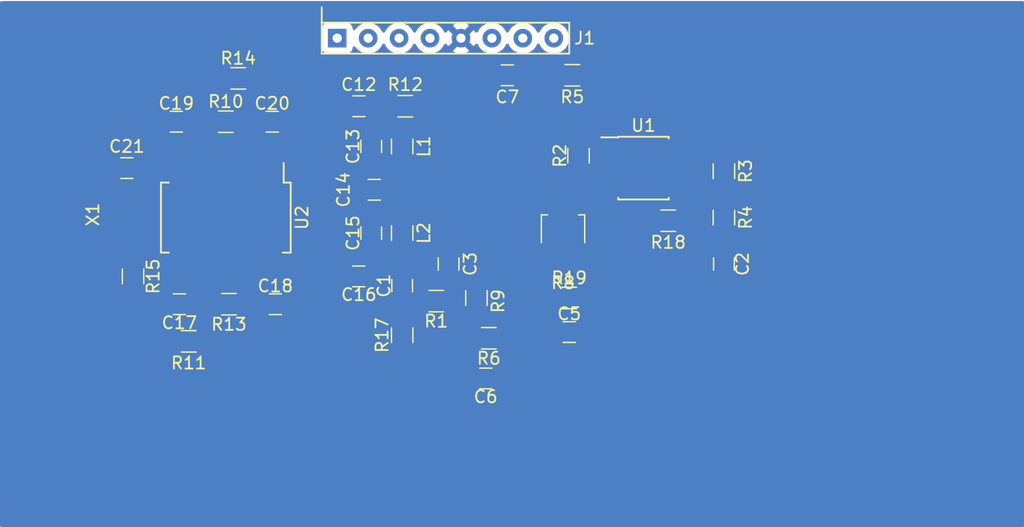
<source format=kicad_pcb>
(kicad_pcb (version 20171130) (host pcbnew "(5.1.0-0)")

  (general
    (thickness 1.6)
    (drawings 0)
    (tracks 7)
    (zones 0)
    (modules 39)
    (nets 30)
  )

  (page A4)
  (layers
    (0 F.Cu signal)
    (31 B.Cu signal)
    (32 B.Adhes user)
    (33 F.Adhes user)
    (34 B.Paste user)
    (35 F.Paste user)
    (36 B.SilkS user)
    (37 F.SilkS user)
    (38 B.Mask user)
    (39 F.Mask user)
    (40 Dwgs.User user)
    (41 Cmts.User user)
    (42 Eco1.User user)
    (43 Eco2.User user)
    (44 Edge.Cuts user)
    (45 Margin user)
    (46 B.CrtYd user)
    (47 F.CrtYd user)
    (48 B.Fab user)
    (49 F.Fab user)
  )

  (setup
    (last_trace_width 0.25)
    (trace_clearance 0.2)
    (zone_clearance 0.508)
    (zone_45_only no)
    (trace_min 0.2)
    (via_size 0.8)
    (via_drill 0.4)
    (via_min_size 0.4)
    (via_min_drill 0.3)
    (uvia_size 0.3)
    (uvia_drill 0.1)
    (uvias_allowed no)
    (uvia_min_size 0.2)
    (uvia_min_drill 0.1)
    (edge_width 0.05)
    (segment_width 0.2)
    (pcb_text_width 0.3)
    (pcb_text_size 1.5 1.5)
    (mod_edge_width 0.12)
    (mod_text_size 1 1)
    (mod_text_width 0.15)
    (pad_size 1.524 1.524)
    (pad_drill 0.762)
    (pad_to_mask_clearance 0.051)
    (solder_mask_min_width 0.25)
    (aux_axis_origin 0 0)
    (visible_elements FFFFFF7F)
    (pcbplotparams
      (layerselection 0x010fc_ffffffff)
      (usegerberextensions false)
      (usegerberattributes false)
      (usegerberadvancedattributes false)
      (creategerberjobfile false)
      (excludeedgelayer true)
      (linewidth 0.100000)
      (plotframeref false)
      (viasonmask false)
      (mode 1)
      (useauxorigin false)
      (hpglpennumber 1)
      (hpglpenspeed 20)
      (hpglpendiameter 15.000000)
      (psnegative false)
      (psa4output false)
      (plotreference true)
      (plotvalue true)
      (plotinvisibletext false)
      (padsonsilk false)
      (subtractmaskfromsilk false)
      (outputformat 1)
      (mirror false)
      (drillshape 1)
      (scaleselection 1)
      (outputdirectory ""))
  )

  (net 0 "")
  (net 1 "Net-(C1-Pad1)")
  (net 2 "Net-(C1-Pad2)")
  (net 3 "Net-(C2-Pad1)")
  (net 4 GND)
  (net 5 "Net-(C3-Pad1)")
  (net 6 "Net-(C5-Pad1)")
  (net 7 Vcc)
  (net 8 RFout)
  (net 9 "Net-(C7-Pad2)")
  (net 10 "Net-(C12-Pad1)")
  (net 11 "Net-(C13-Pad1)")
  (net 12 LOAD)
  (net 13 CLOCK)
  (net 14 DATA)
  (net 15 "Net-(J1-Pad7)")
  (net 16 "Net-(J1-Pad8)")
  (net 17 "Net-(R2-Pad1)")
  (net 18 "Net-(R18-Pad1)")
  (net 19 "Net-(R3-Pad2)")
  (net 20 "Net-(R3-Pad1)")
  (net 21 "Net-(R19-Pad2)")
  (net 22 "Net-(R10-Pad1)")
  (net 23 "Net-(R11-Pad2)")
  (net 24 "Net-(R17-Pad2)")
  (net 25 "Net-(R18-Pad2)")
  (net 26 "Net-(U2-Pad9)")
  (net 27 "Net-(U2-Pad17)")
  (net 28 "Net-(U2-Pad14)")
  (net 29 "Net-(U2-Pad13)")

  (net_class Default "This is the default net class."
    (clearance 0.2)
    (trace_width 0.25)
    (via_dia 0.8)
    (via_drill 0.4)
    (uvia_dia 0.3)
    (uvia_drill 0.1)
    (add_net CLOCK)
    (add_net DATA)
    (add_net GND)
    (add_net LOAD)
    (add_net "Net-(C1-Pad1)")
    (add_net "Net-(C1-Pad2)")
    (add_net "Net-(C12-Pad1)")
    (add_net "Net-(C13-Pad1)")
    (add_net "Net-(C2-Pad1)")
    (add_net "Net-(C3-Pad1)")
    (add_net "Net-(C5-Pad1)")
    (add_net "Net-(C7-Pad2)")
    (add_net "Net-(J1-Pad7)")
    (add_net "Net-(J1-Pad8)")
    (add_net "Net-(R10-Pad1)")
    (add_net "Net-(R11-Pad2)")
    (add_net "Net-(R17-Pad2)")
    (add_net "Net-(R18-Pad1)")
    (add_net "Net-(R18-Pad2)")
    (add_net "Net-(R19-Pad2)")
    (add_net "Net-(R2-Pad1)")
    (add_net "Net-(R3-Pad1)")
    (add_net "Net-(R3-Pad2)")
    (add_net "Net-(U2-Pad13)")
    (add_net "Net-(U2-Pad14)")
    (add_net "Net-(U2-Pad17)")
    (add_net "Net-(U2-Pad9)")
    (add_net RFout)
    (add_net Vcc)
  )

  (module Capacitors_SMD:C_0805 (layer F.Cu) (tedit 58AA8463) (tstamp 5CFB7A40)
    (at 134.112 57.912 180)
    (descr "Capacitor SMD 0805, reflow soldering, AVX (see smccp.pdf)")
    (tags "capacitor 0805")
    (path /5CF34F9A)
    (attr smd)
    (fp_text reference C17 (at 0 -1.524 180) (layer F.SilkS)
      (effects (font (size 1 1) (thickness 0.15)))
    )
    (fp_text value 0.1 (at 0 -1.524 180) (layer F.Fab)
      (effects (font (size 1 1) (thickness 0.15)))
    )
    (fp_text user %R (at 0 -1.5 180) (layer F.Fab)
      (effects (font (size 1 1) (thickness 0.15)))
    )
    (fp_line (start -1 0.62) (end -1 -0.62) (layer F.Fab) (width 0.1))
    (fp_line (start 1 0.62) (end -1 0.62) (layer F.Fab) (width 0.1))
    (fp_line (start 1 -0.62) (end 1 0.62) (layer F.Fab) (width 0.1))
    (fp_line (start -1 -0.62) (end 1 -0.62) (layer F.Fab) (width 0.1))
    (fp_line (start 0.5 -0.85) (end -0.5 -0.85) (layer F.SilkS) (width 0.12))
    (fp_line (start -0.5 0.85) (end 0.5 0.85) (layer F.SilkS) (width 0.12))
    (fp_line (start -1.75 -0.88) (end 1.75 -0.88) (layer F.CrtYd) (width 0.05))
    (fp_line (start -1.75 -0.88) (end -1.75 0.87) (layer F.CrtYd) (width 0.05))
    (fp_line (start 1.75 0.87) (end 1.75 -0.88) (layer F.CrtYd) (width 0.05))
    (fp_line (start 1.75 0.87) (end -1.75 0.87) (layer F.CrtYd) (width 0.05))
    (pad 1 smd rect (at -1 0 180) (size 1 1.25) (layers F.Cu F.Paste F.Mask)
      (net 7 Vcc))
    (pad 2 smd rect (at 1 0 180) (size 1 1.25) (layers F.Cu F.Paste F.Mask)
      (net 4 GND))
    (model Capacitors_SMD.3dshapes/C_0805.wrl
      (at (xyz 0 0 0))
      (scale (xyz 1 1 1))
      (rotate (xyz 0 0 0))
    )
  )

  (module Housings_SSOP:SSOP-28_5.3x10.2mm_Pitch0.65mm (layer F.Cu) (tedit 54130A77) (tstamp 5CFB845C)
    (at 137.922 50.8 270)
    (descr "28-Lead Plastic Shrink Small Outline (SS)-5.30 mm Body [SSOP] (see Microchip Packaging Specification 00000049BS.pdf)")
    (tags "SSOP 0.65")
    (path /5CF756BA)
    (attr smd)
    (fp_text reference U2 (at 0 -6.25 270) (layer F.SilkS)
      (effects (font (size 1 1) (thickness 0.15)))
    )
    (fp_text value AD9851 (at 0 0) (layer F.Fab)
      (effects (font (size 1 1) (thickness 0.15)))
    )
    (fp_text user %R (at 0 -6.096 270) (layer F.Fab)
      (effects (font (size 0.8 0.8) (thickness 0.15)))
    )
    (fp_line (start -2.875 -4.75) (end -4.475 -4.75) (layer F.SilkS) (width 0.15))
    (fp_line (start -2.875 5.325) (end 2.875 5.325) (layer F.SilkS) (width 0.15))
    (fp_line (start -2.875 -5.325) (end 2.875 -5.325) (layer F.SilkS) (width 0.15))
    (fp_line (start -2.875 5.325) (end -2.875 4.675) (layer F.SilkS) (width 0.15))
    (fp_line (start 2.875 5.325) (end 2.875 4.675) (layer F.SilkS) (width 0.15))
    (fp_line (start 2.875 -5.325) (end 2.875 -4.675) (layer F.SilkS) (width 0.15))
    (fp_line (start -2.875 -5.325) (end -2.875 -4.75) (layer F.SilkS) (width 0.15))
    (fp_line (start -4.75 5.5) (end 4.75 5.5) (layer F.CrtYd) (width 0.05))
    (fp_line (start -4.75 -5.5) (end 4.75 -5.5) (layer F.CrtYd) (width 0.05))
    (fp_line (start 4.75 -5.5) (end 4.75 5.5) (layer F.CrtYd) (width 0.05))
    (fp_line (start -4.75 -5.5) (end -4.75 5.5) (layer F.CrtYd) (width 0.05))
    (fp_line (start -2.65 -4.1) (end -1.65 -5.1) (layer F.Fab) (width 0.15))
    (fp_line (start -2.65 5.1) (end -2.65 -4.1) (layer F.Fab) (width 0.15))
    (fp_line (start 2.65 5.1) (end -2.65 5.1) (layer F.Fab) (width 0.15))
    (fp_line (start 2.65 -5.1) (end 2.65 5.1) (layer F.Fab) (width 0.15))
    (fp_line (start -1.65 -5.1) (end 2.65 -5.1) (layer F.Fab) (width 0.15))
    (pad 28 smd rect (at 3.6 -4.225 270) (size 1.75 0.45) (layers F.Cu F.Paste F.Mask)
      (net 4 GND))
    (pad 27 smd rect (at 3.6 -3.575 270) (size 1.75 0.45) (layers F.Cu F.Paste F.Mask)
      (net 4 GND))
    (pad 26 smd rect (at 3.6 -2.925 270) (size 1.75 0.45) (layers F.Cu F.Paste F.Mask)
      (net 4 GND))
    (pad 25 smd rect (at 3.6 -2.275 270) (size 1.75 0.45) (layers F.Cu F.Paste F.Mask)
      (net 14 DATA))
    (pad 24 smd rect (at 3.6 -1.625 270) (size 1.75 0.45) (layers F.Cu F.Paste F.Mask)
      (net 4 GND))
    (pad 23 smd rect (at 3.6 -0.975 270) (size 1.75 0.45) (layers F.Cu F.Paste F.Mask)
      (net 7 Vcc))
    (pad 22 smd rect (at 3.6 -0.325 270) (size 1.75 0.45) (layers F.Cu F.Paste F.Mask)
      (net 4 GND))
    (pad 21 smd rect (at 3.6 0.325 270) (size 1.75 0.45) (layers F.Cu F.Paste F.Mask)
      (net 10 "Net-(C12-Pad1)"))
    (pad 20 smd rect (at 3.6 0.975 270) (size 1.75 0.45) (layers F.Cu F.Paste F.Mask)
      (net 23 "Net-(R11-Pad2)"))
    (pad 19 smd rect (at 3.6 1.625 270) (size 1.75 0.45) (layers F.Cu F.Paste F.Mask)
      (net 4 GND))
    (pad 18 smd rect (at 3.6 2.275 270) (size 1.75 0.45) (layers F.Cu F.Paste F.Mask)
      (net 7 Vcc))
    (pad 17 smd rect (at 3.6 2.925 270) (size 1.75 0.45) (layers F.Cu F.Paste F.Mask)
      (net 27 "Net-(U2-Pad17)"))
    (pad 16 smd rect (at 3.6 3.575 270) (size 1.75 0.45) (layers F.Cu F.Paste F.Mask)
      (net 4 GND))
    (pad 15 smd rect (at 3.6 4.225 270) (size 1.75 0.45) (layers F.Cu F.Paste F.Mask)
      (net 4 GND))
    (pad 14 smd rect (at -3.6 4.225 270) (size 1.75 0.45) (layers F.Cu F.Paste F.Mask)
      (net 28 "Net-(U2-Pad14)"))
    (pad 13 smd rect (at -3.6 3.575 270) (size 1.75 0.45) (layers F.Cu F.Paste F.Mask)
      (net 29 "Net-(U2-Pad13)"))
    (pad 12 smd rect (at -3.6 2.925 270) (size 1.75 0.45) (layers F.Cu F.Paste F.Mask)
      (net 22 "Net-(R10-Pad1)"))
    (pad 11 smd rect (at -3.6 2.275 270) (size 1.75 0.45) (layers F.Cu F.Paste F.Mask)
      (net 7 Vcc))
    (pad 10 smd rect (at -3.6 1.625 270) (size 1.75 0.45) (layers F.Cu F.Paste F.Mask)
      (net 4 GND))
    (pad 9 smd rect (at -3.6 0.975 270) (size 1.75 0.45) (layers F.Cu F.Paste F.Mask)
      (net 26 "Net-(U2-Pad9)"))
    (pad 8 smd rect (at -3.6 0.325 270) (size 1.75 0.45) (layers F.Cu F.Paste F.Mask)
      (net 12 LOAD))
    (pad 7 smd rect (at -3.6 -0.325 270) (size 1.75 0.45) (layers F.Cu F.Paste F.Mask)
      (net 13 CLOCK))
    (pad 6 smd rect (at -3.6 -0.975 270) (size 1.75 0.45) (layers F.Cu F.Paste F.Mask)
      (net 7 Vcc))
    (pad 5 smd rect (at -3.6 -1.625 270) (size 1.75 0.45) (layers F.Cu F.Paste F.Mask)
      (net 4 GND))
    (pad 4 smd rect (at -3.6 -2.275 270) (size 1.75 0.45) (layers F.Cu F.Paste F.Mask)
      (net 7 Vcc))
    (pad 3 smd rect (at -3.6 -2.925 270) (size 1.75 0.45) (layers F.Cu F.Paste F.Mask)
      (net 7 Vcc))
    (pad 2 smd rect (at -3.6 -3.575 270) (size 1.75 0.45) (layers F.Cu F.Paste F.Mask)
      (net 4 GND))
    (pad 1 smd rect (at -3.6 -4.225 270) (size 1.75 0.45) (layers F.Cu F.Paste F.Mask)
      (net 4 GND))
    (model ${KISYS3DMOD}/Housings_SSOP.3dshapes/SSOP-28_5.3x10.2mm_Pitch0.65mm.wrl
      (at (xyz 0 0 0))
      (scale (xyz 1 1 1))
      (rotate (xyz 0 0 0))
    )
  )

  (module Capacitors_SMD:C_0805 (layer F.Cu) (tedit 58AA8463) (tstamp 5CFB7A73)
    (at 141.732 42.926)
    (descr "Capacitor SMD 0805, reflow soldering, AVX (see smccp.pdf)")
    (tags "capacitor 0805")
    (path /5CF376CB)
    (attr smd)
    (fp_text reference C20 (at 0 -1.5) (layer F.SilkS)
      (effects (font (size 1 1) (thickness 0.15)))
    )
    (fp_text value 0.1 (at 0 1.75) (layer F.Fab)
      (effects (font (size 1 1) (thickness 0.15)))
    )
    (fp_line (start 1.75 0.87) (end -1.75 0.87) (layer F.CrtYd) (width 0.05))
    (fp_line (start 1.75 0.87) (end 1.75 -0.88) (layer F.CrtYd) (width 0.05))
    (fp_line (start -1.75 -0.88) (end -1.75 0.87) (layer F.CrtYd) (width 0.05))
    (fp_line (start -1.75 -0.88) (end 1.75 -0.88) (layer F.CrtYd) (width 0.05))
    (fp_line (start -0.5 0.85) (end 0.5 0.85) (layer F.SilkS) (width 0.12))
    (fp_line (start 0.5 -0.85) (end -0.5 -0.85) (layer F.SilkS) (width 0.12))
    (fp_line (start -1 -0.62) (end 1 -0.62) (layer F.Fab) (width 0.1))
    (fp_line (start 1 -0.62) (end 1 0.62) (layer F.Fab) (width 0.1))
    (fp_line (start 1 0.62) (end -1 0.62) (layer F.Fab) (width 0.1))
    (fp_line (start -1 0.62) (end -1 -0.62) (layer F.Fab) (width 0.1))
    (fp_text user %R (at 0 -1.5) (layer F.Fab)
      (effects (font (size 1 1) (thickness 0.15)))
    )
    (pad 2 smd rect (at 1 0) (size 1 1.25) (layers F.Cu F.Paste F.Mask)
      (net 4 GND))
    (pad 1 smd rect (at -1 0) (size 1 1.25) (layers F.Cu F.Paste F.Mask)
      (net 7 Vcc))
    (model Capacitors_SMD.3dshapes/C_0805.wrl
      (at (xyz 0 0 0))
      (scale (xyz 1 1 1))
      (rotate (xyz 0 0 0))
    )
  )

  (module Capacitors_SMD:C_0805 (layer F.Cu) (tedit 58AA8463) (tstamp 5CFB7A62)
    (at 133.858 42.926)
    (descr "Capacitor SMD 0805, reflow soldering, AVX (see smccp.pdf)")
    (tags "capacitor 0805")
    (path /5CF37161)
    (attr smd)
    (fp_text reference C19 (at 0 -1.5) (layer F.SilkS)
      (effects (font (size 1 1) (thickness 0.15)))
    )
    (fp_text value 0.1 (at 0 1.75) (layer F.Fab)
      (effects (font (size 1 1) (thickness 0.15)))
    )
    (fp_text user %R (at 0 -1.5) (layer F.Fab)
      (effects (font (size 1 1) (thickness 0.15)))
    )
    (fp_line (start -1 0.62) (end -1 -0.62) (layer F.Fab) (width 0.1))
    (fp_line (start 1 0.62) (end -1 0.62) (layer F.Fab) (width 0.1))
    (fp_line (start 1 -0.62) (end 1 0.62) (layer F.Fab) (width 0.1))
    (fp_line (start -1 -0.62) (end 1 -0.62) (layer F.Fab) (width 0.1))
    (fp_line (start 0.5 -0.85) (end -0.5 -0.85) (layer F.SilkS) (width 0.12))
    (fp_line (start -0.5 0.85) (end 0.5 0.85) (layer F.SilkS) (width 0.12))
    (fp_line (start -1.75 -0.88) (end 1.75 -0.88) (layer F.CrtYd) (width 0.05))
    (fp_line (start -1.75 -0.88) (end -1.75 0.87) (layer F.CrtYd) (width 0.05))
    (fp_line (start 1.75 0.87) (end 1.75 -0.88) (layer F.CrtYd) (width 0.05))
    (fp_line (start 1.75 0.87) (end -1.75 0.87) (layer F.CrtYd) (width 0.05))
    (pad 1 smd rect (at -1 0) (size 1 1.25) (layers F.Cu F.Paste F.Mask)
      (net 7 Vcc))
    (pad 2 smd rect (at 1 0) (size 1 1.25) (layers F.Cu F.Paste F.Mask)
      (net 4 GND))
    (model Capacitors_SMD.3dshapes/C_0805.wrl
      (at (xyz 0 0 0))
      (scale (xyz 1 1 1))
      (rotate (xyz 0 0 0))
    )
  )

  (module Capacitors_SMD:C_0805 (layer F.Cu) (tedit 58AA8463) (tstamp 5CFB7A51)
    (at 141.986 57.912)
    (descr "Capacitor SMD 0805, reflow soldering, AVX (see smccp.pdf)")
    (tags "capacitor 0805")
    (path /5CF36D39)
    (attr smd)
    (fp_text reference C18 (at 0 -1.5) (layer F.SilkS)
      (effects (font (size 1 1) (thickness 0.15)))
    )
    (fp_text value 0.1 (at 0 1.75) (layer F.Fab)
      (effects (font (size 1 1) (thickness 0.15)))
    )
    (fp_text user %R (at 0 -1.5) (layer F.Fab)
      (effects (font (size 1 1) (thickness 0.15)))
    )
    (fp_line (start -1 0.62) (end -1 -0.62) (layer F.Fab) (width 0.1))
    (fp_line (start 1 0.62) (end -1 0.62) (layer F.Fab) (width 0.1))
    (fp_line (start 1 -0.62) (end 1 0.62) (layer F.Fab) (width 0.1))
    (fp_line (start -1 -0.62) (end 1 -0.62) (layer F.Fab) (width 0.1))
    (fp_line (start 0.5 -0.85) (end -0.5 -0.85) (layer F.SilkS) (width 0.12))
    (fp_line (start -0.5 0.85) (end 0.5 0.85) (layer F.SilkS) (width 0.12))
    (fp_line (start -1.75 -0.88) (end 1.75 -0.88) (layer F.CrtYd) (width 0.05))
    (fp_line (start -1.75 -0.88) (end -1.75 0.87) (layer F.CrtYd) (width 0.05))
    (fp_line (start 1.75 0.87) (end 1.75 -0.88) (layer F.CrtYd) (width 0.05))
    (fp_line (start 1.75 0.87) (end -1.75 0.87) (layer F.CrtYd) (width 0.05))
    (pad 1 smd rect (at -1 0) (size 1 1.25) (layers F.Cu F.Paste F.Mask)
      (net 7 Vcc))
    (pad 2 smd rect (at 1 0) (size 1 1.25) (layers F.Cu F.Paste F.Mask)
      (net 4 GND))
    (model Capacitors_SMD.3dshapes/C_0805.wrl
      (at (xyz 0 0 0))
      (scale (xyz 1 1 1))
      (rotate (xyz 0 0 0))
    )
  )

  (module Capacitors_SMD:C_0805 (layer F.Cu) (tedit 58AA8463) (tstamp 5CFB7985)
    (at 152.4 56.388 90)
    (descr "Capacitor SMD 0805, reflow soldering, AVX (see smccp.pdf)")
    (tags "capacitor 0805")
    (path /5CF81816)
    (attr smd)
    (fp_text reference C1 (at 0 -1.5 90) (layer F.SilkS)
      (effects (font (size 1 1) (thickness 0.15)))
    )
    (fp_text value 0.1 (at 0 -1.524 90) (layer F.Fab)
      (effects (font (size 1 1) (thickness 0.15)))
    )
    (fp_text user %R (at 0 -1.5 90) (layer F.Fab)
      (effects (font (size 1 1) (thickness 0.15)))
    )
    (fp_line (start -1 0.62) (end -1 -0.62) (layer F.Fab) (width 0.1))
    (fp_line (start 1 0.62) (end -1 0.62) (layer F.Fab) (width 0.1))
    (fp_line (start 1 -0.62) (end 1 0.62) (layer F.Fab) (width 0.1))
    (fp_line (start -1 -0.62) (end 1 -0.62) (layer F.Fab) (width 0.1))
    (fp_line (start 0.5 -0.85) (end -0.5 -0.85) (layer F.SilkS) (width 0.12))
    (fp_line (start -0.5 0.85) (end 0.5 0.85) (layer F.SilkS) (width 0.12))
    (fp_line (start -1.75 -0.88) (end 1.75 -0.88) (layer F.CrtYd) (width 0.05))
    (fp_line (start -1.75 -0.88) (end -1.75 0.87) (layer F.CrtYd) (width 0.05))
    (fp_line (start 1.75 0.87) (end 1.75 -0.88) (layer F.CrtYd) (width 0.05))
    (fp_line (start 1.75 0.87) (end -1.75 0.87) (layer F.CrtYd) (width 0.05))
    (pad 1 smd rect (at -1 0 90) (size 1 1.25) (layers F.Cu F.Paste F.Mask)
      (net 1 "Net-(C1-Pad1)"))
    (pad 2 smd rect (at 1 0 90) (size 1 1.25) (layers F.Cu F.Paste F.Mask)
      (net 2 "Net-(C1-Pad2)"))
    (model Capacitors_SMD.3dshapes/C_0805.wrl
      (at (xyz 0 0 0))
      (scale (xyz 1 1 1))
      (rotate (xyz 0 0 0))
    )
  )

  (module Capacitors_SMD:C_0805 (layer F.Cu) (tedit 58AA8463) (tstamp 5CFB7996)
    (at 178.816 54.61 270)
    (descr "Capacitor SMD 0805, reflow soldering, AVX (see smccp.pdf)")
    (tags "capacitor 0805")
    (path /5CFD9A81)
    (attr smd)
    (fp_text reference C2 (at 0 -1.524 270) (layer F.SilkS)
      (effects (font (size 1 1) (thickness 0.15)))
    )
    (fp_text value 0.1 (at 0 -1.524 270) (layer F.Fab)
      (effects (font (size 1 1) (thickness 0.15)))
    )
    (fp_text user %R (at 0 -1.5 270) (layer F.Fab)
      (effects (font (size 1 1) (thickness 0.15)))
    )
    (fp_line (start -1 0.62) (end -1 -0.62) (layer F.Fab) (width 0.1))
    (fp_line (start 1 0.62) (end -1 0.62) (layer F.Fab) (width 0.1))
    (fp_line (start 1 -0.62) (end 1 0.62) (layer F.Fab) (width 0.1))
    (fp_line (start -1 -0.62) (end 1 -0.62) (layer F.Fab) (width 0.1))
    (fp_line (start 0.5 -0.85) (end -0.5 -0.85) (layer F.SilkS) (width 0.12))
    (fp_line (start -0.5 0.85) (end 0.5 0.85) (layer F.SilkS) (width 0.12))
    (fp_line (start -1.75 -0.88) (end 1.75 -0.88) (layer F.CrtYd) (width 0.05))
    (fp_line (start -1.75 -0.88) (end -1.75 0.87) (layer F.CrtYd) (width 0.05))
    (fp_line (start 1.75 0.87) (end 1.75 -0.88) (layer F.CrtYd) (width 0.05))
    (fp_line (start 1.75 0.87) (end -1.75 0.87) (layer F.CrtYd) (width 0.05))
    (pad 1 smd rect (at -1 0 270) (size 1 1.25) (layers F.Cu F.Paste F.Mask)
      (net 3 "Net-(C2-Pad1)"))
    (pad 2 smd rect (at 1 0 270) (size 1 1.25) (layers F.Cu F.Paste F.Mask)
      (net 4 GND))
    (model Capacitors_SMD.3dshapes/C_0805.wrl
      (at (xyz 0 0 0))
      (scale (xyz 1 1 1))
      (rotate (xyz 0 0 0))
    )
  )

  (module Capacitors_SMD:C_0805 (layer F.Cu) (tedit 58AA8463) (tstamp 5CFB79A7)
    (at 156.21 54.61 90)
    (descr "Capacitor SMD 0805, reflow soldering, AVX (see smccp.pdf)")
    (tags "capacitor 0805")
    (path /5CF5AC0D)
    (attr smd)
    (fp_text reference C3 (at 0 1.778 90) (layer F.SilkS)
      (effects (font (size 1 1) (thickness 0.15)))
    )
    (fp_text value 0.1 (at 0 1.75 90) (layer F.Fab)
      (effects (font (size 1 1) (thickness 0.15)))
    )
    (fp_line (start 1.75 0.87) (end -1.75 0.87) (layer F.CrtYd) (width 0.05))
    (fp_line (start 1.75 0.87) (end 1.75 -0.88) (layer F.CrtYd) (width 0.05))
    (fp_line (start -1.75 -0.88) (end -1.75 0.87) (layer F.CrtYd) (width 0.05))
    (fp_line (start -1.75 -0.88) (end 1.75 -0.88) (layer F.CrtYd) (width 0.05))
    (fp_line (start -0.5 0.85) (end 0.5 0.85) (layer F.SilkS) (width 0.12))
    (fp_line (start 0.5 -0.85) (end -0.5 -0.85) (layer F.SilkS) (width 0.12))
    (fp_line (start -1 -0.62) (end 1 -0.62) (layer F.Fab) (width 0.1))
    (fp_line (start 1 -0.62) (end 1 0.62) (layer F.Fab) (width 0.1))
    (fp_line (start 1 0.62) (end -1 0.62) (layer F.Fab) (width 0.1))
    (fp_line (start -1 0.62) (end -1 -0.62) (layer F.Fab) (width 0.1))
    (fp_text user %R (at 0 1.778 90) (layer F.Fab)
      (effects (font (size 1 1) (thickness 0.15)))
    )
    (pad 2 smd rect (at 1 0 90) (size 1 1.25) (layers F.Cu F.Paste F.Mask)
      (net 4 GND))
    (pad 1 smd rect (at -1 0 90) (size 1 1.25) (layers F.Cu F.Paste F.Mask)
      (net 5 "Net-(C3-Pad1)"))
    (model Capacitors_SMD.3dshapes/C_0805.wrl
      (at (xyz 0 0 0))
      (scale (xyz 1 1 1))
      (rotate (xyz 0 0 0))
    )
  )

  (module Capacitors_SMD:C_0805 (layer F.Cu) (tedit 58AA8463) (tstamp 5CFB79B8)
    (at 166.116 60.198)
    (descr "Capacitor SMD 0805, reflow soldering, AVX (see smccp.pdf)")
    (tags "capacitor 0805")
    (path /5CFCE9B2)
    (attr smd)
    (fp_text reference C5 (at 0 -1.5) (layer F.SilkS)
      (effects (font (size 1 1) (thickness 0.15)))
    )
    (fp_text value 0.1 (at 0 1.75) (layer F.Fab)
      (effects (font (size 1 1) (thickness 0.15)))
    )
    (fp_line (start 1.75 0.87) (end -1.75 0.87) (layer F.CrtYd) (width 0.05))
    (fp_line (start 1.75 0.87) (end 1.75 -0.88) (layer F.CrtYd) (width 0.05))
    (fp_line (start -1.75 -0.88) (end -1.75 0.87) (layer F.CrtYd) (width 0.05))
    (fp_line (start -1.75 -0.88) (end 1.75 -0.88) (layer F.CrtYd) (width 0.05))
    (fp_line (start -0.5 0.85) (end 0.5 0.85) (layer F.SilkS) (width 0.12))
    (fp_line (start 0.5 -0.85) (end -0.5 -0.85) (layer F.SilkS) (width 0.12))
    (fp_line (start -1 -0.62) (end 1 -0.62) (layer F.Fab) (width 0.1))
    (fp_line (start 1 -0.62) (end 1 0.62) (layer F.Fab) (width 0.1))
    (fp_line (start 1 0.62) (end -1 0.62) (layer F.Fab) (width 0.1))
    (fp_line (start -1 0.62) (end -1 -0.62) (layer F.Fab) (width 0.1))
    (fp_text user %R (at 0 -1.5) (layer F.Fab)
      (effects (font (size 1 1) (thickness 0.15)))
    )
    (pad 2 smd rect (at 1 0) (size 1 1.25) (layers F.Cu F.Paste F.Mask)
      (net 4 GND))
    (pad 1 smd rect (at -1 0) (size 1 1.25) (layers F.Cu F.Paste F.Mask)
      (net 6 "Net-(C5-Pad1)"))
    (model Capacitors_SMD.3dshapes/C_0805.wrl
      (at (xyz 0 0 0))
      (scale (xyz 1 1 1))
      (rotate (xyz 0 0 0))
    )
  )

  (module Capacitors_SMD:C_0805 (layer F.Cu) (tedit 58AA8463) (tstamp 5CFB79C9)
    (at 159.258 64.008 180)
    (descr "Capacitor SMD 0805, reflow soldering, AVX (see smccp.pdf)")
    (tags "capacitor 0805")
    (path /5CFA1355)
    (attr smd)
    (fp_text reference C6 (at 0 -1.5 180) (layer F.SilkS)
      (effects (font (size 1 1) (thickness 0.15)))
    )
    (fp_text value 0.22 (at 0 -1.524 180) (layer F.Fab)
      (effects (font (size 1 1) (thickness 0.15)))
    )
    (fp_line (start 1.75 0.87) (end -1.75 0.87) (layer F.CrtYd) (width 0.05))
    (fp_line (start 1.75 0.87) (end 1.75 -0.88) (layer F.CrtYd) (width 0.05))
    (fp_line (start -1.75 -0.88) (end -1.75 0.87) (layer F.CrtYd) (width 0.05))
    (fp_line (start -1.75 -0.88) (end 1.75 -0.88) (layer F.CrtYd) (width 0.05))
    (fp_line (start -0.5 0.85) (end 0.5 0.85) (layer F.SilkS) (width 0.12))
    (fp_line (start 0.5 -0.85) (end -0.5 -0.85) (layer F.SilkS) (width 0.12))
    (fp_line (start -1 -0.62) (end 1 -0.62) (layer F.Fab) (width 0.1))
    (fp_line (start 1 -0.62) (end 1 0.62) (layer F.Fab) (width 0.1))
    (fp_line (start 1 0.62) (end -1 0.62) (layer F.Fab) (width 0.1))
    (fp_line (start -1 0.62) (end -1 -0.62) (layer F.Fab) (width 0.1))
    (fp_text user %R (at 0 -1.5 180) (layer F.Fab)
      (effects (font (size 1 1) (thickness 0.15)))
    )
    (pad 2 smd rect (at 1 0 180) (size 1 1.25) (layers F.Cu F.Paste F.Mask)
      (net 4 GND))
    (pad 1 smd rect (at -1 0 180) (size 1 1.25) (layers F.Cu F.Paste F.Mask)
      (net 7 Vcc))
    (model Capacitors_SMD.3dshapes/C_0805.wrl
      (at (xyz 0 0 0))
      (scale (xyz 1 1 1))
      (rotate (xyz 0 0 0))
    )
  )

  (module Capacitors_SMD:C_0805 (layer F.Cu) (tedit 58AA8463) (tstamp 5CFB79DA)
    (at 161.036 39.116)
    (descr "Capacitor SMD 0805, reflow soldering, AVX (see smccp.pdf)")
    (tags "capacitor 0805")
    (path /5CFE4DF3)
    (attr smd)
    (fp_text reference C7 (at 0 1.778) (layer F.SilkS)
      (effects (font (size 1 1) (thickness 0.15)))
    )
    (fp_text value 0.1 (at 0 1.75) (layer F.Fab)
      (effects (font (size 1 1) (thickness 0.15)))
    )
    (fp_text user %R (at 0 1.778) (layer F.Fab)
      (effects (font (size 1 1) (thickness 0.15)))
    )
    (fp_line (start -1 0.62) (end -1 -0.62) (layer F.Fab) (width 0.1))
    (fp_line (start 1 0.62) (end -1 0.62) (layer F.Fab) (width 0.1))
    (fp_line (start 1 -0.62) (end 1 0.62) (layer F.Fab) (width 0.1))
    (fp_line (start -1 -0.62) (end 1 -0.62) (layer F.Fab) (width 0.1))
    (fp_line (start 0.5 -0.85) (end -0.5 -0.85) (layer F.SilkS) (width 0.12))
    (fp_line (start -0.5 0.85) (end 0.5 0.85) (layer F.SilkS) (width 0.12))
    (fp_line (start -1.75 -0.88) (end 1.75 -0.88) (layer F.CrtYd) (width 0.05))
    (fp_line (start -1.75 -0.88) (end -1.75 0.87) (layer F.CrtYd) (width 0.05))
    (fp_line (start 1.75 0.87) (end 1.75 -0.88) (layer F.CrtYd) (width 0.05))
    (fp_line (start 1.75 0.87) (end -1.75 0.87) (layer F.CrtYd) (width 0.05))
    (pad 1 smd rect (at -1 0) (size 1 1.25) (layers F.Cu F.Paste F.Mask)
      (net 8 RFout))
    (pad 2 smd rect (at 1 0) (size 1 1.25) (layers F.Cu F.Paste F.Mask)
      (net 9 "Net-(C7-Pad2)"))
    (model Capacitors_SMD.3dshapes/C_0805.wrl
      (at (xyz 0 0 0))
      (scale (xyz 1 1 1))
      (rotate (xyz 0 0 0))
    )
  )

  (module Capacitors_SMD:C_0805 (layer F.Cu) (tedit 58AA8463) (tstamp 5CFB79EB)
    (at 148.844 41.656 180)
    (descr "Capacitor SMD 0805, reflow soldering, AVX (see smccp.pdf)")
    (tags "capacitor 0805")
    (path /5CF67213)
    (attr smd)
    (fp_text reference C12 (at 0 1.778 180) (layer F.SilkS)
      (effects (font (size 1 1) (thickness 0.15)))
    )
    (fp_text value 47 (at 0 1.75 180) (layer F.Fab)
      (effects (font (size 1 1) (thickness 0.15)))
    )
    (fp_line (start 1.75 0.87) (end -1.75 0.87) (layer F.CrtYd) (width 0.05))
    (fp_line (start 1.75 0.87) (end 1.75 -0.88) (layer F.CrtYd) (width 0.05))
    (fp_line (start -1.75 -0.88) (end -1.75 0.87) (layer F.CrtYd) (width 0.05))
    (fp_line (start -1.75 -0.88) (end 1.75 -0.88) (layer F.CrtYd) (width 0.05))
    (fp_line (start -0.5 0.85) (end 0.5 0.85) (layer F.SilkS) (width 0.12))
    (fp_line (start 0.5 -0.85) (end -0.5 -0.85) (layer F.SilkS) (width 0.12))
    (fp_line (start -1 -0.62) (end 1 -0.62) (layer F.Fab) (width 0.1))
    (fp_line (start 1 -0.62) (end 1 0.62) (layer F.Fab) (width 0.1))
    (fp_line (start 1 0.62) (end -1 0.62) (layer F.Fab) (width 0.1))
    (fp_line (start -1 0.62) (end -1 -0.62) (layer F.Fab) (width 0.1))
    (fp_text user %R (at 0 1.778 180) (layer F.Fab)
      (effects (font (size 1 1) (thickness 0.15)))
    )
    (pad 2 smd rect (at 1 0 180) (size 1 1.25) (layers F.Cu F.Paste F.Mask)
      (net 4 GND))
    (pad 1 smd rect (at -1 0 180) (size 1 1.25) (layers F.Cu F.Paste F.Mask)
      (net 10 "Net-(C12-Pad1)"))
    (model Capacitors_SMD.3dshapes/C_0805.wrl
      (at (xyz 0 0 0))
      (scale (xyz 1 1 1))
      (rotate (xyz 0 0 0))
    )
  )

  (module Capacitors_SMD:C_0805 (layer F.Cu) (tedit 58AA8463) (tstamp 5CFB79FC)
    (at 149.86 44.958 90)
    (descr "Capacitor SMD 0805, reflow soldering, AVX (see smccp.pdf)")
    (tags "capacitor 0805")
    (path /5CF698D4)
    (attr smd)
    (fp_text reference C13 (at 0 -1.5 90) (layer F.SilkS)
      (effects (font (size 1 1) (thickness 0.15)))
    )
    (fp_text value 15 (at 0 -1.524 90) (layer F.Fab)
      (effects (font (size 1 1) (thickness 0.15)))
    )
    (fp_line (start 1.75 0.87) (end -1.75 0.87) (layer F.CrtYd) (width 0.05))
    (fp_line (start 1.75 0.87) (end 1.75 -0.88) (layer F.CrtYd) (width 0.05))
    (fp_line (start -1.75 -0.88) (end -1.75 0.87) (layer F.CrtYd) (width 0.05))
    (fp_line (start -1.75 -0.88) (end 1.75 -0.88) (layer F.CrtYd) (width 0.05))
    (fp_line (start -0.5 0.85) (end 0.5 0.85) (layer F.SilkS) (width 0.12))
    (fp_line (start 0.5 -0.85) (end -0.5 -0.85) (layer F.SilkS) (width 0.12))
    (fp_line (start -1 -0.62) (end 1 -0.62) (layer F.Fab) (width 0.1))
    (fp_line (start 1 -0.62) (end 1 0.62) (layer F.Fab) (width 0.1))
    (fp_line (start 1 0.62) (end -1 0.62) (layer F.Fab) (width 0.1))
    (fp_line (start -1 0.62) (end -1 -0.62) (layer F.Fab) (width 0.1))
    (fp_text user %R (at 0 -1.5 90) (layer F.Fab)
      (effects (font (size 1 1) (thickness 0.15)))
    )
    (pad 2 smd rect (at 1 0 90) (size 1 1.25) (layers F.Cu F.Paste F.Mask)
      (net 10 "Net-(C12-Pad1)"))
    (pad 1 smd rect (at -1 0 90) (size 1 1.25) (layers F.Cu F.Paste F.Mask)
      (net 11 "Net-(C13-Pad1)"))
    (model Capacitors_SMD.3dshapes/C_0805.wrl
      (at (xyz 0 0 0))
      (scale (xyz 1 1 1))
      (rotate (xyz 0 0 0))
    )
  )

  (module Capacitors_SMD:C_0805 (layer F.Cu) (tedit 58AA8463) (tstamp 5CFB8B7E)
    (at 150.114 48.514 180)
    (descr "Capacitor SMD 0805, reflow soldering, AVX (see smccp.pdf)")
    (tags "capacitor 0805")
    (path /5CF6B124)
    (attr smd)
    (fp_text reference C14 (at 2.54 0 270) (layer F.SilkS)
      (effects (font (size 1 1) (thickness 0.15)))
    )
    (fp_text value 100 (at 2.54 0 270) (layer F.Fab)
      (effects (font (size 1 1) (thickness 0.15)))
    )
    (fp_text user %R (at 2.54 0 270) (layer F.Fab)
      (effects (font (size 1 1) (thickness 0.15)))
    )
    (fp_line (start -1 0.62) (end -1 -0.62) (layer F.Fab) (width 0.1))
    (fp_line (start 1 0.62) (end -1 0.62) (layer F.Fab) (width 0.1))
    (fp_line (start 1 -0.62) (end 1 0.62) (layer F.Fab) (width 0.1))
    (fp_line (start -1 -0.62) (end 1 -0.62) (layer F.Fab) (width 0.1))
    (fp_line (start 0.5 -0.85) (end -0.5 -0.85) (layer F.SilkS) (width 0.12))
    (fp_line (start -0.5 0.85) (end 0.5 0.85) (layer F.SilkS) (width 0.12))
    (fp_line (start -1.75 -0.88) (end 1.75 -0.88) (layer F.CrtYd) (width 0.05))
    (fp_line (start -1.75 -0.88) (end -1.75 0.87) (layer F.CrtYd) (width 0.05))
    (fp_line (start 1.75 0.87) (end 1.75 -0.88) (layer F.CrtYd) (width 0.05))
    (fp_line (start 1.75 0.87) (end -1.75 0.87) (layer F.CrtYd) (width 0.05))
    (pad 1 smd rect (at -1 0 180) (size 1 1.25) (layers F.Cu F.Paste F.Mask)
      (net 11 "Net-(C13-Pad1)"))
    (pad 2 smd rect (at 1 0 180) (size 1 1.25) (layers F.Cu F.Paste F.Mask)
      (net 4 GND))
    (model Capacitors_SMD.3dshapes/C_0805.wrl
      (at (xyz 0 0 0))
      (scale (xyz 1 1 1))
      (rotate (xyz 0 0 0))
    )
  )

  (module Capacitors_SMD:C_0805 (layer F.Cu) (tedit 58AA8463) (tstamp 5CFB7A1E)
    (at 149.86 52.07 90)
    (descr "Capacitor SMD 0805, reflow soldering, AVX (see smccp.pdf)")
    (tags "capacitor 0805")
    (path /5CF6A4CC)
    (attr smd)
    (fp_text reference C15 (at 0 -1.5 90) (layer F.SilkS)
      (effects (font (size 1 1) (thickness 0.15)))
    )
    (fp_text value 15 (at 0 -1.524 90) (layer F.Fab)
      (effects (font (size 1 1) (thickness 0.15)))
    )
    (fp_text user %R (at 0 -1.5 90) (layer F.Fab)
      (effects (font (size 1 1) (thickness 0.15)))
    )
    (fp_line (start -1 0.62) (end -1 -0.62) (layer F.Fab) (width 0.1))
    (fp_line (start 1 0.62) (end -1 0.62) (layer F.Fab) (width 0.1))
    (fp_line (start 1 -0.62) (end 1 0.62) (layer F.Fab) (width 0.1))
    (fp_line (start -1 -0.62) (end 1 -0.62) (layer F.Fab) (width 0.1))
    (fp_line (start 0.5 -0.85) (end -0.5 -0.85) (layer F.SilkS) (width 0.12))
    (fp_line (start -0.5 0.85) (end 0.5 0.85) (layer F.SilkS) (width 0.12))
    (fp_line (start -1.75 -0.88) (end 1.75 -0.88) (layer F.CrtYd) (width 0.05))
    (fp_line (start -1.75 -0.88) (end -1.75 0.87) (layer F.CrtYd) (width 0.05))
    (fp_line (start 1.75 0.87) (end 1.75 -0.88) (layer F.CrtYd) (width 0.05))
    (fp_line (start 1.75 0.87) (end -1.75 0.87) (layer F.CrtYd) (width 0.05))
    (pad 1 smd rect (at -1 0 90) (size 1 1.25) (layers F.Cu F.Paste F.Mask)
      (net 2 "Net-(C1-Pad2)"))
    (pad 2 smd rect (at 1 0 90) (size 1 1.25) (layers F.Cu F.Paste F.Mask)
      (net 11 "Net-(C13-Pad1)"))
    (model Capacitors_SMD.3dshapes/C_0805.wrl
      (at (xyz 0 0 0))
      (scale (xyz 1 1 1))
      (rotate (xyz 0 0 0))
    )
  )

  (module Capacitors_SMD:C_0805 (layer F.Cu) (tedit 58AA8463) (tstamp 5CFB7A2F)
    (at 148.844 55.626 180)
    (descr "Capacitor SMD 0805, reflow soldering, AVX (see smccp.pdf)")
    (tags "capacitor 0805")
    (path /5CF6BADC)
    (attr smd)
    (fp_text reference C16 (at 0 -1.5 180) (layer F.SilkS)
      (effects (font (size 1 1) (thickness 0.15)))
    )
    (fp_text value 82 (at 0 -1.524 180) (layer F.Fab)
      (effects (font (size 1 1) (thickness 0.15)))
    )
    (fp_line (start 1.75 0.87) (end -1.75 0.87) (layer F.CrtYd) (width 0.05))
    (fp_line (start 1.75 0.87) (end 1.75 -0.88) (layer F.CrtYd) (width 0.05))
    (fp_line (start -1.75 -0.88) (end -1.75 0.87) (layer F.CrtYd) (width 0.05))
    (fp_line (start -1.75 -0.88) (end 1.75 -0.88) (layer F.CrtYd) (width 0.05))
    (fp_line (start -0.5 0.85) (end 0.5 0.85) (layer F.SilkS) (width 0.12))
    (fp_line (start 0.5 -0.85) (end -0.5 -0.85) (layer F.SilkS) (width 0.12))
    (fp_line (start -1 -0.62) (end 1 -0.62) (layer F.Fab) (width 0.1))
    (fp_line (start 1 -0.62) (end 1 0.62) (layer F.Fab) (width 0.1))
    (fp_line (start 1 0.62) (end -1 0.62) (layer F.Fab) (width 0.1))
    (fp_line (start -1 0.62) (end -1 -0.62) (layer F.Fab) (width 0.1))
    (fp_text user %R (at 0 -1.5 180) (layer F.Fab)
      (effects (font (size 1 1) (thickness 0.15)))
    )
    (pad 2 smd rect (at 1 0 180) (size 1 1.25) (layers F.Cu F.Paste F.Mask)
      (net 4 GND))
    (pad 1 smd rect (at -1 0 180) (size 1 1.25) (layers F.Cu F.Paste F.Mask)
      (net 2 "Net-(C1-Pad2)"))
    (model Capacitors_SMD.3dshapes/C_0805.wrl
      (at (xyz 0 0 0))
      (scale (xyz 1 1 1))
      (rotate (xyz 0 0 0))
    )
  )

  (module Capacitors_SMD:C_0805 (layer F.Cu) (tedit 58AA8463) (tstamp 5CFB7A84)
    (at 129.794 46.736 180)
    (descr "Capacitor SMD 0805, reflow soldering, AVX (see smccp.pdf)")
    (tags "capacitor 0805")
    (path /5D211065)
    (attr smd)
    (fp_text reference C21 (at 0 1.778 180) (layer F.SilkS)
      (effects (font (size 1 1) (thickness 0.15)))
    )
    (fp_text value 0.1 (at 0 1.75 180) (layer F.Fab)
      (effects (font (size 1 1) (thickness 0.15)))
    )
    (fp_line (start 1.75 0.87) (end -1.75 0.87) (layer F.CrtYd) (width 0.05))
    (fp_line (start 1.75 0.87) (end 1.75 -0.88) (layer F.CrtYd) (width 0.05))
    (fp_line (start -1.75 -0.88) (end -1.75 0.87) (layer F.CrtYd) (width 0.05))
    (fp_line (start -1.75 -0.88) (end 1.75 -0.88) (layer F.CrtYd) (width 0.05))
    (fp_line (start -0.5 0.85) (end 0.5 0.85) (layer F.SilkS) (width 0.12))
    (fp_line (start 0.5 -0.85) (end -0.5 -0.85) (layer F.SilkS) (width 0.12))
    (fp_line (start -1 -0.62) (end 1 -0.62) (layer F.Fab) (width 0.1))
    (fp_line (start 1 -0.62) (end 1 0.62) (layer F.Fab) (width 0.1))
    (fp_line (start 1 0.62) (end -1 0.62) (layer F.Fab) (width 0.1))
    (fp_line (start -1 0.62) (end -1 -0.62) (layer F.Fab) (width 0.1))
    (fp_text user %R (at 0 1.778 180) (layer F.Fab)
      (effects (font (size 1 1) (thickness 0.15)))
    )
    (pad 2 smd rect (at 1 0 180) (size 1 1.25) (layers F.Cu F.Paste F.Mask)
      (net 7 Vcc))
    (pad 1 smd rect (at -1 0 180) (size 1 1.25) (layers F.Cu F.Paste F.Mask)
      (net 4 GND))
    (model Capacitors_SMD.3dshapes/C_0805.wrl
      (at (xyz 0 0 0))
      (scale (xyz 1 1 1))
      (rotate (xyz 0 0 0))
    )
  )

  (module HeadlessVFO:Header_8x1 (layer F.Cu) (tedit 5CFB6C31) (tstamp 5CFB7A95)
    (at 155.956 36.068 270)
    (path /5CFF9F76)
    (fp_text reference J1 (at 0 -11.43) (layer F.SilkS)
      (effects (font (size 1 1) (thickness 0.15)))
    )
    (fp_text value Header_8x1 (at -2.286 -1.016) (layer F.Fab)
      (effects (font (size 1 1) (thickness 0.15)))
    )
    (fp_line (start -1.27 10.16) (end 1.27 10.16) (layer F.SilkS) (width 0.15))
    (fp_line (start 1.27 10.16) (end 1.27 -10.16) (layer F.SilkS) (width 0.15))
    (fp_line (start 1.27 -10.16) (end -1.27 -10.16) (layer F.SilkS) (width 0.15))
    (fp_line (start -1.27 -10.16) (end -1.27 10.16) (layer F.SilkS) (width 0.15))
    (fp_line (start -1.27 10.16) (end -2.54 10.16) (layer F.SilkS) (width 0.15))
    (pad 1 thru_hole rect (at 0 8.89 270) (size 1.524 1.524) (drill 0.762) (layers *.Cu *.Mask)
      (net 12 LOAD))
    (pad 2 thru_hole circle (at 0 6.35 270) (size 1.524 1.524) (drill 0.762) (layers *.Cu *.Mask)
      (net 13 CLOCK))
    (pad 3 thru_hole circle (at 0 3.81 270) (size 1.524 1.524) (drill 0.762) (layers *.Cu *.Mask)
      (net 14 DATA))
    (pad 4 thru_hole circle (at 0 1.27 270) (size 1.524 1.524) (drill 0.762) (layers *.Cu *.Mask)
      (net 7 Vcc))
    (pad 5 thru_hole circle (at 0 -1.27 270) (size 1.524 1.524) (drill 0.762) (layers *.Cu *.Mask)
      (net 4 GND))
    (pad 6 thru_hole circle (at 0 -3.81 270) (size 1.524 1.524) (drill 0.762) (layers *.Cu *.Mask)
      (net 8 RFout))
    (pad 7 thru_hole circle (at 0 -6.35 270) (size 1.524 1.524) (drill 0.762) (layers *.Cu *.Mask)
      (net 15 "Net-(J1-Pad7)"))
    (pad 8 thru_hole circle (at 0 -8.89 270) (size 1.524 1.524) (drill 0.762) (layers *.Cu *.Mask)
      (net 16 "Net-(J1-Pad8)"))
  )

  (module Inductors_SMD:L_0805 (layer F.Cu) (tedit 58307B54) (tstamp 5CFB7AA6)
    (at 152.4 44.958 90)
    (descr "Resistor SMD 0805, reflow soldering, Vishay (see dcrcw.pdf)")
    (tags "resistor 0805")
    (path /5CF67A6E)
    (attr smd)
    (fp_text reference L1 (at 0 1.778 90) (layer F.SilkS)
      (effects (font (size 1 1) (thickness 0.15)))
    )
    (fp_text value 0.1uH (at 0 1.778 90) (layer F.Fab)
      (effects (font (size 1 1) (thickness 0.15)))
    )
    (fp_line (start -0.6 -0.88) (end 0.6 -0.88) (layer F.SilkS) (width 0.12))
    (fp_line (start 0.6 0.88) (end -0.6 0.88) (layer F.SilkS) (width 0.12))
    (fp_line (start 1.6 -1) (end 1.6 1) (layer F.CrtYd) (width 0.05))
    (fp_line (start -1.6 -1) (end -1.6 1) (layer F.CrtYd) (width 0.05))
    (fp_line (start -1.6 1) (end 1.6 1) (layer F.CrtYd) (width 0.05))
    (fp_line (start -1.6 -1) (end 1.6 -1) (layer F.CrtYd) (width 0.05))
    (fp_line (start -1 -0.62) (end 1 -0.62) (layer F.Fab) (width 0.1))
    (fp_line (start 1 -0.62) (end 1 0.62) (layer F.Fab) (width 0.1))
    (fp_line (start 1 0.62) (end -1 0.62) (layer F.Fab) (width 0.1))
    (fp_line (start -1 0.62) (end -1 -0.62) (layer F.Fab) (width 0.1))
    (fp_text user %R (at 0 0 90) (layer F.Fab)
      (effects (font (size 0.5 0.5) (thickness 0.075)))
    )
    (pad 2 smd rect (at 0.95 0 90) (size 0.7 1.3) (layers F.Cu F.Paste F.Mask)
      (net 10 "Net-(C12-Pad1)"))
    (pad 1 smd rect (at -0.95 0 90) (size 0.7 1.3) (layers F.Cu F.Paste F.Mask)
      (net 11 "Net-(C13-Pad1)"))
    (model ${KISYS3DMOD}/Inductors_SMD.3dshapes/L_0805.wrl
      (at (xyz 0 0 0))
      (scale (xyz 1 1 1))
      (rotate (xyz 0 0 0))
    )
  )

  (module Inductors_SMD:L_0805 (layer F.Cu) (tedit 58307B54) (tstamp 5CFB7AB7)
    (at 152.4 52.07 90)
    (descr "Resistor SMD 0805, reflow soldering, Vishay (see dcrcw.pdf)")
    (tags "resistor 0805")
    (path /5CF6ABBD)
    (attr smd)
    (fp_text reference L2 (at 0 1.778 90) (layer F.SilkS)
      (effects (font (size 1 1) (thickness 0.15)))
    )
    (fp_text value 0.1uH (at 0 1.778 90) (layer F.Fab)
      (effects (font (size 1 1) (thickness 0.15)))
    )
    (fp_text user %R (at 0 0 90) (layer F.Fab)
      (effects (font (size 0.5 0.5) (thickness 0.075)))
    )
    (fp_line (start -1 0.62) (end -1 -0.62) (layer F.Fab) (width 0.1))
    (fp_line (start 1 0.62) (end -1 0.62) (layer F.Fab) (width 0.1))
    (fp_line (start 1 -0.62) (end 1 0.62) (layer F.Fab) (width 0.1))
    (fp_line (start -1 -0.62) (end 1 -0.62) (layer F.Fab) (width 0.1))
    (fp_line (start -1.6 -1) (end 1.6 -1) (layer F.CrtYd) (width 0.05))
    (fp_line (start -1.6 1) (end 1.6 1) (layer F.CrtYd) (width 0.05))
    (fp_line (start -1.6 -1) (end -1.6 1) (layer F.CrtYd) (width 0.05))
    (fp_line (start 1.6 -1) (end 1.6 1) (layer F.CrtYd) (width 0.05))
    (fp_line (start 0.6 0.88) (end -0.6 0.88) (layer F.SilkS) (width 0.12))
    (fp_line (start -0.6 -0.88) (end 0.6 -0.88) (layer F.SilkS) (width 0.12))
    (pad 1 smd rect (at -0.95 0 90) (size 0.7 1.3) (layers F.Cu F.Paste F.Mask)
      (net 2 "Net-(C1-Pad2)"))
    (pad 2 smd rect (at 0.95 0 90) (size 0.7 1.3) (layers F.Cu F.Paste F.Mask)
      (net 11 "Net-(C13-Pad1)"))
    (model ${KISYS3DMOD}/Inductors_SMD.3dshapes/L_0805.wrl
      (at (xyz 0 0 0))
      (scale (xyz 1 1 1))
      (rotate (xyz 0 0 0))
    )
  )

  (module Resistors_SMD:R_0805 (layer F.Cu) (tedit 58E0A804) (tstamp 5CFB7AC8)
    (at 155.194 57.658 180)
    (descr "Resistor SMD 0805, reflow soldering, Vishay (see dcrcw.pdf)")
    (tags "resistor 0805")
    (path /5CF5A5EF)
    (attr smd)
    (fp_text reference R1 (at 0 -1.65 180) (layer F.SilkS)
      (effects (font (size 1 1) (thickness 0.15)))
    )
    (fp_text value 51 (at 0 -1.778 180) (layer F.Fab)
      (effects (font (size 1 1) (thickness 0.15)))
    )
    (fp_line (start 1.55 0.9) (end -1.55 0.9) (layer F.CrtYd) (width 0.05))
    (fp_line (start 1.55 0.9) (end 1.55 -0.9) (layer F.CrtYd) (width 0.05))
    (fp_line (start -1.55 -0.9) (end -1.55 0.9) (layer F.CrtYd) (width 0.05))
    (fp_line (start -1.55 -0.9) (end 1.55 -0.9) (layer F.CrtYd) (width 0.05))
    (fp_line (start -0.6 -0.88) (end 0.6 -0.88) (layer F.SilkS) (width 0.12))
    (fp_line (start 0.6 0.88) (end -0.6 0.88) (layer F.SilkS) (width 0.12))
    (fp_line (start -1 -0.62) (end 1 -0.62) (layer F.Fab) (width 0.1))
    (fp_line (start 1 -0.62) (end 1 0.62) (layer F.Fab) (width 0.1))
    (fp_line (start 1 0.62) (end -1 0.62) (layer F.Fab) (width 0.1))
    (fp_line (start -1 0.62) (end -1 -0.62) (layer F.Fab) (width 0.1))
    (fp_text user %R (at 0 0 180) (layer F.Fab)
      (effects (font (size 0.5 0.5) (thickness 0.075)))
    )
    (pad 2 smd rect (at 0.95 0 180) (size 0.7 1.3) (layers F.Cu F.Paste F.Mask)
      (net 1 "Net-(C1-Pad1)"))
    (pad 1 smd rect (at -0.95 0 180) (size 0.7 1.3) (layers F.Cu F.Paste F.Mask)
      (net 5 "Net-(C3-Pad1)"))
    (model ${KISYS3DMOD}/Resistors_SMD.3dshapes/R_0805.wrl
      (at (xyz 0 0 0))
      (scale (xyz 1 1 1))
      (rotate (xyz 0 0 0))
    )
  )

  (module Resistors_SMD:R_0805 (layer F.Cu) (tedit 58E0A804) (tstamp 5CFB7AD9)
    (at 166.878 45.72 90)
    (descr "Resistor SMD 0805, reflow soldering, Vishay (see dcrcw.pdf)")
    (tags "resistor 0805")
    (path /5CFB4100)
    (attr smd)
    (fp_text reference R2 (at 0 -1.524 90) (layer F.SilkS)
      (effects (font (size 1 1) (thickness 0.15)))
    )
    (fp_text value 560 (at 0 -1.524 90) (layer F.Fab)
      (effects (font (size 1 1) (thickness 0.15)))
    )
    (fp_text user %R (at 0 0 90) (layer F.Fab)
      (effects (font (size 0.5 0.5) (thickness 0.075)))
    )
    (fp_line (start -1 0.62) (end -1 -0.62) (layer F.Fab) (width 0.1))
    (fp_line (start 1 0.62) (end -1 0.62) (layer F.Fab) (width 0.1))
    (fp_line (start 1 -0.62) (end 1 0.62) (layer F.Fab) (width 0.1))
    (fp_line (start -1 -0.62) (end 1 -0.62) (layer F.Fab) (width 0.1))
    (fp_line (start 0.6 0.88) (end -0.6 0.88) (layer F.SilkS) (width 0.12))
    (fp_line (start -0.6 -0.88) (end 0.6 -0.88) (layer F.SilkS) (width 0.12))
    (fp_line (start -1.55 -0.9) (end 1.55 -0.9) (layer F.CrtYd) (width 0.05))
    (fp_line (start -1.55 -0.9) (end -1.55 0.9) (layer F.CrtYd) (width 0.05))
    (fp_line (start 1.55 0.9) (end 1.55 -0.9) (layer F.CrtYd) (width 0.05))
    (fp_line (start 1.55 0.9) (end -1.55 0.9) (layer F.CrtYd) (width 0.05))
    (pad 1 smd rect (at -0.95 0 90) (size 0.7 1.3) (layers F.Cu F.Paste F.Mask)
      (net 17 "Net-(R2-Pad1)"))
    (pad 2 smd rect (at 0.95 0 90) (size 0.7 1.3) (layers F.Cu F.Paste F.Mask)
      (net 18 "Net-(R18-Pad1)"))
    (model ${KISYS3DMOD}/Resistors_SMD.3dshapes/R_0805.wrl
      (at (xyz 0 0 0))
      (scale (xyz 1 1 1))
      (rotate (xyz 0 0 0))
    )
  )

  (module Resistors_SMD:R_0805 (layer F.Cu) (tedit 58E0A804) (tstamp 5CFB7AEA)
    (at 178.816 46.99 90)
    (descr "Resistor SMD 0805, reflow soldering, Vishay (see dcrcw.pdf)")
    (tags "resistor 0805")
    (path /5CFD258C)
    (attr smd)
    (fp_text reference R3 (at 0 1.778 90) (layer F.SilkS)
      (effects (font (size 1 1) (thickness 0.15)))
    )
    (fp_text value 620 (at 0 1.75 90) (layer F.Fab)
      (effects (font (size 1 1) (thickness 0.15)))
    )
    (fp_line (start 1.55 0.9) (end -1.55 0.9) (layer F.CrtYd) (width 0.05))
    (fp_line (start 1.55 0.9) (end 1.55 -0.9) (layer F.CrtYd) (width 0.05))
    (fp_line (start -1.55 -0.9) (end -1.55 0.9) (layer F.CrtYd) (width 0.05))
    (fp_line (start -1.55 -0.9) (end 1.55 -0.9) (layer F.CrtYd) (width 0.05))
    (fp_line (start -0.6 -0.88) (end 0.6 -0.88) (layer F.SilkS) (width 0.12))
    (fp_line (start 0.6 0.88) (end -0.6 0.88) (layer F.SilkS) (width 0.12))
    (fp_line (start -1 -0.62) (end 1 -0.62) (layer F.Fab) (width 0.1))
    (fp_line (start 1 -0.62) (end 1 0.62) (layer F.Fab) (width 0.1))
    (fp_line (start 1 0.62) (end -1 0.62) (layer F.Fab) (width 0.1))
    (fp_line (start -1 0.62) (end -1 -0.62) (layer F.Fab) (width 0.1))
    (fp_text user %R (at 0 0 90) (layer F.Fab)
      (effects (font (size 0.5 0.5) (thickness 0.075)))
    )
    (pad 2 smd rect (at 0.95 0 90) (size 0.7 1.3) (layers F.Cu F.Paste F.Mask)
      (net 19 "Net-(R3-Pad2)"))
    (pad 1 smd rect (at -0.95 0 90) (size 0.7 1.3) (layers F.Cu F.Paste F.Mask)
      (net 20 "Net-(R3-Pad1)"))
    (model ${KISYS3DMOD}/Resistors_SMD.3dshapes/R_0805.wrl
      (at (xyz 0 0 0))
      (scale (xyz 1 1 1))
      (rotate (xyz 0 0 0))
    )
  )

  (module Resistors_SMD:R_0805 (layer F.Cu) (tedit 58E0A804) (tstamp 5CFB7AFB)
    (at 178.816 50.8 90)
    (descr "Resistor SMD 0805, reflow soldering, Vishay (see dcrcw.pdf)")
    (tags "resistor 0805")
    (path /5CFD968B)
    (attr smd)
    (fp_text reference R4 (at 0 1.778 90) (layer F.SilkS)
      (effects (font (size 1 1) (thickness 0.15)))
    )
    (fp_text value 200 (at 0 1.75 90) (layer F.Fab)
      (effects (font (size 1 1) (thickness 0.15)))
    )
    (fp_text user %R (at 0 0 90) (layer F.Fab)
      (effects (font (size 0.5 0.5) (thickness 0.075)))
    )
    (fp_line (start -1 0.62) (end -1 -0.62) (layer F.Fab) (width 0.1))
    (fp_line (start 1 0.62) (end -1 0.62) (layer F.Fab) (width 0.1))
    (fp_line (start 1 -0.62) (end 1 0.62) (layer F.Fab) (width 0.1))
    (fp_line (start -1 -0.62) (end 1 -0.62) (layer F.Fab) (width 0.1))
    (fp_line (start 0.6 0.88) (end -0.6 0.88) (layer F.SilkS) (width 0.12))
    (fp_line (start -0.6 -0.88) (end 0.6 -0.88) (layer F.SilkS) (width 0.12))
    (fp_line (start -1.55 -0.9) (end 1.55 -0.9) (layer F.CrtYd) (width 0.05))
    (fp_line (start -1.55 -0.9) (end -1.55 0.9) (layer F.CrtYd) (width 0.05))
    (fp_line (start 1.55 0.9) (end 1.55 -0.9) (layer F.CrtYd) (width 0.05))
    (fp_line (start 1.55 0.9) (end -1.55 0.9) (layer F.CrtYd) (width 0.05))
    (pad 1 smd rect (at -0.95 0 90) (size 0.7 1.3) (layers F.Cu F.Paste F.Mask)
      (net 3 "Net-(C2-Pad1)"))
    (pad 2 smd rect (at 0.95 0 90) (size 0.7 1.3) (layers F.Cu F.Paste F.Mask)
      (net 20 "Net-(R3-Pad1)"))
    (model ${KISYS3DMOD}/Resistors_SMD.3dshapes/R_0805.wrl
      (at (xyz 0 0 0))
      (scale (xyz 1 1 1))
      (rotate (xyz 0 0 0))
    )
  )

  (module Resistors_SMD:R_0805 (layer F.Cu) (tedit 58E0A804) (tstamp 5CFB7B0C)
    (at 166.37 39.116 180)
    (descr "Resistor SMD 0805, reflow soldering, Vishay (see dcrcw.pdf)")
    (tags "resistor 0805")
    (path /5CFE1189)
    (attr smd)
    (fp_text reference R5 (at 0 -1.778 180) (layer F.SilkS)
      (effects (font (size 1 1) (thickness 0.15)))
    )
    (fp_text value 51 (at 0 -1.778 180) (layer F.Fab)
      (effects (font (size 1 1) (thickness 0.15)))
    )
    (fp_line (start 1.55 0.9) (end -1.55 0.9) (layer F.CrtYd) (width 0.05))
    (fp_line (start 1.55 0.9) (end 1.55 -0.9) (layer F.CrtYd) (width 0.05))
    (fp_line (start -1.55 -0.9) (end -1.55 0.9) (layer F.CrtYd) (width 0.05))
    (fp_line (start -1.55 -0.9) (end 1.55 -0.9) (layer F.CrtYd) (width 0.05))
    (fp_line (start -0.6 -0.88) (end 0.6 -0.88) (layer F.SilkS) (width 0.12))
    (fp_line (start 0.6 0.88) (end -0.6 0.88) (layer F.SilkS) (width 0.12))
    (fp_line (start -1 -0.62) (end 1 -0.62) (layer F.Fab) (width 0.1))
    (fp_line (start 1 -0.62) (end 1 0.62) (layer F.Fab) (width 0.1))
    (fp_line (start 1 0.62) (end -1 0.62) (layer F.Fab) (width 0.1))
    (fp_line (start -1 0.62) (end -1 -0.62) (layer F.Fab) (width 0.1))
    (fp_text user %R (at 0 0 180) (layer F.Fab)
      (effects (font (size 0.5 0.5) (thickness 0.075)))
    )
    (pad 2 smd rect (at 0.95 0 180) (size 0.7 1.3) (layers F.Cu F.Paste F.Mask)
      (net 9 "Net-(C7-Pad2)"))
    (pad 1 smd rect (at -0.95 0 180) (size 0.7 1.3) (layers F.Cu F.Paste F.Mask)
      (net 19 "Net-(R3-Pad2)"))
    (model ${KISYS3DMOD}/Resistors_SMD.3dshapes/R_0805.wrl
      (at (xyz 0 0 0))
      (scale (xyz 1 1 1))
      (rotate (xyz 0 0 0))
    )
  )

  (module Resistors_SMD:R_0805 (layer F.Cu) (tedit 58E0A804) (tstamp 5CFB7B1D)
    (at 159.512 60.706 180)
    (descr "Resistor SMD 0805, reflow soldering, Vishay (see dcrcw.pdf)")
    (tags "resistor 0805")
    (path /5CF7242B)
    (attr smd)
    (fp_text reference R6 (at 0 -1.65 180) (layer F.SilkS)
      (effects (font (size 1 1) (thickness 0.15)))
    )
    (fp_text value 1K0 (at 0 -1.778 180) (layer F.Fab)
      (effects (font (size 1 1) (thickness 0.15)))
    )
    (fp_line (start 1.55 0.9) (end -1.55 0.9) (layer F.CrtYd) (width 0.05))
    (fp_line (start 1.55 0.9) (end 1.55 -0.9) (layer F.CrtYd) (width 0.05))
    (fp_line (start -1.55 -0.9) (end -1.55 0.9) (layer F.CrtYd) (width 0.05))
    (fp_line (start -1.55 -0.9) (end 1.55 -0.9) (layer F.CrtYd) (width 0.05))
    (fp_line (start -0.6 -0.88) (end 0.6 -0.88) (layer F.SilkS) (width 0.12))
    (fp_line (start 0.6 0.88) (end -0.6 0.88) (layer F.SilkS) (width 0.12))
    (fp_line (start -1 -0.62) (end 1 -0.62) (layer F.Fab) (width 0.1))
    (fp_line (start 1 -0.62) (end 1 0.62) (layer F.Fab) (width 0.1))
    (fp_line (start 1 0.62) (end -1 0.62) (layer F.Fab) (width 0.1))
    (fp_line (start -1 0.62) (end -1 -0.62) (layer F.Fab) (width 0.1))
    (fp_text user %R (at 0 0 180) (layer F.Fab)
      (effects (font (size 0.5 0.5) (thickness 0.075)))
    )
    (pad 2 smd rect (at 0.95 0 180) (size 0.7 1.3) (layers F.Cu F.Paste F.Mask)
      (net 5 "Net-(C3-Pad1)"))
    (pad 1 smd rect (at -0.95 0 180) (size 0.7 1.3) (layers F.Cu F.Paste F.Mask)
      (net 7 Vcc))
    (model ${KISYS3DMOD}/Resistors_SMD.3dshapes/R_0805.wrl
      (at (xyz 0 0 0))
      (scale (xyz 1 1 1))
      (rotate (xyz 0 0 0))
    )
  )

  (module Potentiometers:Potentiometer_Trimmer-EVM3E (layer F.Cu) (tedit 580B90AB) (tstamp 5CFB7B43)
    (at 165.608 52.324)
    (descr http://www.comkey.in/sites/default/files/attachments/EVM3ESX50B15.pdf)
    (tags "trimmer smd")
    (path /5CFC0FB4)
    (attr smd)
    (fp_text reference R8 (at 0 3.83) (layer F.SilkS)
      (effects (font (size 1 1) (thickness 0.15)))
    )
    (fp_text value 500 (at 0 -3.79) (layer F.Fab)
      (effects (font (size 1 1) (thickness 0.15)))
    )
    (fp_circle (center 0 0.03) (end 0 -1.52) (layer F.Fab) (width 0.1))
    (fp_circle (center 0 0.03) (end 0 -1.18) (layer F.Fab) (width 0.1))
    (fp_circle (center 0 0.03) (end 0 -0.23) (layer F.Fab) (width 0.1))
    (fp_line (start -1.55 -1.52) (end 1.55 -1.52) (layer F.Fab) (width 0.1))
    (fp_line (start 1.55 -1.52) (end 1.55 1.73) (layer F.Fab) (width 0.1))
    (fp_line (start 1.55 1.73) (end -1.55 1.73) (layer F.Fab) (width 0.1))
    (fp_line (start -1.55 1.73) (end -1.55 -1.52) (layer F.Fab) (width 0.1))
    (fp_line (start -0.25 -0.97) (end 0.25 -0.97) (layer F.Fab) (width 0.1))
    (fp_line (start 0.25 -0.97) (end 0.25 -0.23) (layer F.Fab) (width 0.1))
    (fp_line (start 0.25 -0.23) (end 1 -0.23) (layer F.Fab) (width 0.1))
    (fp_line (start 1 -0.23) (end 1 0.28) (layer F.Fab) (width 0.1))
    (fp_line (start 1 0.28) (end 0.25 0.28) (layer F.Fab) (width 0.1))
    (fp_line (start 0.25 0.28) (end 0.25 1.02) (layer F.Fab) (width 0.1))
    (fp_line (start 0.25 1.02) (end -0.25 1.02) (layer F.Fab) (width 0.1))
    (fp_line (start -0.25 1.02) (end -0.25 0.28) (layer F.Fab) (width 0.1))
    (fp_line (start -0.25 0.28) (end -1 0.28) (layer F.Fab) (width 0.1))
    (fp_line (start -1 0.28) (end -1 -0.23) (layer F.Fab) (width 0.1))
    (fp_line (start -1 -0.23) (end -0.25 -0.23) (layer F.Fab) (width 0.1))
    (fp_line (start -0.25 -0.23) (end -0.25 -0.97) (layer F.Fab) (width 0.1))
    (fp_line (start -1.55 1.32) (end -0.9 1.32) (layer F.Fab) (width 0.1))
    (fp_line (start -0.9 1.32) (end -0.9 1.73) (layer F.Fab) (width 0.1))
    (fp_line (start 1.55 1.38) (end 0.9 1.38) (layer F.Fab) (width 0.1))
    (fp_line (start 0.9 1.38) (end 0.9 1.73) (layer F.Fab) (width 0.1))
    (fp_line (start -2.2 2.45) (end -2.2 -2.6) (layer F.CrtYd) (width 0.05))
    (fp_line (start -2.2 -2.6) (end 2.2 -2.6) (layer F.CrtYd) (width 0.05))
    (fp_line (start 2.2 -2.6) (end 2.2 2.45) (layer F.CrtYd) (width 0.05))
    (fp_line (start 2.2 2.45) (end -2.2 2.45) (layer F.CrtYd) (width 0.05))
    (fp_line (start -1.78 0.53) (end -1.78 -1.75) (layer F.SilkS) (width 0.12))
    (fp_line (start -1.78 -1.75) (end -1.27 -1.75) (layer F.SilkS) (width 0.12))
    (fp_line (start 1.27 -1.75) (end 1.78 -1.75) (layer F.SilkS) (width 0.12))
    (fp_line (start 1.78 -1.75) (end 1.78 0.53) (layer F.SilkS) (width 0.12))
    (pad 2 smd rect (at 0 -1.62) (size 1.6 1.5) (layers F.Cu F.Paste F.Mask)
      (net 17 "Net-(R2-Pad1)"))
    (pad 3 smd rect (at 1.4 1.62) (size 1.2 1.2) (layers F.Cu F.Paste F.Mask)
      (net 21 "Net-(R19-Pad2)"))
    (pad 1 smd rect (at -1.4 1.62) (size 1.2 1.2) (layers F.Cu F.Paste F.Mask)
      (net 17 "Net-(R2-Pad1)"))
  )

  (module Resistors_SMD:R_0805 (layer F.Cu) (tedit 58E0A804) (tstamp 5CFB7B54)
    (at 158.496 57.404 90)
    (descr "Resistor SMD 0805, reflow soldering, Vishay (see dcrcw.pdf)")
    (tags "resistor 0805")
    (path /5CF5B246)
    (attr smd)
    (fp_text reference R9 (at -0.254 1.778 90) (layer F.SilkS)
      (effects (font (size 1 1) (thickness 0.15)))
    )
    (fp_text value 1K0 (at 0 1.75 90) (layer F.Fab)
      (effects (font (size 1 1) (thickness 0.15)))
    )
    (fp_line (start 1.55 0.9) (end -1.55 0.9) (layer F.CrtYd) (width 0.05))
    (fp_line (start 1.55 0.9) (end 1.55 -0.9) (layer F.CrtYd) (width 0.05))
    (fp_line (start -1.55 -0.9) (end -1.55 0.9) (layer F.CrtYd) (width 0.05))
    (fp_line (start -1.55 -0.9) (end 1.55 -0.9) (layer F.CrtYd) (width 0.05))
    (fp_line (start -0.6 -0.88) (end 0.6 -0.88) (layer F.SilkS) (width 0.12))
    (fp_line (start 0.6 0.88) (end -0.6 0.88) (layer F.SilkS) (width 0.12))
    (fp_line (start -1 -0.62) (end 1 -0.62) (layer F.Fab) (width 0.1))
    (fp_line (start 1 -0.62) (end 1 0.62) (layer F.Fab) (width 0.1))
    (fp_line (start 1 0.62) (end -1 0.62) (layer F.Fab) (width 0.1))
    (fp_line (start -1 0.62) (end -1 -0.62) (layer F.Fab) (width 0.1))
    (fp_text user %R (at 0 0 90) (layer F.Fab)
      (effects (font (size 0.5 0.5) (thickness 0.075)))
    )
    (pad 2 smd rect (at 0.95 0 90) (size 0.7 1.3) (layers F.Cu F.Paste F.Mask)
      (net 4 GND))
    (pad 1 smd rect (at -0.95 0 90) (size 0.7 1.3) (layers F.Cu F.Paste F.Mask)
      (net 5 "Net-(C3-Pad1)"))
    (model ${KISYS3DMOD}/Resistors_SMD.3dshapes/R_0805.wrl
      (at (xyz 0 0 0))
      (scale (xyz 1 1 1))
      (rotate (xyz 0 0 0))
    )
  )

  (module Resistors_SMD:R_0805 (layer F.Cu) (tedit 58E0A804) (tstamp 5CFB7B65)
    (at 137.922 42.926)
    (descr "Resistor SMD 0805, reflow soldering, Vishay (see dcrcw.pdf)")
    (tags "resistor 0805")
    (path /5CF8C2F7)
    (attr smd)
    (fp_text reference R10 (at 0 -1.65) (layer F.SilkS)
      (effects (font (size 1 1) (thickness 0.15)))
    )
    (fp_text value 5K6 (at 0 1.75) (layer F.Fab)
      (effects (font (size 1 1) (thickness 0.15)))
    )
    (fp_text user %R (at 0 0) (layer F.Fab)
      (effects (font (size 0.5 0.5) (thickness 0.075)))
    )
    (fp_line (start -1 0.62) (end -1 -0.62) (layer F.Fab) (width 0.1))
    (fp_line (start 1 0.62) (end -1 0.62) (layer F.Fab) (width 0.1))
    (fp_line (start 1 -0.62) (end 1 0.62) (layer F.Fab) (width 0.1))
    (fp_line (start -1 -0.62) (end 1 -0.62) (layer F.Fab) (width 0.1))
    (fp_line (start 0.6 0.88) (end -0.6 0.88) (layer F.SilkS) (width 0.12))
    (fp_line (start -0.6 -0.88) (end 0.6 -0.88) (layer F.SilkS) (width 0.12))
    (fp_line (start -1.55 -0.9) (end 1.55 -0.9) (layer F.CrtYd) (width 0.05))
    (fp_line (start -1.55 -0.9) (end -1.55 0.9) (layer F.CrtYd) (width 0.05))
    (fp_line (start 1.55 0.9) (end 1.55 -0.9) (layer F.CrtYd) (width 0.05))
    (fp_line (start 1.55 0.9) (end -1.55 0.9) (layer F.CrtYd) (width 0.05))
    (pad 1 smd rect (at -0.95 0) (size 0.7 1.3) (layers F.Cu F.Paste F.Mask)
      (net 22 "Net-(R10-Pad1)"))
    (pad 2 smd rect (at 0.95 0) (size 0.7 1.3) (layers F.Cu F.Paste F.Mask)
      (net 4 GND))
    (model ${KISYS3DMOD}/Resistors_SMD.3dshapes/R_0805.wrl
      (at (xyz 0 0 0))
      (scale (xyz 1 1 1))
      (rotate (xyz 0 0 0))
    )
  )

  (module Resistors_SMD:R_0805 (layer F.Cu) (tedit 58E0A804) (tstamp 5CFB7B76)
    (at 134.874 60.96)
    (descr "Resistor SMD 0805, reflow soldering, Vishay (see dcrcw.pdf)")
    (tags "resistor 0805")
    (path /5CF3CC78)
    (attr smd)
    (fp_text reference R11 (at 0 1.778) (layer F.SilkS)
      (effects (font (size 1 1) (thickness 0.15)))
    )
    (fp_text value 24R (at 0 1.75) (layer F.Fab)
      (effects (font (size 1 1) (thickness 0.15)))
    )
    (fp_text user %R (at 0 0) (layer F.Fab)
      (effects (font (size 0.5 0.5) (thickness 0.075)))
    )
    (fp_line (start -1 0.62) (end -1 -0.62) (layer F.Fab) (width 0.1))
    (fp_line (start 1 0.62) (end -1 0.62) (layer F.Fab) (width 0.1))
    (fp_line (start 1 -0.62) (end 1 0.62) (layer F.Fab) (width 0.1))
    (fp_line (start -1 -0.62) (end 1 -0.62) (layer F.Fab) (width 0.1))
    (fp_line (start 0.6 0.88) (end -0.6 0.88) (layer F.SilkS) (width 0.12))
    (fp_line (start -0.6 -0.88) (end 0.6 -0.88) (layer F.SilkS) (width 0.12))
    (fp_line (start -1.55 -0.9) (end 1.55 -0.9) (layer F.CrtYd) (width 0.05))
    (fp_line (start -1.55 -0.9) (end -1.55 0.9) (layer F.CrtYd) (width 0.05))
    (fp_line (start 1.55 0.9) (end 1.55 -0.9) (layer F.CrtYd) (width 0.05))
    (fp_line (start 1.55 0.9) (end -1.55 0.9) (layer F.CrtYd) (width 0.05))
    (pad 1 smd rect (at -0.95 0) (size 0.7 1.3) (layers F.Cu F.Paste F.Mask)
      (net 4 GND))
    (pad 2 smd rect (at 0.95 0) (size 0.7 1.3) (layers F.Cu F.Paste F.Mask)
      (net 23 "Net-(R11-Pad2)"))
    (model ${KISYS3DMOD}/Resistors_SMD.3dshapes/R_0805.wrl
      (at (xyz 0 0 0))
      (scale (xyz 1 1 1))
      (rotate (xyz 0 0 0))
    )
  )

  (module Resistors_SMD:R_0805 (layer F.Cu) (tedit 58E0A804) (tstamp 5CFB7B87)
    (at 152.654 41.656 180)
    (descr "Resistor SMD 0805, reflow soldering, Vishay (see dcrcw.pdf)")
    (tags "resistor 0805")
    (path /5CF8A890)
    (attr smd)
    (fp_text reference R12 (at 0 1.778 180) (layer F.SilkS)
      (effects (font (size 1 1) (thickness 0.15)))
    )
    (fp_text value 51R (at 0 1.75 180) (layer F.Fab)
      (effects (font (size 1 1) (thickness 0.15)))
    )
    (fp_line (start 1.55 0.9) (end -1.55 0.9) (layer F.CrtYd) (width 0.05))
    (fp_line (start 1.55 0.9) (end 1.55 -0.9) (layer F.CrtYd) (width 0.05))
    (fp_line (start -1.55 -0.9) (end -1.55 0.9) (layer F.CrtYd) (width 0.05))
    (fp_line (start -1.55 -0.9) (end 1.55 -0.9) (layer F.CrtYd) (width 0.05))
    (fp_line (start -0.6 -0.88) (end 0.6 -0.88) (layer F.SilkS) (width 0.12))
    (fp_line (start 0.6 0.88) (end -0.6 0.88) (layer F.SilkS) (width 0.12))
    (fp_line (start -1 -0.62) (end 1 -0.62) (layer F.Fab) (width 0.1))
    (fp_line (start 1 -0.62) (end 1 0.62) (layer F.Fab) (width 0.1))
    (fp_line (start 1 0.62) (end -1 0.62) (layer F.Fab) (width 0.1))
    (fp_line (start -1 0.62) (end -1 -0.62) (layer F.Fab) (width 0.1))
    (fp_text user %R (at 0 0 180) (layer F.Fab)
      (effects (font (size 0.5 0.5) (thickness 0.075)))
    )
    (pad 2 smd rect (at 0.95 0 180) (size 0.7 1.3) (layers F.Cu F.Paste F.Mask)
      (net 10 "Net-(C12-Pad1)"))
    (pad 1 smd rect (at -0.95 0 180) (size 0.7 1.3) (layers F.Cu F.Paste F.Mask)
      (net 4 GND))
    (model ${KISYS3DMOD}/Resistors_SMD.3dshapes/R_0805.wrl
      (at (xyz 0 0 0))
      (scale (xyz 1 1 1))
      (rotate (xyz 0 0 0))
    )
  )

  (module Resistors_SMD:R_0805 (layer F.Cu) (tedit 58E0A804) (tstamp 5CFB7B98)
    (at 138.176 57.912 180)
    (descr "Resistor SMD 0805, reflow soldering, Vishay (see dcrcw.pdf)")
    (tags "resistor 0805")
    (path /5CF9166C)
    (attr smd)
    (fp_text reference R13 (at 0 -1.65 180) (layer F.SilkS)
      (effects (font (size 1 1) (thickness 0.15)))
    )
    (fp_text value 10K (at 0 1.75 180) (layer F.Fab)
      (effects (font (size 1 1) (thickness 0.15)))
    )
    (fp_line (start 1.55 0.9) (end -1.55 0.9) (layer F.CrtYd) (width 0.05))
    (fp_line (start 1.55 0.9) (end 1.55 -0.9) (layer F.CrtYd) (width 0.05))
    (fp_line (start -1.55 -0.9) (end -1.55 0.9) (layer F.CrtYd) (width 0.05))
    (fp_line (start -1.55 -0.9) (end 1.55 -0.9) (layer F.CrtYd) (width 0.05))
    (fp_line (start -0.6 -0.88) (end 0.6 -0.88) (layer F.SilkS) (width 0.12))
    (fp_line (start 0.6 0.88) (end -0.6 0.88) (layer F.SilkS) (width 0.12))
    (fp_line (start -1 -0.62) (end 1 -0.62) (layer F.Fab) (width 0.1))
    (fp_line (start 1 -0.62) (end 1 0.62) (layer F.Fab) (width 0.1))
    (fp_line (start 1 0.62) (end -1 0.62) (layer F.Fab) (width 0.1))
    (fp_line (start -1 0.62) (end -1 -0.62) (layer F.Fab) (width 0.1))
    (fp_text user %R (at 0 0 180) (layer F.Fab)
      (effects (font (size 0.5 0.5) (thickness 0.075)))
    )
    (pad 2 smd rect (at 0.95 0 180) (size 0.7 1.3) (layers F.Cu F.Paste F.Mask)
      (net 7 Vcc))
    (pad 1 smd rect (at -0.95 0 180) (size 0.7 1.3) (layers F.Cu F.Paste F.Mask)
      (net 14 DATA))
    (model ${KISYS3DMOD}/Resistors_SMD.3dshapes/R_0805.wrl
      (at (xyz 0 0 0))
      (scale (xyz 1 1 1))
      (rotate (xyz 0 0 0))
    )
  )

  (module Resistors_SMD:R_0805 (layer F.Cu) (tedit 58E0A804) (tstamp 5CFB98CE)
    (at 138.938 39.37)
    (descr "Resistor SMD 0805, reflow soldering, Vishay (see dcrcw.pdf)")
    (tags "resistor 0805")
    (path /5CF8DFD0)
    (attr smd)
    (fp_text reference R14 (at 0 -1.65) (layer F.SilkS)
      (effects (font (size 1 1) (thickness 0.15)))
    )
    (fp_text value 10K (at 0 -1.778) (layer F.Fab)
      (effects (font (size 1 1) (thickness 0.15)))
    )
    (fp_line (start 1.55 0.9) (end -1.55 0.9) (layer F.CrtYd) (width 0.05))
    (fp_line (start 1.55 0.9) (end 1.55 -0.9) (layer F.CrtYd) (width 0.05))
    (fp_line (start -1.55 -0.9) (end -1.55 0.9) (layer F.CrtYd) (width 0.05))
    (fp_line (start -1.55 -0.9) (end 1.55 -0.9) (layer F.CrtYd) (width 0.05))
    (fp_line (start -0.6 -0.88) (end 0.6 -0.88) (layer F.SilkS) (width 0.12))
    (fp_line (start 0.6 0.88) (end -0.6 0.88) (layer F.SilkS) (width 0.12))
    (fp_line (start -1 -0.62) (end 1 -0.62) (layer F.Fab) (width 0.1))
    (fp_line (start 1 -0.62) (end 1 0.62) (layer F.Fab) (width 0.1))
    (fp_line (start 1 0.62) (end -1 0.62) (layer F.Fab) (width 0.1))
    (fp_line (start -1 0.62) (end -1 -0.62) (layer F.Fab) (width 0.1))
    (fp_text user %R (at 0 0) (layer F.Fab)
      (effects (font (size 0.5 0.5) (thickness 0.075)))
    )
    (pad 2 smd rect (at 0.95 0) (size 0.7 1.3) (layers F.Cu F.Paste F.Mask)
      (net 7 Vcc))
    (pad 1 smd rect (at -0.95 0) (size 0.7 1.3) (layers F.Cu F.Paste F.Mask)
      (net 13 CLOCK))
    (model ${KISYS3DMOD}/Resistors_SMD.3dshapes/R_0805.wrl
      (at (xyz 0 0 0))
      (scale (xyz 1 1 1))
      (rotate (xyz 0 0 0))
    )
  )

  (module Resistors_SMD:R_0805 (layer F.Cu) (tedit 58E0A804) (tstamp 5CFB7BBA)
    (at 130.302 55.626 270)
    (descr "Resistor SMD 0805, reflow soldering, Vishay (see dcrcw.pdf)")
    (tags "resistor 0805")
    (path /5CF8F9A4)
    (attr smd)
    (fp_text reference R15 (at 0 -1.65 270) (layer F.SilkS)
      (effects (font (size 1 1) (thickness 0.15)))
    )
    (fp_text value 10K (at 0 1.75 270) (layer F.Fab)
      (effects (font (size 1 1) (thickness 0.15)))
    )
    (fp_text user %R (at 0 0 270) (layer F.Fab)
      (effects (font (size 0.5 0.5) (thickness 0.075)))
    )
    (fp_line (start -1 0.62) (end -1 -0.62) (layer F.Fab) (width 0.1))
    (fp_line (start 1 0.62) (end -1 0.62) (layer F.Fab) (width 0.1))
    (fp_line (start 1 -0.62) (end 1 0.62) (layer F.Fab) (width 0.1))
    (fp_line (start -1 -0.62) (end 1 -0.62) (layer F.Fab) (width 0.1))
    (fp_line (start 0.6 0.88) (end -0.6 0.88) (layer F.SilkS) (width 0.12))
    (fp_line (start -0.6 -0.88) (end 0.6 -0.88) (layer F.SilkS) (width 0.12))
    (fp_line (start -1.55 -0.9) (end 1.55 -0.9) (layer F.CrtYd) (width 0.05))
    (fp_line (start -1.55 -0.9) (end -1.55 0.9) (layer F.CrtYd) (width 0.05))
    (fp_line (start 1.55 0.9) (end 1.55 -0.9) (layer F.CrtYd) (width 0.05))
    (fp_line (start 1.55 0.9) (end -1.55 0.9) (layer F.CrtYd) (width 0.05))
    (pad 1 smd rect (at -0.95 0 270) (size 0.7 1.3) (layers F.Cu F.Paste F.Mask)
      (net 12 LOAD))
    (pad 2 smd rect (at 0.95 0 270) (size 0.7 1.3) (layers F.Cu F.Paste F.Mask)
      (net 7 Vcc))
    (model ${KISYS3DMOD}/Resistors_SMD.3dshapes/R_0805.wrl
      (at (xyz 0 0 0))
      (scale (xyz 1 1 1))
      (rotate (xyz 0 0 0))
    )
  )

  (module Resistors_SMD:R_0805 (layer F.Cu) (tedit 58E0A804) (tstamp 5CFB7BCB)
    (at 152.4 60.452 90)
    (descr "Resistor SMD 0805, reflow soldering, Vishay (see dcrcw.pdf)")
    (tags "resistor 0805")
    (path /5CF55B20)
    (attr smd)
    (fp_text reference R17 (at 0 -1.65 90) (layer F.SilkS)
      (effects (font (size 1 1) (thickness 0.15)))
    )
    (fp_text value 200 (at 0 -1.524 90) (layer F.Fab)
      (effects (font (size 1 1) (thickness 0.15)))
    )
    (fp_text user %R (at 0 0 90) (layer F.Fab)
      (effects (font (size 0.5 0.5) (thickness 0.075)))
    )
    (fp_line (start -1 0.62) (end -1 -0.62) (layer F.Fab) (width 0.1))
    (fp_line (start 1 0.62) (end -1 0.62) (layer F.Fab) (width 0.1))
    (fp_line (start 1 -0.62) (end 1 0.62) (layer F.Fab) (width 0.1))
    (fp_line (start -1 -0.62) (end 1 -0.62) (layer F.Fab) (width 0.1))
    (fp_line (start 0.6 0.88) (end -0.6 0.88) (layer F.SilkS) (width 0.12))
    (fp_line (start -0.6 -0.88) (end 0.6 -0.88) (layer F.SilkS) (width 0.12))
    (fp_line (start -1.55 -0.9) (end 1.55 -0.9) (layer F.CrtYd) (width 0.05))
    (fp_line (start -1.55 -0.9) (end -1.55 0.9) (layer F.CrtYd) (width 0.05))
    (fp_line (start 1.55 0.9) (end 1.55 -0.9) (layer F.CrtYd) (width 0.05))
    (fp_line (start 1.55 0.9) (end -1.55 0.9) (layer F.CrtYd) (width 0.05))
    (pad 1 smd rect (at -0.95 0 90) (size 0.7 1.3) (layers F.Cu F.Paste F.Mask)
      (net 1 "Net-(C1-Pad1)"))
    (pad 2 smd rect (at 0.95 0 90) (size 0.7 1.3) (layers F.Cu F.Paste F.Mask)
      (net 24 "Net-(R17-Pad2)"))
    (model ${KISYS3DMOD}/Resistors_SMD.3dshapes/R_0805.wrl
      (at (xyz 0 0 0))
      (scale (xyz 1 1 1))
      (rotate (xyz 0 0 0))
    )
  )

  (module Resistors_SMD:R_0805 (layer F.Cu) (tedit 58E0A804) (tstamp 5CFB7BDC)
    (at 174.244 51.054)
    (descr "Resistor SMD 0805, reflow soldering, Vishay (see dcrcw.pdf)")
    (tags "resistor 0805")
    (path /5CFBA61F)
    (attr smd)
    (fp_text reference R18 (at 0 1.778) (layer F.SilkS)
      (effects (font (size 1 1) (thickness 0.15)))
    )
    (fp_text value 200 (at 0 1.75) (layer F.Fab)
      (effects (font (size 1 1) (thickness 0.15)))
    )
    (fp_text user %R (at 0 0) (layer F.Fab)
      (effects (font (size 0.5 0.5) (thickness 0.075)))
    )
    (fp_line (start -1 0.62) (end -1 -0.62) (layer F.Fab) (width 0.1))
    (fp_line (start 1 0.62) (end -1 0.62) (layer F.Fab) (width 0.1))
    (fp_line (start 1 -0.62) (end 1 0.62) (layer F.Fab) (width 0.1))
    (fp_line (start -1 -0.62) (end 1 -0.62) (layer F.Fab) (width 0.1))
    (fp_line (start 0.6 0.88) (end -0.6 0.88) (layer F.SilkS) (width 0.12))
    (fp_line (start -0.6 -0.88) (end 0.6 -0.88) (layer F.SilkS) (width 0.12))
    (fp_line (start -1.55 -0.9) (end 1.55 -0.9) (layer F.CrtYd) (width 0.05))
    (fp_line (start -1.55 -0.9) (end -1.55 0.9) (layer F.CrtYd) (width 0.05))
    (fp_line (start 1.55 0.9) (end 1.55 -0.9) (layer F.CrtYd) (width 0.05))
    (fp_line (start 1.55 0.9) (end -1.55 0.9) (layer F.CrtYd) (width 0.05))
    (pad 1 smd rect (at -0.95 0) (size 0.7 1.3) (layers F.Cu F.Paste F.Mask)
      (net 18 "Net-(R18-Pad1)"))
    (pad 2 smd rect (at 0.95 0) (size 0.7 1.3) (layers F.Cu F.Paste F.Mask)
      (net 25 "Net-(R18-Pad2)"))
    (model ${KISYS3DMOD}/Resistors_SMD.3dshapes/R_0805.wrl
      (at (xyz 0 0 0))
      (scale (xyz 1 1 1))
      (rotate (xyz 0 0 0))
    )
  )

  (module Resistors_SMD:R_0805 (layer F.Cu) (tedit 58E0A804) (tstamp 5CFB7BED)
    (at 166.116 57.404)
    (descr "Resistor SMD 0805, reflow soldering, Vishay (see dcrcw.pdf)")
    (tags "resistor 0805")
    (path /5CFCAE7A)
    (attr smd)
    (fp_text reference R19 (at 0 -1.65) (layer F.SilkS)
      (effects (font (size 1 1) (thickness 0.15)))
    )
    (fp_text value 24R (at 0 1.75) (layer F.Fab)
      (effects (font (size 1 1) (thickness 0.15)))
    )
    (fp_text user %R (at 0 0) (layer F.Fab)
      (effects (font (size 0.5 0.5) (thickness 0.075)))
    )
    (fp_line (start -1 0.62) (end -1 -0.62) (layer F.Fab) (width 0.1))
    (fp_line (start 1 0.62) (end -1 0.62) (layer F.Fab) (width 0.1))
    (fp_line (start 1 -0.62) (end 1 0.62) (layer F.Fab) (width 0.1))
    (fp_line (start -1 -0.62) (end 1 -0.62) (layer F.Fab) (width 0.1))
    (fp_line (start 0.6 0.88) (end -0.6 0.88) (layer F.SilkS) (width 0.12))
    (fp_line (start -0.6 -0.88) (end 0.6 -0.88) (layer F.SilkS) (width 0.12))
    (fp_line (start -1.55 -0.9) (end 1.55 -0.9) (layer F.CrtYd) (width 0.05))
    (fp_line (start -1.55 -0.9) (end -1.55 0.9) (layer F.CrtYd) (width 0.05))
    (fp_line (start 1.55 0.9) (end 1.55 -0.9) (layer F.CrtYd) (width 0.05))
    (fp_line (start 1.55 0.9) (end -1.55 0.9) (layer F.CrtYd) (width 0.05))
    (pad 1 smd rect (at -0.95 0) (size 0.7 1.3) (layers F.Cu F.Paste F.Mask)
      (net 6 "Net-(C5-Pad1)"))
    (pad 2 smd rect (at 0.95 0) (size 0.7 1.3) (layers F.Cu F.Paste F.Mask)
      (net 21 "Net-(R19-Pad2)"))
    (model ${KISYS3DMOD}/Resistors_SMD.3dshapes/R_0805.wrl
      (at (xyz 0 0 0))
      (scale (xyz 1 1 1))
      (rotate (xyz 0 0 0))
    )
  )

  (module Oscillators:Oscillator_SMD_EuroQuartz_XO32-4pin_3.2x2.5mm (layer F.Cu) (tedit 58CD3344) (tstamp 5CFB7C07)
    (at 129.794 50.546)
    (descr "Miniature Crystal Clock Oscillator EuroQuartz XO32 series, http://cdn-reichelt.de/documents/datenblatt/B400/XO32.pdf, 3.2x2.5mm^2 package")
    (tags "SMD SMT crystal oscillator")
    (path /5CFA05F6)
    (attr smd)
    (fp_text reference X1 (at -2.794 0 90) (layer F.SilkS)
      (effects (font (size 1 1) (thickness 0.15)))
    )
    (fp_text value TCXO (at -2.794 0 90) (layer F.Fab)
      (effects (font (size 1 1) (thickness 0.15)))
    )
    (fp_circle (center 0 0) (end 0.058333 0) (layer F.Adhes) (width 0.116667))
    (fp_circle (center 0 0) (end 0.133333 0) (layer F.Adhes) (width 0.083333))
    (fp_circle (center 0 0) (end 0.208333 0) (layer F.Adhes) (width 0.083333))
    (fp_circle (center 0 0) (end 0.25 0) (layer F.Adhes) (width 0.1))
    (fp_line (start 1.9 -1.5) (end -1.9 -1.5) (layer F.CrtYd) (width 0.05))
    (fp_line (start 1.9 1.5) (end 1.9 -1.5) (layer F.CrtYd) (width 0.05))
    (fp_line (start -1.9 1.5) (end 1.9 1.5) (layer F.CrtYd) (width 0.05))
    (fp_line (start -1.9 -1.5) (end -1.9 1.5) (layer F.CrtYd) (width 0.05))
    (fp_line (start -1.6 0.25) (end -0.6 1.25) (layer F.Fab) (width 0.1))
    (fp_line (start -1.6 -1.15) (end -1.5 -1.25) (layer F.Fab) (width 0.1))
    (fp_line (start -1.6 1.15) (end -1.6 -1.15) (layer F.Fab) (width 0.1))
    (fp_line (start -1.5 1.25) (end -1.6 1.15) (layer F.Fab) (width 0.1))
    (fp_line (start 1.5 1.25) (end -1.5 1.25) (layer F.Fab) (width 0.1))
    (fp_line (start 1.6 1.15) (end 1.5 1.25) (layer F.Fab) (width 0.1))
    (fp_line (start 1.6 -1.15) (end 1.6 1.15) (layer F.Fab) (width 0.1))
    (fp_line (start 1.5 -1.25) (end 1.6 -1.15) (layer F.Fab) (width 0.1))
    (fp_line (start -1.5 -1.25) (end 1.5 -1.25) (layer F.Fab) (width 0.1))
    (fp_text user %R (at 0 0) (layer F.Fab)
      (effects (font (size 0.7 0.7) (thickness 0.105)))
    )
    (pad 4 smd rect (at -1.075 -0.775) (size 1 0.9) (layers F.Cu F.Paste F.Mask)
      (net 7 Vcc))
    (pad 3 smd rect (at 1.075 -0.775) (size 1 0.9) (layers F.Cu F.Paste F.Mask)
      (net 26 "Net-(U2-Pad9)"))
    (pad 2 smd rect (at 1.075 0.775) (size 1 0.9) (layers F.Cu F.Paste F.Mask)
      (net 4 GND))
    (pad 1 smd rect (at -1.075 0.775) (size 1 0.9) (layers F.Cu F.Paste F.Mask)
      (net 4 GND))
    (model ${KISYS3DMOD}/Oscillators.3dshapes/Oscillator_SMD_EuroQuartz_XO32-4pin_3.2x2.5mm.wrl
      (at (xyz 0 0 0))
      (scale (xyz 1 1 1))
      (rotate (xyz 0 0 0))
    )
  )

  (module Housings_SOIC:SOIC-8_3.9x4.9mm_Pitch1.27mm (layer F.Cu) (tedit 58CD0CDA) (tstamp 5CFB81C6)
    (at 172.212 46.736)
    (descr "8-Lead Plastic Small Outline (SN) - Narrow, 3.90 mm Body [SOIC] (see Microchip Packaging Specification 00000049BS.pdf)")
    (tags "SOIC 1.27")
    (path /5D0678F9)
    (attr smd)
    (fp_text reference U1 (at 0 -3.5) (layer F.SilkS)
      (effects (font (size 1 1) (thickness 0.15)))
    )
    (fp_text value AD8008 (at 0 0) (layer F.Fab)
      (effects (font (size 1 1) (thickness 0.15)))
    )
    (fp_line (start -2.075 -2.525) (end -3.475 -2.525) (layer F.SilkS) (width 0.15))
    (fp_line (start -2.075 2.575) (end 2.075 2.575) (layer F.SilkS) (width 0.15))
    (fp_line (start -2.075 -2.575) (end 2.075 -2.575) (layer F.SilkS) (width 0.15))
    (fp_line (start -2.075 2.575) (end -2.075 2.43) (layer F.SilkS) (width 0.15))
    (fp_line (start 2.075 2.575) (end 2.075 2.43) (layer F.SilkS) (width 0.15))
    (fp_line (start 2.075 -2.575) (end 2.075 -2.43) (layer F.SilkS) (width 0.15))
    (fp_line (start -2.075 -2.575) (end -2.075 -2.525) (layer F.SilkS) (width 0.15))
    (fp_line (start -3.73 2.7) (end 3.73 2.7) (layer F.CrtYd) (width 0.05))
    (fp_line (start -3.73 -2.7) (end 3.73 -2.7) (layer F.CrtYd) (width 0.05))
    (fp_line (start 3.73 -2.7) (end 3.73 2.7) (layer F.CrtYd) (width 0.05))
    (fp_line (start -3.73 -2.7) (end -3.73 2.7) (layer F.CrtYd) (width 0.05))
    (fp_line (start -1.95 -1.45) (end -0.95 -2.45) (layer F.Fab) (width 0.1))
    (fp_line (start -1.95 2.45) (end -1.95 -1.45) (layer F.Fab) (width 0.1))
    (fp_line (start 1.95 2.45) (end -1.95 2.45) (layer F.Fab) (width 0.1))
    (fp_line (start 1.95 -2.45) (end 1.95 2.45) (layer F.Fab) (width 0.1))
    (fp_line (start -0.95 -2.45) (end 1.95 -2.45) (layer F.Fab) (width 0.1))
    (fp_text user %R (at 0 0) (layer F.Fab)
      (effects (font (size 1 1) (thickness 0.15)))
    )
    (pad 8 smd rect (at 2.7 -1.905) (size 1.55 0.6) (layers F.Cu F.Paste F.Mask)
      (net 7 Vcc))
    (pad 7 smd rect (at 2.7 -0.635) (size 1.55 0.6) (layers F.Cu F.Paste F.Mask)
      (net 19 "Net-(R3-Pad2)"))
    (pad 6 smd rect (at 2.7 0.635) (size 1.55 0.6) (layers F.Cu F.Paste F.Mask)
      (net 20 "Net-(R3-Pad1)"))
    (pad 5 smd rect (at 2.7 1.905) (size 1.55 0.6) (layers F.Cu F.Paste F.Mask)
      (net 25 "Net-(R18-Pad2)"))
    (pad 4 smd rect (at -2.7 1.905) (size 1.55 0.6) (layers F.Cu F.Paste F.Mask)
      (net 4 GND))
    (pad 3 smd rect (at -2.7 0.635) (size 1.55 0.6) (layers F.Cu F.Paste F.Mask)
      (net 24 "Net-(R17-Pad2)"))
    (pad 2 smd rect (at -2.7 -0.635) (size 1.55 0.6) (layers F.Cu F.Paste F.Mask)
      (net 17 "Net-(R2-Pad1)"))
    (pad 1 smd rect (at -2.7 -1.905) (size 1.55 0.6) (layers F.Cu F.Paste F.Mask)
      (net 18 "Net-(R18-Pad1)"))
    (model ${KISYS3DMOD}/Housings_SOIC.3dshapes/SOIC-8_3.9x4.9mm_Pitch1.27mm.wrl
      (at (xyz 0 0 0))
      (scale (xyz 1 1 1))
      (rotate (xyz 0 0 0))
    )
  )

  (segment (start 149.91 53.02) (end 149.86 53.07) (width 0.25) (layer F.Cu) (net 2))
  (segment (start 149.86 55.61) (end 149.844 55.626) (width 0.25) (layer F.Cu) (net 2))
  (segment (start 149.91 44.008) (end 149.86 43.958) (width 0.25) (layer F.Cu) (net 10))
  (segment (start 150.048 41.452) (end 149.844 41.656) (width 0.25) (layer F.Cu) (net 10))
  (segment (start 149.844 43.942) (end 149.86 43.958) (width 0.25) (layer F.Cu) (net 10))
  (segment (start 149.91 51.12) (end 149.86 51.07) (width 0.25) (layer F.Cu) (net 11))
  (segment (start 149.91 45.908) (end 149.86 45.958) (width 0.25) (layer F.Cu) (net 11))

  (zone (net 4) (net_name GND) (layer F.Cu) (tstamp 0) (hatch edge 0.508)
    (connect_pads (clearance 0.508))
    (min_thickness 0.254)
    (fill yes (arc_segments 32) (thermal_gap 0.508) (thermal_bridge_width 0.508))
    (polygon
      (pts
        (xy 119.634 33.02) (xy 203.454 33.02) (xy 203.454 76.2) (xy 119.634 76.2)
      )
    )
    (filled_polygon
      (pts
        (xy 203.327 76.073) (xy 119.761 76.073) (xy 119.761 64.633) (xy 157.119928 64.633) (xy 157.132188 64.757482)
        (xy 157.168498 64.87718) (xy 157.227463 64.987494) (xy 157.306815 65.084185) (xy 157.403506 65.163537) (xy 157.51382 65.222502)
        (xy 157.633518 65.258812) (xy 157.758 65.271072) (xy 157.97225 65.268) (xy 158.131 65.10925) (xy 158.131 64.135)
        (xy 157.28175 64.135) (xy 157.123 64.29375) (xy 157.119928 64.633) (xy 119.761 64.633) (xy 119.761 63.383)
        (xy 157.119928 63.383) (xy 157.123 63.72225) (xy 157.28175 63.881) (xy 158.131 63.881) (xy 158.131 62.90675)
        (xy 158.385 62.90675) (xy 158.385 63.881) (xy 158.405 63.881) (xy 158.405 64.135) (xy 158.385 64.135)
        (xy 158.385 65.10925) (xy 158.54375 65.268) (xy 158.758 65.271072) (xy 158.882482 65.258812) (xy 159.00218 65.222502)
        (xy 159.112494 65.163537) (xy 159.209185 65.084185) (xy 159.258 65.024704) (xy 159.306815 65.084185) (xy 159.403506 65.163537)
        (xy 159.51382 65.222502) (xy 159.633518 65.258812) (xy 159.758 65.271072) (xy 160.758 65.271072) (xy 160.882482 65.258812)
        (xy 161.00218 65.222502) (xy 161.112494 65.163537) (xy 161.209185 65.084185) (xy 161.288537 64.987494) (xy 161.347502 64.87718)
        (xy 161.383812 64.757482) (xy 161.396072 64.633) (xy 161.396072 63.383) (xy 161.383812 63.258518) (xy 161.347502 63.13882)
        (xy 161.288537 63.028506) (xy 161.209185 62.931815) (xy 161.112494 62.852463) (xy 161.00218 62.793498) (xy 160.882482 62.757188)
        (xy 160.758 62.744928) (xy 159.758 62.744928) (xy 159.633518 62.757188) (xy 159.51382 62.793498) (xy 159.403506 62.852463)
        (xy 159.306815 62.931815) (xy 159.258 62.991296) (xy 159.209185 62.931815) (xy 159.112494 62.852463) (xy 159.00218 62.793498)
        (xy 158.882482 62.757188) (xy 158.758 62.744928) (xy 158.54375 62.748) (xy 158.385 62.90675) (xy 158.131 62.90675)
        (xy 157.97225 62.748) (xy 157.758 62.744928) (xy 157.633518 62.757188) (xy 157.51382 62.793498) (xy 157.403506 62.852463)
        (xy 157.306815 62.931815) (xy 157.227463 63.028506) (xy 157.168498 63.13882) (xy 157.132188 63.258518) (xy 157.119928 63.383)
        (xy 119.761 63.383) (xy 119.761 61.61) (xy 132.935928 61.61) (xy 132.948188 61.734482) (xy 132.984498 61.85418)
        (xy 133.043463 61.964494) (xy 133.122815 62.061185) (xy 133.219506 62.140537) (xy 133.32982 62.199502) (xy 133.449518 62.235812)
        (xy 133.574 62.248072) (xy 133.63825 62.245) (xy 133.797 62.08625) (xy 133.797 61.087) (xy 133.09775 61.087)
        (xy 132.939 61.24575) (xy 132.935928 61.61) (xy 119.761 61.61) (xy 119.761 60.31) (xy 132.935928 60.31)
        (xy 132.939 60.67425) (xy 133.09775 60.833) (xy 133.797 60.833) (xy 133.797 59.83375) (xy 134.051 59.83375)
        (xy 134.051 60.833) (xy 134.071 60.833) (xy 134.071 61.087) (xy 134.051 61.087) (xy 134.051 62.08625)
        (xy 134.20975 62.245) (xy 134.274 62.248072) (xy 134.398482 62.235812) (xy 134.51818 62.199502) (xy 134.628494 62.140537)
        (xy 134.725185 62.061185) (xy 134.804537 61.964494) (xy 134.863502 61.85418) (xy 134.874 61.819573) (xy 134.884498 61.85418)
        (xy 134.943463 61.964494) (xy 135.022815 62.061185) (xy 135.119506 62.140537) (xy 135.22982 62.199502) (xy 135.349518 62.235812)
        (xy 135.474 62.248072) (xy 136.174 62.248072) (xy 136.298482 62.235812) (xy 136.41818 62.199502) (xy 136.528494 62.140537)
        (xy 136.625185 62.061185) (xy 136.704537 61.964494) (xy 136.763502 61.85418) (xy 136.799812 61.734482) (xy 136.812072 61.61)
        (xy 136.812072 60.31) (xy 136.799812 60.185518) (xy 136.763502 60.06582) (xy 136.704537 59.955506) (xy 136.625185 59.858815)
        (xy 136.528494 59.779463) (xy 136.41818 59.720498) (xy 136.298482 59.684188) (xy 136.174 59.671928) (xy 135.474 59.671928)
        (xy 135.349518 59.684188) (xy 135.22982 59.720498) (xy 135.119506 59.779463) (xy 135.022815 59.858815) (xy 134.943463 59.955506)
        (xy 134.884498 60.06582) (xy 134.874 60.100427) (xy 134.863502 60.06582) (xy 134.804537 59.955506) (xy 134.725185 59.858815)
        (xy 134.628494 59.779463) (xy 134.51818 59.720498) (xy 134.398482 59.684188) (xy 134.274 59.671928) (xy 134.20975 59.675)
        (xy 134.051 59.83375) (xy 133.797 59.83375) (xy 133.63825 59.675) (xy 133.574 59.671928) (xy 133.449518 59.684188)
        (xy 133.32982 59.720498) (xy 133.219506 59.779463) (xy 133.122815 59.858815) (xy 133.043463 59.955506) (xy 132.984498 60.06582)
        (xy 132.948188 60.185518) (xy 132.935928 60.31) (xy 119.761 60.31) (xy 119.761 58.537) (xy 131.973928 58.537)
        (xy 131.986188 58.661482) (xy 132.022498 58.78118) (xy 132.081463 58.891494) (xy 132.160815 58.988185) (xy 132.257506 59.067537)
        (xy 132.36782 59.126502) (xy 132.487518 59.162812) (xy 132.612 59.175072) (xy 132.82625 59.172) (xy 132.985 59.01325)
        (xy 132.985 58.039) (xy 132.13575 58.039) (xy 131.977 58.19775) (xy 131.973928 58.537) (xy 119.761 58.537)
        (xy 119.761 54.326) (xy 129.013928 54.326) (xy 129.013928 55.026) (xy 129.026188 55.150482) (xy 129.062498 55.27018)
        (xy 129.121463 55.380494) (xy 129.200815 55.477185) (xy 129.297506 55.556537) (xy 129.40782 55.615502) (xy 129.442427 55.626)
        (xy 129.40782 55.636498) (xy 129.297506 55.695463) (xy 129.200815 55.774815) (xy 129.121463 55.871506) (xy 129.062498 55.98182)
        (xy 129.026188 56.101518) (xy 129.013928 56.226) (xy 129.013928 56.926) (xy 129.026188 57.050482) (xy 129.062498 57.17018)
        (xy 129.121463 57.280494) (xy 129.200815 57.377185) (xy 129.297506 57.456537) (xy 129.40782 57.515502) (xy 129.527518 57.551812)
        (xy 129.652 57.564072) (xy 130.952 57.564072) (xy 131.076482 57.551812) (xy 131.19618 57.515502) (xy 131.306494 57.456537)
        (xy 131.403185 57.377185) (xy 131.477197 57.287) (xy 131.973928 57.287) (xy 131.977 57.62625) (xy 132.13575 57.785)
        (xy 132.985 57.785) (xy 132.985 56.81075) (xy 133.239 56.81075) (xy 133.239 57.785) (xy 133.259 57.785)
        (xy 133.259 58.039) (xy 133.239 58.039) (xy 133.239 59.01325) (xy 133.39775 59.172) (xy 133.612 59.175072)
        (xy 133.736482 59.162812) (xy 133.85618 59.126502) (xy 133.966494 59.067537) (xy 134.063185 58.988185) (xy 134.112 58.928704)
        (xy 134.160815 58.988185) (xy 134.257506 59.067537) (xy 134.36782 59.126502) (xy 134.487518 59.162812) (xy 134.612 59.175072)
        (xy 135.612 59.175072) (xy 135.736482 59.162812) (xy 135.85618 59.126502) (xy 135.966494 59.067537) (xy 136.063185 58.988185)
        (xy 136.142537 58.891494) (xy 136.201502 58.78118) (xy 136.237812 58.661482) (xy 136.242769 58.611152) (xy 136.250188 58.686482)
        (xy 136.286498 58.80618) (xy 136.345463 58.916494) (xy 136.424815 59.013185) (xy 136.521506 59.092537) (xy 136.63182 59.151502)
        (xy 136.751518 59.187812) (xy 136.876 59.200072) (xy 137.576 59.200072) (xy 137.700482 59.187812) (xy 137.82018 59.151502)
        (xy 137.930494 59.092537) (xy 138.027185 59.013185) (xy 138.106537 58.916494) (xy 138.165502 58.80618) (xy 138.176 58.771573)
        (xy 138.186498 58.80618) (xy 138.245463 58.916494) (xy 138.324815 59.013185) (xy 138.421506 59.092537) (xy 138.53182 59.151502)
        (xy 138.651518 59.187812) (xy 138.776 59.200072) (xy 139.476 59.200072) (xy 139.600482 59.187812) (xy 139.72018 59.151502)
        (xy 139.830494 59.092537) (xy 139.927185 59.013185) (xy 139.991258 58.935111) (xy 140.034815 58.988185) (xy 140.131506 59.067537)
        (xy 140.24182 59.126502) (xy 140.361518 59.162812) (xy 140.486 59.175072) (xy 141.486 59.175072) (xy 141.610482 59.162812)
        (xy 141.73018 59.126502) (xy 141.840494 59.067537) (xy 141.937185 58.988185) (xy 141.986 58.928704) (xy 142.034815 58.988185)
        (xy 142.131506 59.067537) (xy 142.24182 59.126502) (xy 142.361518 59.162812) (xy 142.486 59.175072) (xy 142.70025 59.172)
        (xy 142.859 59.01325) (xy 142.859 58.039) (xy 143.113 58.039) (xy 143.113 59.01325) (xy 143.27175 59.172)
        (xy 143.486 59.175072) (xy 143.610482 59.162812) (xy 143.646124 59.152) (xy 151.111928 59.152) (xy 151.111928 59.852)
        (xy 151.124188 59.976482) (xy 151.160498 60.09618) (xy 151.219463 60.206494) (xy 151.298815 60.303185) (xy 151.395506 60.382537)
        (xy 151.50582 60.441502) (xy 151.540427 60.452) (xy 151.50582 60.462498) (xy 151.395506 60.521463) (xy 151.298815 60.600815)
        (xy 151.219463 60.697506) (xy 151.160498 60.80782) (xy 151.124188 60.927518) (xy 151.111928 61.052) (xy 151.111928 61.752)
        (xy 151.124188 61.876482) (xy 151.160498 61.99618) (xy 151.219463 62.106494) (xy 151.298815 62.203185) (xy 151.395506 62.282537)
        (xy 151.50582 62.341502) (xy 151.625518 62.377812) (xy 151.75 62.390072) (xy 153.05 62.390072) (xy 153.174482 62.377812)
        (xy 153.29418 62.341502) (xy 153.404494 62.282537) (xy 153.501185 62.203185) (xy 153.580537 62.106494) (xy 153.639502 61.99618)
        (xy 153.675812 61.876482) (xy 153.688072 61.752) (xy 153.688072 61.052) (xy 153.675812 60.927518) (xy 153.639502 60.80782)
        (xy 153.580537 60.697506) (xy 153.501185 60.600815) (xy 153.404494 60.521463) (xy 153.29418 60.462498) (xy 153.259573 60.452)
        (xy 153.29418 60.441502) (xy 153.404494 60.382537) (xy 153.501185 60.303185) (xy 153.580537 60.206494) (xy 153.639502 60.09618)
        (xy 153.65169 60.056) (xy 157.573928 60.056) (xy 157.573928 61.356) (xy 157.586188 61.480482) (xy 157.622498 61.60018)
        (xy 157.681463 61.710494) (xy 157.760815 61.807185) (xy 157.857506 61.886537) (xy 157.96782 61.945502) (xy 158.087518 61.981812)
        (xy 158.212 61.994072) (xy 158.912 61.994072) (xy 159.036482 61.981812) (xy 159.15618 61.945502) (xy 159.266494 61.886537)
        (xy 159.363185 61.807185) (xy 159.442537 61.710494) (xy 159.501502 61.60018) (xy 159.512 61.565573) (xy 159.522498 61.60018)
        (xy 159.581463 61.710494) (xy 159.660815 61.807185) (xy 159.757506 61.886537) (xy 159.86782 61.945502) (xy 159.987518 61.981812)
        (xy 160.112 61.994072) (xy 160.812 61.994072) (xy 160.936482 61.981812) (xy 161.05618 61.945502) (xy 161.166494 61.886537)
        (xy 161.263185 61.807185) (xy 161.342537 61.710494) (xy 161.401502 61.60018) (xy 161.437812 61.480482) (xy 161.450072 61.356)
        (xy 161.450072 60.056) (xy 161.437812 59.931518) (xy 161.401502 59.81182) (xy 161.342537 59.701506) (xy 161.263185 59.604815)
        (xy 161.224419 59.573) (xy 163.977928 59.573) (xy 163.977928 60.823) (xy 163.990188 60.947482) (xy 164.026498 61.06718)
        (xy 164.085463 61.177494) (xy 164.164815 61.274185) (xy 164.261506 61.353537) (xy 164.37182 61.412502) (xy 164.491518 61.448812)
        (xy 164.616 61.461072) (xy 165.616 61.461072) (xy 165.740482 61.448812) (xy 165.86018 61.412502) (xy 165.970494 61.353537)
        (xy 166.067185 61.274185) (xy 166.116 61.214704) (xy 166.164815 61.274185) (xy 166.261506 61.353537) (xy 166.37182 61.412502)
        (xy 166.491518 61.448812) (xy 166.616 61.461072) (xy 166.83025 61.458) (xy 166.989 61.29925) (xy 166.989 60.325)
        (xy 167.243 60.325) (xy 167.243 61.29925) (xy 167.40175 61.458) (xy 167.616 61.461072) (xy 167.740482 61.448812)
        (xy 167.86018 61.412502) (xy 167.970494 61.353537) (xy 168.067185 61.274185) (xy 168.146537 61.177494) (xy 168.205502 61.06718)
        (xy 168.241812 60.947482) (xy 168.254072 60.823) (xy 168.251 60.48375) (xy 168.09225 60.325) (xy 167.243 60.325)
        (xy 166.989 60.325) (xy 166.969 60.325) (xy 166.969 60.071) (xy 166.989 60.071) (xy 166.989 59.09675)
        (xy 167.243 59.09675) (xy 167.243 60.071) (xy 168.09225 60.071) (xy 168.251 59.91225) (xy 168.254072 59.573)
        (xy 168.241812 59.448518) (xy 168.205502 59.32882) (xy 168.146537 59.218506) (xy 168.067185 59.121815) (xy 167.970494 59.042463)
        (xy 167.86018 58.983498) (xy 167.740482 58.947188) (xy 167.616 58.934928) (xy 167.40175 58.938) (xy 167.243 59.09675)
        (xy 166.989 59.09675) (xy 166.83025 58.938) (xy 166.616 58.934928) (xy 166.491518 58.947188) (xy 166.37182 58.983498)
        (xy 166.261506 59.042463) (xy 166.164815 59.121815) (xy 166.116 59.181296) (xy 166.067185 59.121815) (xy 165.970494 59.042463)
        (xy 165.86018 58.983498) (xy 165.740482 58.947188) (xy 165.616 58.934928) (xy 164.616 58.934928) (xy 164.491518 58.947188)
        (xy 164.37182 58.983498) (xy 164.261506 59.042463) (xy 164.164815 59.121815) (xy 164.085463 59.218506) (xy 164.026498 59.32882)
        (xy 163.990188 59.448518) (xy 163.977928 59.573) (xy 161.224419 59.573) (xy 161.166494 59.525463) (xy 161.05618 59.466498)
        (xy 160.936482 59.430188) (xy 160.812 59.417928) (xy 160.112 59.417928) (xy 159.987518 59.430188) (xy 159.86782 59.466498)
        (xy 159.757506 59.525463) (xy 159.660815 59.604815) (xy 159.581463 59.701506) (xy 159.522498 59.81182) (xy 159.512 59.846427)
        (xy 159.501502 59.81182) (xy 159.442537 59.701506) (xy 159.363185 59.604815) (xy 159.266494 59.525463) (xy 159.15618 59.466498)
        (xy 159.036482 59.430188) (xy 158.912 59.417928) (xy 158.212 59.417928) (xy 158.087518 59.430188) (xy 157.96782 59.466498)
        (xy 157.857506 59.525463) (xy 157.760815 59.604815) (xy 157.681463 59.701506) (xy 157.622498 59.81182) (xy 157.586188 59.931518)
        (xy 157.573928 60.056) (xy 153.65169 60.056) (xy 153.675812 59.976482) (xy 153.688072 59.852) (xy 153.688072 59.152)
        (xy 153.675812 59.027518) (xy 153.639502 58.90782) (xy 153.627654 58.885654) (xy 153.64982 58.897502) (xy 153.769518 58.933812)
        (xy 153.894 58.946072) (xy 154.594 58.946072) (xy 154.718482 58.933812) (xy 154.83818 58.897502) (xy 154.948494 58.838537)
        (xy 155.045185 58.759185) (xy 155.124537 58.662494) (xy 155.183502 58.55218) (xy 155.194 58.517573) (xy 155.204498 58.55218)
        (xy 155.263463 58.662494) (xy 155.342815 58.759185) (xy 155.439506 58.838537) (xy 155.54982 58.897502) (xy 155.669518 58.933812)
        (xy 155.794 58.946072) (xy 156.494 58.946072) (xy 156.618482 58.933812) (xy 156.73818 58.897502) (xy 156.848494 58.838537)
        (xy 156.945185 58.759185) (xy 157.024537 58.662494) (xy 157.083502 58.55218) (xy 157.119812 58.432482) (xy 157.132072 58.308)
        (xy 157.132072 57.008) (xy 157.119812 56.883518) (xy 157.083502 56.76382) (xy 157.053316 56.707348) (xy 157.07918 56.699502)
        (xy 157.189494 56.640537) (xy 157.262038 56.581002) (xy 157.369748 56.581002) (xy 157.211 56.73975) (xy 157.207928 56.804)
        (xy 157.220188 56.928482) (xy 157.256498 57.04818) (xy 157.315463 57.158494) (xy 157.394815 57.255185) (xy 157.491506 57.334537)
        (xy 157.60182 57.393502) (xy 157.636427 57.404) (xy 157.60182 57.414498) (xy 157.491506 57.473463) (xy 157.394815 57.552815)
        (xy 157.315463 57.649506) (xy 157.256498 57.75982) (xy 157.220188 57.879518) (xy 157.207928 58.004) (xy 157.207928 58.704)
        (xy 157.220188 58.828482) (xy 157.256498 58.94818) (xy 157.315463 59.058494) (xy 157.394815 59.155185) (xy 157.491506 59.234537)
        (xy 157.60182 59.293502) (xy 157.721518 59.329812) (xy 157.846 59.342072) (xy 159.146 59.342072) (xy 159.270482 59.329812)
        (xy 159.39018 59.293502) (xy 159.500494 59.234537) (xy 159.597185 59.155185) (xy 159.676537 59.058494) (xy 159.735502 58.94818)
        (xy 159.771812 58.828482) (xy 159.784072 58.704) (xy 159.784072 58.004) (xy 159.771812 57.879518) (xy 159.735502 57.75982)
        (xy 159.676537 57.649506) (xy 159.597185 57.552815) (xy 159.500494 57.473463) (xy 159.39018 57.414498) (xy 159.355573 57.404)
        (xy 159.39018 57.393502) (xy 159.500494 57.334537) (xy 159.597185 57.255185) (xy 159.676537 57.158494) (xy 159.735502 57.04818)
        (xy 159.771812 56.928482) (xy 159.784072 56.804) (xy 159.781682 56.754) (xy 164.177928 56.754) (xy 164.177928 58.054)
        (xy 164.190188 58.178482) (xy 164.226498 58.29818) (xy 164.285463 58.408494) (xy 164.364815 58.505185) (xy 164.461506 58.584537)
        (xy 164.57182 58.643502) (xy 164.691518 58.679812) (xy 164.816 58.692072) (xy 165.516 58.692072) (xy 165.640482 58.679812)
        (xy 165.76018 58.643502) (xy 165.870494 58.584537) (xy 165.967185 58.505185) (xy 166.046537 58.408494) (xy 166.105502 58.29818)
        (xy 166.116 58.263573) (xy 166.126498 58.29818) (xy 166.185463 58.408494) (xy 166.264815 58.505185) (xy 166.361506 58.584537)
        (xy 166.47182 58.643502) (xy 166.591518 58.679812) (xy 166.716 58.692072) (xy 167.416 58.692072) (xy 167.540482 58.679812)
        (xy 167.66018 58.643502) (xy 167.770494 58.584537) (xy 167.867185 58.505185) (xy 167.946537 58.408494) (xy 168.005502 58.29818)
        (xy 168.041812 58.178482) (xy 168.054072 58.054) (xy 168.054072 56.754) (xy 168.041812 56.629518) (xy 168.005502 56.50982)
        (xy 167.946537 56.399506) (xy 167.867185 56.302815) (xy 167.770494 56.223463) (xy 167.66018 56.164498) (xy 167.540482 56.128188)
        (xy 167.416 56.115928) (xy 166.716 56.115928) (xy 166.591518 56.128188) (xy 166.47182 56.164498) (xy 166.361506 56.223463)
        (xy 166.264815 56.302815) (xy 166.185463 56.399506) (xy 166.126498 56.50982) (xy 166.116 56.544427) (xy 166.105502 56.50982)
        (xy 166.046537 56.399506) (xy 165.967185 56.302815) (xy 165.870494 56.223463) (xy 165.76018 56.164498) (xy 165.640482 56.128188)
        (xy 165.516 56.115928) (xy 164.816 56.115928) (xy 164.691518 56.128188) (xy 164.57182 56.164498) (xy 164.461506 56.223463)
        (xy 164.364815 56.302815) (xy 164.285463 56.399506) (xy 164.226498 56.50982) (xy 164.190188 56.629518) (xy 164.177928 56.754)
        (xy 159.781682 56.754) (xy 159.781 56.73975) (xy 159.62225 56.581) (xy 158.623 56.581) (xy 158.623 56.601)
        (xy 158.369 56.601) (xy 158.369 56.581) (xy 158.349 56.581) (xy 158.349 56.327) (xy 158.369 56.327)
        (xy 158.369 55.62775) (xy 158.623 55.62775) (xy 158.623 56.327) (xy 159.62225 56.327) (xy 159.781 56.16825)
        (xy 159.783785 56.11) (xy 177.552928 56.11) (xy 177.565188 56.234482) (xy 177.601498 56.35418) (xy 177.660463 56.464494)
        (xy 177.739815 56.561185) (xy 177.836506 56.640537) (xy 177.94682 56.699502) (xy 178.066518 56.735812) (xy 178.191 56.748072)
        (xy 178.53025 56.745) (xy 178.689 56.58625) (xy 178.689 55.737) (xy 178.943 55.737) (xy 178.943 56.58625)
        (xy 179.10175 56.745) (xy 179.441 56.748072) (xy 179.565482 56.735812) (xy 179.68518 56.699502) (xy 179.795494 56.640537)
        (xy 179.892185 56.561185) (xy 179.971537 56.464494) (xy 180.030502 56.35418) (xy 180.066812 56.234482) (xy 180.079072 56.11)
        (xy 180.076 55.89575) (xy 179.91725 55.737) (xy 178.943 55.737) (xy 178.689 55.737) (xy 177.71475 55.737)
        (xy 177.556 55.89575) (xy 177.552928 56.11) (xy 159.783785 56.11) (xy 159.784072 56.104) (xy 159.771812 55.979518)
        (xy 159.735502 55.85982) (xy 159.676537 55.749506) (xy 159.597185 55.652815) (xy 159.500494 55.573463) (xy 159.39018 55.514498)
        (xy 159.270482 55.478188) (xy 159.146 55.465928) (xy 158.78175 55.469) (xy 158.623 55.62775) (xy 158.369 55.62775)
        (xy 158.21025 55.469) (xy 157.846 55.465928) (xy 157.721518 55.478188) (xy 157.60182 55.514498) (xy 157.491506 55.573463)
        (xy 157.473072 55.588591) (xy 157.473072 55.11) (xy 157.460812 54.985518) (xy 157.424502 54.86582) (xy 157.365537 54.755506)
        (xy 157.286185 54.658815) (xy 157.226704 54.61) (xy 157.286185 54.561185) (xy 157.365537 54.464494) (xy 157.424502 54.35418)
        (xy 157.460812 54.234482) (xy 157.473072 54.11) (xy 157.47 53.89575) (xy 157.31125 53.737) (xy 156.337 53.737)
        (xy 156.337 53.757) (xy 156.083 53.757) (xy 156.083 53.737) (xy 155.10875 53.737) (xy 154.95 53.89575)
        (xy 154.946928 54.11) (xy 154.959188 54.234482) (xy 154.995498 54.35418) (xy 155.054463 54.464494) (xy 155.133815 54.561185)
        (xy 155.193296 54.61) (xy 155.133815 54.658815) (xy 155.054463 54.755506) (xy 154.995498 54.86582) (xy 154.959188 54.985518)
        (xy 154.946928 55.11) (xy 154.946928 56.11) (xy 154.959188 56.234482) (xy 154.995498 56.35418) (xy 155.054463 56.464494)
        (xy 155.133815 56.561185) (xy 155.230506 56.640537) (xy 155.261531 56.65712) (xy 155.204498 56.76382) (xy 155.194 56.798427)
        (xy 155.183502 56.76382) (xy 155.124537 56.653506) (xy 155.045185 56.556815) (xy 154.948494 56.477463) (xy 154.83818 56.418498)
        (xy 154.718482 56.382188) (xy 154.594 56.369928) (xy 153.894 56.369928) (xy 153.769518 56.382188) (xy 153.64982 56.418498)
        (xy 153.539506 56.477463) (xy 153.521602 56.492156) (xy 153.476185 56.436815) (xy 153.416704 56.388) (xy 153.476185 56.339185)
        (xy 153.555537 56.242494) (xy 153.614502 56.13218) (xy 153.650812 56.012482) (xy 153.663072 55.888) (xy 153.663072 54.888)
        (xy 153.650812 54.763518) (xy 153.614502 54.64382) (xy 153.555537 54.533506) (xy 153.476185 54.436815) (xy 153.379494 54.357463)
        (xy 153.26918 54.298498) (xy 153.149482 54.262188) (xy 153.025 54.249928) (xy 151.775 54.249928) (xy 151.650518 54.262188)
        (xy 151.53082 54.298498) (xy 151.420506 54.357463) (xy 151.323815 54.436815) (xy 151.244463 54.533506) (xy 151.185498 54.64382)
        (xy 151.149188 54.763518) (xy 151.136928 54.888) (xy 151.136928 55.888) (xy 151.149188 56.012482) (xy 151.185498 56.13218)
        (xy 151.244463 56.242494) (xy 151.323815 56.339185) (xy 151.383296 56.388) (xy 151.323815 56.436815) (xy 151.244463 56.533506)
        (xy 151.185498 56.64382) (xy 151.149188 56.763518) (xy 151.136928 56.888) (xy 151.136928 57.888) (xy 151.149188 58.012482)
        (xy 151.185498 58.13218) (xy 151.244463 58.242494) (xy 151.323815 58.339185) (xy 151.420506 58.418537) (xy 151.53082 58.477502)
        (xy 151.650518 58.513812) (xy 151.700848 58.518769) (xy 151.625518 58.526188) (xy 151.50582 58.562498) (xy 151.395506 58.621463)
        (xy 151.298815 58.700815) (xy 151.219463 58.797506) (xy 151.160498 58.90782) (xy 151.124188 59.027518) (xy 151.111928 59.152)
        (xy 143.646124 59.152) (xy 143.73018 59.126502) (xy 143.840494 59.067537) (xy 143.937185 58.988185) (xy 144.016537 58.891494)
        (xy 144.075502 58.78118) (xy 144.111812 58.661482) (xy 144.124072 58.537) (xy 144.121 58.19775) (xy 143.96225 58.039)
        (xy 143.113 58.039) (xy 142.859 58.039) (xy 142.839 58.039) (xy 142.839 57.785) (xy 142.859 57.785)
        (xy 142.859 56.81075) (xy 143.113 56.81075) (xy 143.113 57.785) (xy 143.96225 57.785) (xy 144.121 57.62625)
        (xy 144.124072 57.287) (xy 144.111812 57.162518) (xy 144.075502 57.04282) (xy 144.016537 56.932506) (xy 143.937185 56.835815)
        (xy 143.840494 56.756463) (xy 143.73018 56.697498) (xy 143.610482 56.661188) (xy 143.486 56.648928) (xy 143.27175 56.652)
        (xy 143.113 56.81075) (xy 142.859 56.81075) (xy 142.70025 56.652) (xy 142.486 56.648928) (xy 142.361518 56.661188)
        (xy 142.24182 56.697498) (xy 142.131506 56.756463) (xy 142.034815 56.835815) (xy 141.986 56.895296) (xy 141.937185 56.835815)
        (xy 141.840494 56.756463) (xy 141.73018 56.697498) (xy 141.610482 56.661188) (xy 141.486 56.648928) (xy 140.486 56.648928)
        (xy 140.361518 56.661188) (xy 140.24182 56.697498) (xy 140.131506 56.756463) (xy 140.034815 56.835815) (xy 139.991258 56.888889)
        (xy 139.927185 56.810815) (xy 139.830494 56.731463) (xy 139.72018 56.672498) (xy 139.600482 56.636188) (xy 139.476 56.623928)
        (xy 138.776 56.623928) (xy 138.651518 56.636188) (xy 138.53182 56.672498) (xy 138.421506 56.731463) (xy 138.324815 56.810815)
        (xy 138.245463 56.907506) (xy 138.186498 57.01782) (xy 138.176 57.052427) (xy 138.165502 57.01782) (xy 138.106537 56.907506)
        (xy 138.027185 56.810815) (xy 137.930494 56.731463) (xy 137.82018 56.672498) (xy 137.700482 56.636188) (xy 137.576 56.623928)
        (xy 136.876 56.623928) (xy 136.751518 56.636188) (xy 136.63182 56.672498) (xy 136.521506 56.731463) (xy 136.424815 56.810815)
        (xy 136.345463 56.907506) (xy 136.286498 57.01782) (xy 136.250188 57.137518) (xy 136.242769 57.212848) (xy 136.237812 57.162518)
        (xy 136.201502 57.04282) (xy 136.142537 56.932506) (xy 136.063185 56.835815) (xy 135.966494 56.756463) (xy 135.85618 56.697498)
        (xy 135.736482 56.661188) (xy 135.612 56.648928) (xy 134.612 56.648928) (xy 134.487518 56.661188) (xy 134.36782 56.697498)
        (xy 134.257506 56.756463) (xy 134.160815 56.835815) (xy 134.112 56.895296) (xy 134.063185 56.835815) (xy 133.966494 56.756463)
        (xy 133.85618 56.697498) (xy 133.736482 56.661188) (xy 133.612 56.648928) (xy 133.39775 56.652) (xy 133.239 56.81075)
        (xy 132.985 56.81075) (xy 132.82625 56.652) (xy 132.612 56.648928) (xy 132.487518 56.661188) (xy 132.36782 56.697498)
        (xy 132.257506 56.756463) (xy 132.160815 56.835815) (xy 132.081463 56.932506) (xy 132.022498 57.04282) (xy 131.986188 57.162518)
        (xy 131.973928 57.287) (xy 131.477197 57.287) (xy 131.482537 57.280494) (xy 131.541502 57.17018) (xy 131.577812 57.050482)
        (xy 131.590072 56.926) (xy 131.590072 56.251) (xy 146.705928 56.251) (xy 146.718188 56.375482) (xy 146.754498 56.49518)
        (xy 146.813463 56.605494) (xy 146.892815 56.702185) (xy 146.989506 56.781537) (xy 147.09982 56.840502) (xy 147.219518 56.876812)
        (xy 147.344 56.889072) (xy 147.55825 56.886) (xy 147.717 56.72725) (xy 147.717 55.753) (xy 146.86775 55.753)
        (xy 146.709 55.91175) (xy 146.705928 56.251) (xy 131.590072 56.251) (xy 131.590072 56.226) (xy 131.577812 56.101518)
        (xy 131.541502 55.98182) (xy 131.482537 55.871506) (xy 131.403185 55.774815) (xy 131.306494 55.695463) (xy 131.19618 55.636498)
        (xy 131.161573 55.626) (xy 131.19618 55.615502) (xy 131.306494 55.556537) (xy 131.403185 55.477185) (xy 131.482537 55.380494)
        (xy 131.541502 55.27018) (xy 131.577812 55.150482) (xy 131.590072 55.026) (xy 131.590072 54.326) (xy 131.577812 54.201518)
        (xy 131.541502 54.08182) (xy 131.482537 53.971506) (xy 131.403185 53.874815) (xy 131.306494 53.795463) (xy 131.19618 53.736498)
        (xy 131.076482 53.700188) (xy 130.952 53.687928) (xy 129.652 53.687928) (xy 129.527518 53.700188) (xy 129.40782 53.736498)
        (xy 129.297506 53.795463) (xy 129.200815 53.874815) (xy 129.121463 53.971506) (xy 129.062498 54.08182) (xy 129.026188 54.201518)
        (xy 129.013928 54.326) (xy 119.761 54.326) (xy 119.761 53.533493) (xy 132.833985 53.533493) (xy 132.837 54.11425)
        (xy 132.99575 54.273) (xy 133.599 54.273) (xy 133.599 54.22625) (xy 133.64575 54.273) (xy 133.844 54.273)
        (xy 133.844 54.527) (xy 133.64575 54.527) (xy 133.599 54.57375) (xy 133.599 54.527) (xy 132.99575 54.527)
        (xy 132.837 54.68575) (xy 132.833985 55.266507) (xy 132.844587 55.39114) (xy 132.8793 55.511311) (xy 132.936791 55.6224)
        (xy 133.014849 55.720139) (xy 133.110476 55.800772) (xy 133.219995 55.861199) (xy 133.339199 55.899099) (xy 133.44025 55.91)
        (xy 133.599 55.75125) (xy 133.599 55.637687) (xy 133.664849 55.720139) (xy 133.760476 55.800772) (xy 133.869995 55.861199)
        (xy 133.921243 55.877493) (xy 133.95375 55.91) (xy 134.022 55.902637) (xy 134.09025 55.91) (xy 134.122757 55.877493)
        (xy 134.174005 55.861199) (xy 134.283524 55.800772) (xy 134.346744 55.747464) (xy 134.417506 55.805537) (xy 134.52782 55.864502)
        (xy 134.571503 55.877753) (xy 134.60375 55.91) (xy 134.669162 55.902944) (xy 134.772 55.913072) (xy 135.222 55.913072)
        (xy 135.322 55.903223) (xy 135.422 55.913072) (xy 135.872 55.913072) (xy 135.974838 55.902944) (xy 136.04025 55.91)
        (xy 136.072497 55.877753) (xy 136.11618 55.864502) (xy 136.226494 55.805537) (xy 136.297 55.747674) (xy 136.367506 55.805537)
        (xy 136.47782 55.864502) (xy 136.521503 55.877753) (xy 136.55375 55.91) (xy 136.619162 55.902944) (xy 136.722 55.913072)
        (xy 137.172 55.913072) (xy 137.272 55.903223) (xy 137.372 55.913072) (xy 137.822 55.913072) (xy 137.924838 55.902944)
        (xy 137.99025 55.91) (xy 138.022497 55.877753) (xy 138.06618 55.864502) (xy 138.176494 55.805537) (xy 138.247 55.747674)
        (xy 138.317506 55.805537) (xy 138.42782 55.864502) (xy 138.471503 55.877753) (xy 138.50375 55.91) (xy 138.569162 55.902944)
        (xy 138.672 55.913072) (xy 139.122 55.913072) (xy 139.224838 55.902944) (xy 139.29025 55.91) (xy 139.322497 55.877753)
        (xy 139.36618 55.864502) (xy 139.476494 55.805537) (xy 139.547 55.747674) (xy 139.617506 55.805537) (xy 139.72782 55.864502)
        (xy 139.771503 55.877753) (xy 139.80375 55.91) (xy 139.869162 55.902944) (xy 139.972 55.913072) (xy 140.422 55.913072)
        (xy 140.524838 55.902944) (xy 140.59025 55.91) (xy 140.622497 55.877753) (xy 140.66618 55.864502) (xy 140.776494 55.805537)
        (xy 140.847256 55.747464) (xy 140.910476 55.800772) (xy 141.019995 55.861199) (xy 141.071243 55.877493) (xy 141.10375 55.91)
        (xy 141.172 55.902637) (xy 141.24025 55.91) (xy 141.272757 55.877493) (xy 141.324005 55.861199) (xy 141.433524 55.800772)
        (xy 141.497 55.747249) (xy 141.560476 55.800772) (xy 141.669995 55.861199) (xy 141.721243 55.877493) (xy 141.75375 55.91)
        (xy 141.822 55.902637) (xy 141.89025 55.91) (xy 141.922757 55.877493) (xy 141.974005 55.861199) (xy 142.083524 55.800772)
        (xy 142.179151 55.720139) (xy 142.245 55.637687) (xy 142.245 55.75125) (xy 142.40375 55.91) (xy 142.504801 55.899099)
        (xy 142.624005 55.861199) (xy 142.733524 55.800772) (xy 142.829151 55.720139) (xy 142.907209 55.6224) (xy 142.9647 55.511311)
        (xy 142.999413 55.39114) (xy 143.010015 55.266507) (xy 143.008637 55.001) (xy 146.705928 55.001) (xy 146.709 55.34025)
        (xy 146.86775 55.499) (xy 147.717 55.499) (xy 147.717 54.52475) (xy 147.971 54.52475) (xy 147.971 55.499)
        (xy 147.991 55.499) (xy 147.991 55.753) (xy 147.971 55.753) (xy 147.971 56.72725) (xy 148.12975 56.886)
        (xy 148.344 56.889072) (xy 148.468482 56.876812) (xy 148.58818 56.840502) (xy 148.698494 56.781537) (xy 148.795185 56.702185)
        (xy 148.844 56.642704) (xy 148.892815 56.702185) (xy 148.989506 56.781537) (xy 149.09982 56.840502) (xy 149.219518 56.876812)
        (xy 149.344 56.889072) (xy 150.344 56.889072) (xy 150.468482 56.876812) (xy 150.58818 56.840502) (xy 150.698494 56.781537)
        (xy 150.795185 56.702185) (xy 150.874537 56.605494) (xy 150.933502 56.49518) (xy 150.969812 56.375482) (xy 150.982072 56.251)
        (xy 150.982072 55.001) (xy 150.969812 54.876518) (xy 150.933502 54.75682) (xy 150.874537 54.646506) (xy 150.795185 54.549815)
        (xy 150.698494 54.470463) (xy 150.58818 54.411498) (xy 150.468482 54.375188) (xy 150.344 54.362928) (xy 149.344 54.362928)
        (xy 149.219518 54.375188) (xy 149.09982 54.411498) (xy 148.989506 54.470463) (xy 148.892815 54.549815) (xy 148.844 54.609296)
        (xy 148.795185 54.549815) (xy 148.698494 54.470463) (xy 148.58818 54.411498) (xy 148.468482 54.375188) (xy 148.344 54.362928)
        (xy 148.12975 54.366) (xy 147.971 54.52475) (xy 147.717 54.52475) (xy 147.55825 54.366) (xy 147.344 54.362928)
        (xy 147.219518 54.375188) (xy 147.09982 54.411498) (xy 146.989506 54.470463) (xy 146.892815 54.549815) (xy 146.813463 54.646506)
        (xy 146.754498 54.75682) (xy 146.718188 54.876518) (xy 146.705928 55.001) (xy 143.008637 55.001) (xy 143.007 54.68575)
        (xy 142.84825 54.527) (xy 142.245 54.527) (xy 142.245 54.57375) (xy 142.19825 54.527) (xy 141.35 54.527)
        (xy 141.35 54.273) (xy 142.19825 54.273) (xy 142.245 54.22625) (xy 142.245 54.273) (xy 142.84825 54.273)
        (xy 143.007 54.11425) (xy 143.010015 53.533493) (xy 142.999413 53.40886) (xy 142.9647 53.288689) (xy 142.907209 53.1776)
        (xy 142.829151 53.079861) (xy 142.733524 52.999228) (xy 142.624005 52.938801) (xy 142.504801 52.900901) (xy 142.40375 52.89)
        (xy 142.245 53.04875) (xy 142.245 53.162313) (xy 142.179151 53.079861) (xy 142.083524 52.999228) (xy 141.974005 52.938801)
        (xy 141.922757 52.922507) (xy 141.89025 52.89) (xy 141.822 52.897363) (xy 141.75375 52.89) (xy 141.721243 52.922507)
        (xy 141.669995 52.938801) (xy 141.560476 52.999228) (xy 141.497 53.052751) (xy 141.433524 52.999228) (xy 141.324005 52.938801)
        (xy 141.272757 52.922507) (xy 141.24025 52.89) (xy 141.172 52.897363) (xy 141.10375 52.89) (xy 141.071243 52.922507)
        (xy 141.019995 52.938801) (xy 140.910476 52.999228) (xy 140.847256 53.052536) (xy 140.776494 52.994463) (xy 140.66618 52.935498)
        (xy 140.622497 52.922247) (xy 140.59025 52.89) (xy 140.524838 52.897056) (xy 140.422 52.886928) (xy 139.972 52.886928)
        (xy 139.869162 52.897056) (xy 139.80375 52.89) (xy 139.771503 52.922247) (xy 139.72782 52.935498) (xy 139.617506 52.994463)
        (xy 139.547 53.052326) (xy 139.476494 52.994463) (xy 139.36618 52.935498) (xy 139.322497 52.922247) (xy 139.29025 52.89)
        (xy 139.224838 52.897056) (xy 139.122 52.886928) (xy 138.672 52.886928) (xy 138.569162 52.897056) (xy 138.50375 52.89)
        (xy 138.471503 52.922247) (xy 138.42782 52.935498) (xy 138.317506 52.994463) (xy 138.247 53.052326) (xy 138.176494 52.994463)
        (xy 138.06618 52.935498) (xy 138.022497 52.922247) (xy 137.99025 52.89) (xy 137.924838 52.897056) (xy 137.822 52.886928)
        (xy 137.372 52.886928) (xy 137.272 52.896777) (xy 137.172 52.886928) (xy 136.722 52.886928) (xy 136.619162 52.897056)
        (xy 136.55375 52.89) (xy 136.521503 52.922247) (xy 136.47782 52.935498) (xy 136.367506 52.994463) (xy 136.297 53.052326)
        (xy 136.226494 52.994463) (xy 136.11618 52.935498) (xy 136.072497 52.922247) (xy 136.04025 52.89) (xy 135.974838 52.897056)
        (xy 135.872 52.886928) (xy 135.422 52.886928) (xy 135.322 52.896777) (xy 135.222 52.886928) (xy 134.772 52.886928)
        (xy 134.669162 52.897056) (xy 134.60375 52.89) (xy 134.571503 52.922247) (xy 134.52782 52.935498) (xy 134.417506 52.994463)
        (xy 134.346744 53.052536) (xy 134.283524 52.999228) (xy 134.174005 52.938801) (xy 134.122757 52.922507) (xy 134.09025 52.89)
        (xy 134.022 52.897363) (xy 133.95375 52.89) (xy 133.921243 52.922507) (xy 133.869995 52.938801) (xy 133.760476 52.999228)
        (xy 133.664849 53.079861) (xy 133.599 53.162313) (xy 133.599 53.04875) (xy 133.44025 52.89) (xy 133.339199 52.900901)
        (xy 133.219995 52.938801) (xy 133.110476 52.999228) (xy 133.014849 53.079861) (xy 132.936791 53.1776) (xy 132.8793 53.288689)
        (xy 132.844587 53.40886) (xy 132.833985 53.533493) (xy 119.761 53.533493) (xy 119.761 51.771) (xy 127.580928 51.771)
        (xy 127.593188 51.895482) (xy 127.629498 52.01518) (xy 127.688463 52.125494) (xy 127.767815 52.222185) (xy 127.864506 52.301537)
        (xy 127.97482 52.360502) (xy 128.094518 52.396812) (xy 128.219 52.409072) (xy 128.43325 52.406) (xy 128.592 52.24725)
        (xy 128.592 51.448) (xy 128.846 51.448) (xy 128.846 52.24725) (xy 129.00475 52.406) (xy 129.219 52.409072)
        (xy 129.343482 52.396812) (xy 129.46318 52.360502) (xy 129.573494 52.301537) (xy 129.670185 52.222185) (xy 129.749537 52.125494)
        (xy 129.794 52.042311) (xy 129.838463 52.125494) (xy 129.917815 52.222185) (xy 130.014506 52.301537) (xy 130.12482 52.360502)
        (xy 130.244518 52.396812) (xy 130.369 52.409072) (xy 130.58325 52.406) (xy 130.742 52.24725) (xy 130.742 51.448)
        (xy 130.996 51.448) (xy 130.996 52.24725) (xy 131.15475 52.406) (xy 131.369 52.409072) (xy 131.493482 52.396812)
        (xy 131.61318 52.360502) (xy 131.723494 52.301537) (xy 131.820185 52.222185) (xy 131.899537 52.125494) (xy 131.958502 52.01518)
        (xy 131.994812 51.895482) (xy 132.007072 51.771) (xy 132.004 51.60675) (xy 131.84525 51.448) (xy 130.996 51.448)
        (xy 130.742 51.448) (xy 129.89275 51.448) (xy 129.794 51.54675) (xy 129.69525 51.448) (xy 128.846 51.448)
        (xy 128.592 51.448) (xy 127.74275 51.448) (xy 127.584 51.60675) (xy 127.580928 51.771) (xy 119.761 51.771)
        (xy 119.761 49.321) (xy 127.580928 49.321) (xy 127.580928 50.221) (xy 127.593188 50.345482) (xy 127.629498 50.46518)
        (xy 127.672698 50.546) (xy 127.629498 50.62682) (xy 127.593188 50.746518) (xy 127.580928 50.871) (xy 127.584 51.03525)
        (xy 127.74275 51.194) (xy 128.592 51.194) (xy 128.592 51.174) (xy 128.846 51.174) (xy 128.846 51.194)
        (xy 129.69525 51.194) (xy 129.794 51.09525) (xy 129.89275 51.194) (xy 130.742 51.194) (xy 130.742 51.174)
        (xy 130.996 51.174) (xy 130.996 51.194) (xy 131.84525 51.194) (xy 132.004 51.03525) (xy 132.007072 50.871)
        (xy 131.994812 50.746518) (xy 131.958502 50.62682) (xy 131.928131 50.57) (xy 148.596928 50.57) (xy 148.596928 51.57)
        (xy 148.609188 51.694482) (xy 148.645498 51.81418) (xy 148.704463 51.924494) (xy 148.783815 52.021185) (xy 148.843296 52.07)
        (xy 148.783815 52.118815) (xy 148.704463 52.215506) (xy 148.645498 52.32582) (xy 148.609188 52.445518) (xy 148.596928 52.57)
        (xy 148.596928 53.57) (xy 148.609188 53.694482) (xy 148.645498 53.81418) (xy 148.704463 53.924494) (xy 148.783815 54.021185)
        (xy 148.880506 54.100537) (xy 148.99082 54.159502) (xy 149.110518 54.195812) (xy 149.235 54.208072) (xy 150.485 54.208072)
        (xy 150.609482 54.195812) (xy 150.72918 54.159502) (xy 150.839494 54.100537) (xy 150.936185 54.021185) (xy 151.015537 53.924494)
        (xy 151.074502 53.81418) (xy 151.110812 53.694482) (xy 151.123072 53.57) (xy 151.123072 53.483151) (xy 151.124188 53.494482)
        (xy 151.160498 53.61418) (xy 151.219463 53.724494) (xy 151.298815 53.821185) (xy 151.395506 53.900537) (xy 151.50582 53.959502)
        (xy 151.625518 53.995812) (xy 151.75 54.008072) (xy 153.05 54.008072) (xy 153.174482 53.995812) (xy 153.29418 53.959502)
        (xy 153.404494 53.900537) (xy 153.501185 53.821185) (xy 153.580537 53.724494) (xy 153.639502 53.61418) (xy 153.675812 53.494482)
        (xy 153.688072 53.37) (xy 153.688072 53.11) (xy 154.946928 53.11) (xy 154.95 53.32425) (xy 155.10875 53.483)
        (xy 156.083 53.483) (xy 156.083 52.63375) (xy 156.337 52.63375) (xy 156.337 53.483) (xy 157.31125 53.483)
        (xy 157.45025 53.344) (xy 162.969928 53.344) (xy 162.969928 54.544) (xy 162.982188 54.668482) (xy 163.018498 54.78818)
        (xy 163.077463 54.898494) (xy 163.156815 54.995185) (xy 163.253506 55.074537) (xy 163.36382 55.133502) (xy 163.483518 55.169812)
        (xy 163.608 55.182072) (xy 164.808 55.182072) (xy 164.932482 55.169812) (xy 165.05218 55.133502) (xy 165.162494 55.074537)
        (xy 165.259185 54.995185) (xy 165.338537 54.898494) (xy 165.397502 54.78818) (xy 165.433812 54.668482) (xy 165.446072 54.544)
        (xy 165.446072 53.344) (xy 165.769928 53.344) (xy 165.769928 54.544) (xy 165.782188 54.668482) (xy 165.818498 54.78818)
        (xy 165.877463 54.898494) (xy 165.956815 54.995185) (xy 166.053506 55.074537) (xy 166.16382 55.133502) (xy 166.283518 55.169812)
        (xy 166.408 55.182072) (xy 167.608 55.182072) (xy 167.732482 55.169812) (xy 167.85218 55.133502) (xy 167.962494 55.074537)
        (xy 168.059185 54.995185) (xy 168.138537 54.898494) (xy 168.197502 54.78818) (xy 168.233812 54.668482) (xy 168.246072 54.544)
        (xy 168.246072 53.344) (xy 168.233812 53.219518) (xy 168.197502 53.09982) (xy 168.138537 52.989506) (xy 168.059185 52.892815)
        (xy 167.962494 52.813463) (xy 167.85218 52.754498) (xy 167.732482 52.718188) (xy 167.608 52.705928) (xy 166.408 52.705928)
        (xy 166.283518 52.718188) (xy 166.16382 52.754498) (xy 166.053506 52.813463) (xy 165.956815 52.892815) (xy 165.877463 52.989506)
        (xy 165.818498 53.09982) (xy 165.782188 53.219518) (xy 165.769928 53.344) (xy 165.446072 53.344) (xy 165.433812 53.219518)
        (xy 165.397502 53.09982) (xy 165.338537 52.989506) (xy 165.259185 52.892815) (xy 165.162494 52.813463) (xy 165.05218 52.754498)
        (xy 164.932482 52.718188) (xy 164.808 52.705928) (xy 163.608 52.705928) (xy 163.483518 52.718188) (xy 163.36382 52.754498)
        (xy 163.253506 52.813463) (xy 163.156815 52.892815) (xy 163.077463 52.989506) (xy 163.018498 53.09982) (xy 162.982188 53.219518)
        (xy 162.969928 53.344) (xy 157.45025 53.344) (xy 157.47 53.32425) (xy 157.473072 53.11) (xy 157.460812 52.985518)
        (xy 157.424502 52.86582) (xy 157.365537 52.755506) (xy 157.286185 52.658815) (xy 157.189494 52.579463) (xy 157.07918 52.520498)
        (xy 156.959482 52.484188) (xy 156.835 52.471928) (xy 156.49575 52.475) (xy 156.337 52.63375) (xy 156.083 52.63375)
        (xy 155.92425 52.475) (xy 155.585 52.471928) (xy 155.460518 52.484188) (xy 155.34082 52.520498) (xy 155.230506 52.579463)
        (xy 155.133815 52.658815) (xy 155.054463 52.755506) (xy 154.995498 52.86582) (xy 154.959188 52.985518) (xy 154.946928 53.11)
        (xy 153.688072 53.11) (xy 153.688072 52.67) (xy 153.675812 52.545518) (xy 153.639502 52.42582) (xy 153.580537 52.315506)
        (xy 153.501185 52.218815) (xy 153.404494 52.139463) (xy 153.29418 52.080498) (xy 153.259573 52.07) (xy 153.29418 52.059502)
        (xy 153.404494 52.000537) (xy 153.501185 51.921185) (xy 153.580537 51.824494) (xy 153.639502 51.71418) (xy 153.675812 51.594482)
        (xy 153.688072 51.47) (xy 153.688072 50.77) (xy 153.675812 50.645518) (xy 153.639502 50.52582) (xy 153.580537 50.415506)
        (xy 153.501185 50.318815) (xy 153.404494 50.239463) (xy 153.29418 50.180498) (xy 153.174482 50.144188) (xy 153.05 50.131928)
        (xy 151.75 50.131928) (xy 151.625518 50.144188) (xy 151.50582 50.180498) (xy 151.395506 50.239463) (xy 151.298815 50.318815)
        (xy 151.219463 50.415506) (xy 151.160498 50.52582) (xy 151.124188 50.645518) (xy 151.123072 50.656849) (xy 151.123072 50.57)
        (xy 151.110812 50.445518) (xy 151.074502 50.32582) (xy 151.015537 50.215506) (xy 150.936185 50.118815) (xy 150.839494 50.039463)
        (xy 150.72918 49.980498) (xy 150.641828 49.954) (xy 164.169928 49.954) (xy 164.169928 51.454) (xy 164.182188 51.578482)
        (xy 164.218498 51.69818) (xy 164.277463 51.808494) (xy 164.356815 51.905185) (xy 164.453506 51.984537) (xy 164.56382 52.043502)
        (xy 164.683518 52.079812) (xy 164.808 52.092072) (xy 166.408 52.092072) (xy 166.532482 52.079812) (xy 166.65218 52.043502)
        (xy 166.762494 51.984537) (xy 166.859185 51.905185) (xy 166.938537 51.808494) (xy 166.997502 51.69818) (xy 167.033812 51.578482)
        (xy 167.046072 51.454) (xy 167.046072 50.404) (xy 172.305928 50.404) (xy 172.305928 51.704) (xy 172.318188 51.828482)
        (xy 172.354498 51.94818) (xy 172.413463 52.058494) (xy 172.492815 52.155185) (xy 172.589506 52.234537) (xy 172.69982 52.293502)
        (xy 172.819518 52.329812) (xy 172.944 52.342072) (xy 173.644 52.342072) (xy 173.768482 52.329812) (xy 173.88818 52.293502)
        (xy 173.998494 52.234537) (xy 174.095185 52.155185) (xy 174.174537 52.058494) (xy 174.233502 51.94818) (xy 174.244 51.913573)
        (xy 174.254498 51.94818) (xy 174.313463 52.058494) (xy 174.392815 52.155185) (xy 174.489506 52.234537) (xy 174.59982 52.293502)
        (xy 174.719518 52.329812) (xy 174.844 52.342072) (xy 175.544 52.342072) (xy 175.668482 52.329812) (xy 175.78818 52.293502)
        (xy 175.898494 52.234537) (xy 175.995185 52.155185) (xy 176.074537 52.058494) (xy 176.133502 51.94818) (xy 176.169812 51.828482)
        (xy 176.182072 51.704) (xy 176.182072 50.404) (xy 176.169812 50.279518) (xy 176.133502 50.15982) (xy 176.074537 50.049506)
        (xy 175.995185 49.952815) (xy 175.898494 49.873463) (xy 175.78818 49.814498) (xy 175.668482 49.778188) (xy 175.544 49.765928)
        (xy 174.844 49.765928) (xy 174.719518 49.778188) (xy 174.59982 49.814498) (xy 174.489506 49.873463) (xy 174.392815 49.952815)
        (xy 174.313463 50.049506) (xy 174.254498 50.15982) (xy 174.244 50.194427) (xy 174.233502 50.15982) (xy 174.174537 50.049506)
        (xy 174.095185 49.952815) (xy 173.998494 49.873463) (xy 173.88818 49.814498) (xy 173.768482 49.778188) (xy 173.644 49.765928)
        (xy 172.944 49.765928) (xy 172.819518 49.778188) (xy 172.69982 49.814498) (xy 172.589506 49.873463) (xy 172.492815 49.952815)
        (xy 172.413463 50.049506) (xy 172.354498 50.15982) (xy 172.318188 50.279518) (xy 172.305928 50.404) (xy 167.046072 50.404)
        (xy 167.046072 49.954) (xy 167.033812 49.829518) (xy 166.997502 49.70982) (xy 166.938537 49.599506) (xy 166.859185 49.502815)
        (xy 166.762494 49.423463) (xy 166.65218 49.364498) (xy 166.532482 49.328188) (xy 166.408 49.315928) (xy 164.808 49.315928)
        (xy 164.683518 49.328188) (xy 164.56382 49.364498) (xy 164.453506 49.423463) (xy 164.356815 49.502815) (xy 164.277463 49.599506)
        (xy 164.218498 49.70982) (xy 164.182188 49.829518) (xy 164.169928 49.954) (xy 150.641828 49.954) (xy 150.609482 49.944188)
        (xy 150.485 49.931928) (xy 149.235 49.931928) (xy 149.110518 49.944188) (xy 148.99082 49.980498) (xy 148.880506 50.039463)
        (xy 148.783815 50.118815) (xy 148.704463 50.215506) (xy 148.645498 50.32582) (xy 148.609188 50.445518) (xy 148.596928 50.57)
        (xy 131.928131 50.57) (xy 131.915302 50.546) (xy 131.958502 50.46518) (xy 131.994812 50.345482) (xy 132.007072 50.221)
        (xy 132.007072 49.321) (xy 131.994812 49.196518) (xy 131.977365 49.139) (xy 147.975928 49.139) (xy 147.988188 49.263482)
        (xy 148.024498 49.38318) (xy 148.083463 49.493494) (xy 148.162815 49.590185) (xy 148.259506 49.669537) (xy 148.36982 49.728502)
        (xy 148.489518 49.764812) (xy 148.614 49.777072) (xy 148.82825 49.774) (xy 148.987 49.61525) (xy 148.987 48.641)
        (xy 148.13775 48.641) (xy 147.979 48.79975) (xy 147.975928 49.139) (xy 131.977365 49.139) (xy 131.958502 49.07682)
        (xy 131.899537 48.966506) (xy 131.820185 48.869815) (xy 131.723494 48.790463) (xy 131.61318 48.731498) (xy 131.493482 48.695188)
        (xy 131.369 48.682928) (xy 130.369 48.682928) (xy 130.244518 48.695188) (xy 130.12482 48.731498) (xy 130.014506 48.790463)
        (xy 129.917815 48.869815) (xy 129.838463 48.966506) (xy 129.794 49.049689) (xy 129.749537 48.966506) (xy 129.670185 48.869815)
        (xy 129.573494 48.790463) (xy 129.46318 48.731498) (xy 129.343482 48.695188) (xy 129.219 48.682928) (xy 128.219 48.682928)
        (xy 128.094518 48.695188) (xy 127.97482 48.731498) (xy 127.864506 48.790463) (xy 127.767815 48.869815) (xy 127.688463 48.966506)
        (xy 127.629498 49.07682) (xy 127.593188 49.196518) (xy 127.580928 49.321) (xy 119.761 49.321) (xy 119.761 46.111)
        (xy 127.655928 46.111) (xy 127.655928 47.361) (xy 127.668188 47.485482) (xy 127.704498 47.60518) (xy 127.763463 47.715494)
        (xy 127.842815 47.812185) (xy 127.939506 47.891537) (xy 128.04982 47.950502) (xy 128.169518 47.986812) (xy 128.294 47.999072)
        (xy 129.294 47.999072) (xy 129.418482 47.986812) (xy 129.53818 47.950502) (xy 129.648494 47.891537) (xy 129.745185 47.812185)
        (xy 129.794 47.752704) (xy 129.842815 47.812185) (xy 129.939506 47.891537) (xy 130.04982 47.950502) (xy 130.169518 47.986812)
        (xy 130.294 47.999072) (xy 130.50825 47.996) (xy 130.667 47.83725) (xy 130.667 46.863) (xy 130.921 46.863)
        (xy 130.921 47.83725) (xy 131.07975 47.996) (xy 131.294 47.999072) (xy 131.418482 47.986812) (xy 131.53818 47.950502)
        (xy 131.648494 47.891537) (xy 131.745185 47.812185) (xy 131.824537 47.715494) (xy 131.883502 47.60518) (xy 131.919812 47.485482)
        (xy 131.932072 47.361) (xy 131.929 47.02175) (xy 131.77025 46.863) (xy 130.921 46.863) (xy 130.667 46.863)
        (xy 130.647 46.863) (xy 130.647 46.609) (xy 130.667 46.609) (xy 130.667 45.63475) (xy 130.921 45.63475)
        (xy 130.921 46.609) (xy 131.77025 46.609) (xy 131.929 46.45025) (xy 131.930134 46.325) (xy 132.833928 46.325)
        (xy 132.833928 48.075) (xy 132.846188 48.199482) (xy 132.882498 48.31918) (xy 132.941463 48.429494) (xy 133.020815 48.526185)
        (xy 133.117506 48.605537) (xy 133.22782 48.664502) (xy 133.347518 48.700812) (xy 133.472 48.713072) (xy 133.922 48.713072)
        (xy 134.022 48.703223) (xy 134.122 48.713072) (xy 134.572 48.713072) (xy 134.672 48.703223) (xy 134.772 48.713072)
        (xy 135.222 48.713072) (xy 135.322 48.703223) (xy 135.422 48.713072) (xy 135.872 48.713072) (xy 135.974838 48.702944)
        (xy 136.04025 48.71) (xy 136.072497 48.677753) (xy 136.11618 48.664502) (xy 136.226494 48.605537) (xy 136.297 48.547674)
        (xy 136.367506 48.605537) (xy 136.47782 48.664502) (xy 136.521503 48.677753) (xy 136.55375 48.71) (xy 136.619162 48.702944)
        (xy 136.722 48.713072) (xy 137.172 48.713072) (xy 137.272 48.703223) (xy 137.372 48.713072) (xy 137.822 48.713072)
        (xy 137.922 48.703223) (xy 138.022 48.713072) (xy 138.472 48.713072) (xy 138.572 48.703223) (xy 138.672 48.713072)
        (xy 139.122 48.713072) (xy 139.224838 48.702944) (xy 139.29025 48.71) (xy 139.322497 48.677753) (xy 139.36618 48.664502)
        (xy 139.476494 48.605537) (xy 139.547 48.547674) (xy 139.617506 48.605537) (xy 139.72782 48.664502) (xy 139.771503 48.677753)
        (xy 139.80375 48.71) (xy 139.869162 48.702944) (xy 139.972 48.713072) (xy 140.422 48.713072) (xy 140.522 48.703223)
        (xy 140.622 48.713072) (xy 141.072 48.713072) (xy 141.174838 48.702944) (xy 141.24025 48.71) (xy 141.272497 48.677753)
        (xy 141.31618 48.664502) (xy 141.426494 48.605537) (xy 141.497256 48.547464) (xy 141.560476 48.600772) (xy 141.669995 48.661199)
        (xy 141.721243 48.677493) (xy 141.75375 48.71) (xy 141.822 48.702637) (xy 141.89025 48.71) (xy 141.922757 48.677493)
        (xy 141.974005 48.661199) (xy 142.083524 48.600772) (xy 142.179151 48.520139) (xy 142.245 48.437687) (xy 142.245 48.55125)
        (xy 142.40375 48.71) (xy 142.504801 48.699099) (xy 142.624005 48.661199) (xy 142.733524 48.600772) (xy 142.829151 48.520139)
        (xy 142.907209 48.4224) (xy 142.9647 48.311311) (xy 142.999413 48.19114) (xy 143.010015 48.066507) (xy 143.009094 47.889)
        (xy 147.975928 47.889) (xy 147.979 48.22825) (xy 148.13775 48.387) (xy 148.987 48.387) (xy 148.987 47.41275)
        (xy 149.241 47.41275) (xy 149.241 48.387) (xy 149.261 48.387) (xy 149.261 48.641) (xy 149.241 48.641)
        (xy 149.241 49.61525) (xy 149.39975 49.774) (xy 149.614 49.777072) (xy 149.738482 49.764812) (xy 149.85818 49.728502)
        (xy 149.968494 49.669537) (xy 150.065185 49.590185) (xy 150.114 49.530704) (xy 150.162815 49.590185) (xy 150.259506 49.669537)
        (xy 150.36982 49.728502) (xy 150.489518 49.764812) (xy 150.614 49.777072) (xy 151.614 49.777072) (xy 151.738482 49.764812)
        (xy 151.85818 49.728502) (xy 151.968494 49.669537) (xy 152.065185 49.590185) (xy 152.144537 49.493494) (xy 152.203502 49.38318)
        (xy 152.239812 49.263482) (xy 152.252072 49.139) (xy 152.252072 48.941) (xy 168.098928 48.941) (xy 168.111188 49.065482)
        (xy 168.147498 49.18518) (xy 168.206463 49.295494) (xy 168.285815 49.392185) (xy 168.382506 49.471537) (xy 168.49282 49.530502)
        (xy 168.612518 49.566812) (xy 168.737 49.579072) (xy 169.22625 49.576) (xy 169.385 49.41725) (xy 169.385 48.768)
        (xy 169.639 48.768) (xy 169.639 49.41725) (xy 169.79775 49.576) (xy 170.287 49.579072) (xy 170.411482 49.566812)
        (xy 170.53118 49.530502) (xy 170.641494 49.471537) (xy 170.738185 49.392185) (xy 170.817537 49.295494) (xy 170.876502 49.18518)
        (xy 170.912812 49.065482) (xy 170.925072 48.941) (xy 170.922 48.92675) (xy 170.76325 48.768) (xy 169.639 48.768)
        (xy 169.385 48.768) (xy 168.26075 48.768) (xy 168.102 48.92675) (xy 168.098928 48.941) (xy 152.252072 48.941)
        (xy 152.252072 47.889) (xy 152.239812 47.764518) (xy 152.203502 47.64482) (xy 152.144537 47.534506) (xy 152.065185 47.437815)
        (xy 151.968494 47.358463) (xy 151.85818 47.299498) (xy 151.738482 47.263188) (xy 151.614 47.250928) (xy 150.614 47.250928)
        (xy 150.489518 47.263188) (xy 150.36982 47.299498) (xy 150.259506 47.358463) (xy 150.162815 47.437815) (xy 150.114 47.497296)
        (xy 150.065185 47.437815) (xy 149.968494 47.358463) (xy 149.85818 47.299498) (xy 149.738482 47.263188) (xy 149.614 47.250928)
        (xy 149.39975 47.254) (xy 149.241 47.41275) (xy 148.987 47.41275) (xy 148.82825 47.254) (xy 148.614 47.250928)
        (xy 148.489518 47.263188) (xy 148.36982 47.299498) (xy 148.259506 47.358463) (xy 148.162815 47.437815) (xy 148.083463 47.534506)
        (xy 148.024498 47.64482) (xy 147.988188 47.764518) (xy 147.975928 47.889) (xy 143.009094 47.889) (xy 143.007 47.48575)
        (xy 142.84825 47.327) (xy 142.245 47.327) (xy 142.245 47.37375) (xy 142.19825 47.327) (xy 142 47.327)
        (xy 142 47.073) (xy 142.19825 47.073) (xy 142.245 47.02625) (xy 142.245 47.073) (xy 142.84825 47.073)
        (xy 143.007 46.91425) (xy 143.010015 46.333493) (xy 142.999413 46.20886) (xy 142.9647 46.088689) (xy 142.907209 45.9776)
        (xy 142.829151 45.879861) (xy 142.733524 45.799228) (xy 142.624005 45.738801) (xy 142.504801 45.700901) (xy 142.40375 45.69)
        (xy 142.245 45.84875) (xy 142.245 45.962313) (xy 142.179151 45.879861) (xy 142.083524 45.799228) (xy 141.974005 45.738801)
        (xy 141.922757 45.722507) (xy 141.89025 45.69) (xy 141.822 45.697363) (xy 141.75375 45.69) (xy 141.721243 45.722507)
        (xy 141.669995 45.738801) (xy 141.560476 45.799228) (xy 141.497256 45.852536) (xy 141.426494 45.794463) (xy 141.31618 45.735498)
        (xy 141.272497 45.722247) (xy 141.24025 45.69) (xy 141.174838 45.697056) (xy 141.072 45.686928) (xy 140.622 45.686928)
        (xy 140.522 45.696777) (xy 140.422 45.686928) (xy 139.972 45.686928) (xy 139.869162 45.697056) (xy 139.80375 45.69)
        (xy 139.771503 45.722247) (xy 139.72782 45.735498) (xy 139.617506 45.794463) (xy 139.547 45.852326) (xy 139.476494 45.794463)
        (xy 139.36618 45.735498) (xy 139.322497 45.722247) (xy 139.29025 45.69) (xy 139.224838 45.697056) (xy 139.122 45.686928)
        (xy 138.672 45.686928) (xy 138.572 45.696777) (xy 138.472 45.686928) (xy 138.022 45.686928) (xy 137.922 45.696777)
        (xy 137.822 45.686928) (xy 137.372 45.686928) (xy 137.272 45.696777) (xy 137.172 45.686928) (xy 136.722 45.686928)
        (xy 136.619162 45.697056) (xy 136.55375 45.69) (xy 136.521503 45.722247) (xy 136.47782 45.735498) (xy 136.367506 45.794463)
        (xy 136.297 45.852326) (xy 136.226494 45.794463) (xy 136.11618 45.735498) (xy 136.072497 45.722247) (xy 136.04025 45.69)
        (xy 135.974838 45.697056) (xy 135.872 45.686928) (xy 135.422 45.686928) (xy 135.322 45.696777) (xy 135.222 45.686928)
        (xy 134.772 45.686928) (xy 134.672 45.696777) (xy 134.572 45.686928) (xy 134.122 45.686928) (xy 134.022 45.696777)
        (xy 133.922 45.686928) (xy 133.472 45.686928) (xy 133.347518 45.699188) (xy 133.22782 45.735498) (xy 133.117506 45.794463)
        (xy 133.020815 45.873815) (xy 132.941463 45.970506) (xy 132.882498 46.08082) (xy 132.846188 46.200518) (xy 132.833928 46.325)
        (xy 131.930134 46.325) (xy 131.932072 46.111) (xy 131.919812 45.986518) (xy 131.883502 45.86682) (xy 131.824537 45.756506)
        (xy 131.745185 45.659815) (xy 131.648494 45.580463) (xy 131.53818 45.521498) (xy 131.418482 45.485188) (xy 131.294 45.472928)
        (xy 131.07975 45.476) (xy 130.921 45.63475) (xy 130.667 45.63475) (xy 130.50825 45.476) (xy 130.294 45.472928)
        (xy 130.169518 45.485188) (xy 130.04982 45.521498) (xy 129.939506 45.580463) (xy 129.842815 45.659815) (xy 129.794 45.719296)
        (xy 129.745185 45.659815) (xy 129.648494 45.580463) (xy 129.53818 45.521498) (xy 129.418482 45.485188) (xy 129.294 45.472928)
        (xy 128.294 45.472928) (xy 128.169518 45.485188) (xy 128.04982 45.521498) (xy 127.939506 45.580463) (xy 127.842815 45.659815)
        (xy 127.763463 45.756506) (xy 127.704498 45.86682) (xy 127.668188 45.986518) (xy 127.655928 46.111) (xy 119.761 46.111)
        (xy 119.761 42.301) (xy 131.719928 42.301) (xy 131.719928 43.551) (xy 131.732188 43.675482) (xy 131.768498 43.79518)
        (xy 131.827463 43.905494) (xy 131.906815 44.002185) (xy 132.003506 44.081537) (xy 132.11382 44.140502) (xy 132.233518 44.176812)
        (xy 132.358 44.189072) (xy 133.358 44.189072) (xy 133.482482 44.176812) (xy 133.60218 44.140502) (xy 133.712494 44.081537)
        (xy 133.809185 44.002185) (xy 133.858 43.942704) (xy 133.906815 44.002185) (xy 134.003506 44.081537) (xy 134.11382 44.140502)
        (xy 134.233518 44.176812) (xy 134.358 44.189072) (xy 134.57225 44.186) (xy 134.731 44.02725) (xy 134.731 43.053)
        (xy 134.711 43.053) (xy 134.711 42.799) (xy 134.731 42.799) (xy 134.731 41.82475) (xy 134.985 41.82475)
        (xy 134.985 42.799) (xy 135.005 42.799) (xy 135.005 43.053) (xy 134.985 43.053) (xy 134.985 44.02725)
        (xy 135.14375 44.186) (xy 135.358 44.189072) (xy 135.482482 44.176812) (xy 135.60218 44.140502) (xy 135.712494 44.081537)
        (xy 135.809185 44.002185) (xy 135.888537 43.905494) (xy 135.947502 43.79518) (xy 135.983812 43.675482) (xy 135.988769 43.625152)
        (xy 135.996188 43.700482) (xy 136.032498 43.82018) (xy 136.091463 43.930494) (xy 136.170815 44.027185) (xy 136.267506 44.106537)
        (xy 136.37782 44.165502) (xy 136.497518 44.201812) (xy 136.622 44.214072) (xy 137.322 44.214072) (xy 137.446482 44.201812)
        (xy 137.56618 44.165502) (xy 137.676494 44.106537) (xy 137.773185 44.027185) (xy 137.852537 43.930494) (xy 137.911502 43.82018)
        (xy 137.922 43.785573) (xy 137.932498 43.82018) (xy 137.991463 43.930494) (xy 138.070815 44.027185) (xy 138.167506 44.106537)
        (xy 138.27782 44.165502) (xy 138.397518 44.201812) (xy 138.522 44.214072) (xy 138.58625 44.211) (xy 138.745 44.05225)
        (xy 138.745 43.053) (xy 138.725 43.053) (xy 138.725 42.799) (xy 138.745 42.799) (xy 138.745 41.79975)
        (xy 138.999 41.79975) (xy 138.999 42.799) (xy 139.019 42.799) (xy 139.019 43.053) (xy 138.999 43.053)
        (xy 138.999 44.05225) (xy 139.15775 44.211) (xy 139.222 44.214072) (xy 139.346482 44.201812) (xy 139.46618 44.165502)
        (xy 139.576494 44.106537) (xy 139.673185 44.027185) (xy 139.737258 43.949111) (xy 139.780815 44.002185) (xy 139.877506 44.081537)
        (xy 139.98782 44.140502) (xy 140.107518 44.176812) (xy 140.232 44.189072) (xy 141.232 44.189072) (xy 141.356482 44.176812)
        (xy 141.47618 44.140502) (xy 141.586494 44.081537) (xy 141.683185 44.002185) (xy 141.732 43.942704) (xy 141.780815 44.002185)
        (xy 141.877506 44.081537) (xy 141.98782 44.140502) (xy 142.107518 44.176812) (xy 142.232 44.189072) (xy 142.44625 44.186)
        (xy 142.605 44.02725) (xy 142.605 43.053) (xy 142.859 43.053) (xy 142.859 44.02725) (xy 143.01775 44.186)
        (xy 143.232 44.189072) (xy 143.356482 44.176812) (xy 143.47618 44.140502) (xy 143.586494 44.081537) (xy 143.683185 44.002185)
        (xy 143.762537 43.905494) (xy 143.821502 43.79518) (xy 143.857812 43.675482) (xy 143.870072 43.551) (xy 143.867 43.21175)
        (xy 143.70825 43.053) (xy 142.859 43.053) (xy 142.605 43.053) (xy 142.585 43.053) (xy 142.585 42.799)
        (xy 142.605 42.799) (xy 142.605 41.82475) (xy 142.859 41.82475) (xy 142.859 42.799) (xy 143.70825 42.799)
        (xy 143.867 42.64025) (xy 143.870072 42.301) (xy 143.868103 42.281) (xy 146.705928 42.281) (xy 146.718188 42.405482)
        (xy 146.754498 42.52518) (xy 146.813463 42.635494) (xy 146.892815 42.732185) (xy 146.989506 42.811537) (xy 147.09982 42.870502)
        (xy 147.219518 42.906812) (xy 147.344 42.919072) (xy 147.55825 42.916) (xy 147.717 42.75725) (xy 147.717 41.783)
        (xy 146.86775 41.783) (xy 146.709 41.94175) (xy 146.705928 42.281) (xy 143.868103 42.281) (xy 143.857812 42.176518)
        (xy 143.821502 42.05682) (xy 143.762537 41.946506) (xy 143.683185 41.849815) (xy 143.586494 41.770463) (xy 143.47618 41.711498)
        (xy 143.356482 41.675188) (xy 143.232 41.662928) (xy 143.01775 41.666) (xy 142.859 41.82475) (xy 142.605 41.82475)
        (xy 142.44625 41.666) (xy 142.232 41.662928) (xy 142.107518 41.675188) (xy 141.98782 41.711498) (xy 141.877506 41.770463)
        (xy 141.780815 41.849815) (xy 141.732 41.909296) (xy 141.683185 41.849815) (xy 141.586494 41.770463) (xy 141.47618 41.711498)
        (xy 141.356482 41.675188) (xy 141.232 41.662928) (xy 140.232 41.662928) (xy 140.107518 41.675188) (xy 139.98782 41.711498)
        (xy 139.877506 41.770463) (xy 139.780815 41.849815) (xy 139.737258 41.902889) (xy 139.673185 41.824815) (xy 139.576494 41.745463)
        (xy 139.46618 41.686498) (xy 139.346482 41.650188) (xy 139.222 41.637928) (xy 139.15775 41.641) (xy 138.999 41.79975)
        (xy 138.745 41.79975) (xy 138.58625 41.641) (xy 138.522 41.637928) (xy 138.397518 41.650188) (xy 138.27782 41.686498)
        (xy 138.167506 41.745463) (xy 138.070815 41.824815) (xy 137.991463 41.921506) (xy 137.932498 42.03182) (xy 137.922 42.066427)
        (xy 137.911502 42.03182) (xy 137.852537 41.921506) (xy 137.773185 41.824815) (xy 137.676494 41.745463) (xy 137.56618 41.686498)
        (xy 137.446482 41.650188) (xy 137.322 41.637928) (xy 136.622 41.637928) (xy 136.497518 41.650188) (xy 136.37782 41.686498)
        (xy 136.267506 41.745463) (xy 136.170815 41.824815) (xy 136.091463 41.921506) (xy 136.032498 42.03182) (xy 135.996188 42.151518)
        (xy 135.988769 42.226848) (xy 135.983812 42.176518) (xy 135.947502 42.05682) (xy 135.888537 41.946506) (xy 135.809185 41.849815)
        (xy 135.712494 41.770463) (xy 135.60218 41.711498) (xy 135.482482 41.675188) (xy 135.358 41.662928) (xy 135.14375 41.666)
        (xy 134.985 41.82475) (xy 134.731 41.82475) (xy 134.57225 41.666) (xy 134.358 41.662928) (xy 134.233518 41.675188)
        (xy 134.11382 41.711498) (xy 134.003506 41.770463) (xy 133.906815 41.849815) (xy 133.858 41.909296) (xy 133.809185 41.849815)
        (xy 133.712494 41.770463) (xy 133.60218 41.711498) (xy 133.482482 41.675188) (xy 133.358 41.662928) (xy 132.358 41.662928)
        (xy 132.233518 41.675188) (xy 132.11382 41.711498) (xy 132.003506 41.770463) (xy 131.906815 41.849815) (xy 131.827463 41.946506)
        (xy 131.768498 42.05682) (xy 131.732188 42.176518) (xy 131.719928 42.301) (xy 119.761 42.301) (xy 119.761 41.031)
        (xy 146.705928 41.031) (xy 146.709 41.37025) (xy 146.86775 41.529) (xy 147.717 41.529) (xy 147.717 40.55475)
        (xy 147.971 40.55475) (xy 147.971 41.529) (xy 147.991 41.529) (xy 147.991 41.783) (xy 147.971 41.783)
        (xy 147.971 42.75725) (xy 148.12975 42.916) (xy 148.344 42.919072) (xy 148.468482 42.906812) (xy 148.58818 42.870502)
        (xy 148.698494 42.811537) (xy 148.795185 42.732185) (xy 148.844 42.672704) (xy 148.892815 42.732185) (xy 148.989506 42.811537)
        (xy 149.057965 42.84813) (xy 148.99082 42.868498) (xy 148.880506 42.927463) (xy 148.783815 43.006815) (xy 148.704463 43.103506)
        (xy 148.645498 43.21382) (xy 148.609188 43.333518) (xy 148.596928 43.458) (xy 148.596928 44.458) (xy 148.609188 44.582482)
        (xy 148.645498 44.70218) (xy 148.704463 44.812494) (xy 148.783815 44.909185) (xy 148.843296 44.958) (xy 148.783815 45.006815)
        (xy 148.704463 45.103506) (xy 148.645498 45.21382) (xy 148.609188 45.333518) (xy 148.596928 45.458) (xy 148.596928 46.458)
        (xy 148.609188 46.582482) (xy 148.645498 46.70218) (xy 148.704463 46.812494) (xy 148.783815 46.909185) (xy 148.880506 46.988537)
        (xy 148.99082 47.047502) (xy 149.110518 47.083812) (xy 149.235 47.096072) (xy 150.485 47.096072) (xy 150.609482 47.083812)
        (xy 150.72918 47.047502) (xy 150.839494 46.988537) (xy 150.936185 46.909185) (xy 151.015537 46.812494) (xy 151.074502 46.70218)
        (xy 151.110812 46.582482) (xy 151.123072 46.458) (xy 151.123072 46.371151) (xy 151.124188 46.382482) (xy 151.160498 46.50218)
        (xy 151.219463 46.612494) (xy 151.298815 46.709185) (xy 151.395506 46.788537) (xy 151.50582 46.847502) (xy 151.625518 46.883812)
        (xy 151.75 46.896072) (xy 153.05 46.896072) (xy 153.174482 46.883812) (xy 153.29418 46.847502) (xy 153.404494 46.788537)
        (xy 153.501185 46.709185) (xy 153.580537 46.612494) (xy 153.639502 46.50218) (xy 153.675812 46.382482) (xy 153.688072 46.258)
        (xy 153.688072 45.558) (xy 153.675812 45.433518) (xy 153.639502 45.31382) (xy 153.580537 45.203506) (xy 153.501185 45.106815)
        (xy 153.404494 45.027463) (xy 153.29418 44.968498) (xy 153.259573 44.958) (xy 153.29418 44.947502) (xy 153.404494 44.888537)
        (xy 153.501185 44.809185) (xy 153.580537 44.712494) (xy 153.639502 44.60218) (xy 153.675812 44.482482) (xy 153.681965 44.42)
        (xy 165.589928 44.42) (xy 165.589928 45.12) (xy 165.602188 45.244482) (xy 165.638498 45.36418) (xy 165.697463 45.474494)
        (xy 165.776815 45.571185) (xy 165.873506 45.650537) (xy 165.98382 45.709502) (xy 166.018427 45.72) (xy 165.98382 45.730498)
        (xy 165.873506 45.789463) (xy 165.776815 45.868815) (xy 165.697463 45.965506) (xy 165.638498 46.07582) (xy 165.602188 46.195518)
        (xy 165.589928 46.32) (xy 165.589928 47.02) (xy 165.602188 47.144482) (xy 165.638498 47.26418) (xy 165.697463 47.374494)
        (xy 165.776815 47.471185) (xy 165.873506 47.550537) (xy 165.98382 47.609502) (xy 166.103518 47.645812) (xy 166.228 47.658072)
        (xy 167.528 47.658072) (xy 167.652482 47.645812) (xy 167.77218 47.609502) (xy 167.882494 47.550537) (xy 167.979185 47.471185)
        (xy 168.058537 47.374494) (xy 168.098928 47.298929) (xy 168.098928 47.671) (xy 168.111188 47.795482) (xy 168.147498 47.91518)
        (xy 168.196043 48.006) (xy 168.147498 48.09682) (xy 168.111188 48.216518) (xy 168.098928 48.341) (xy 168.102 48.35525)
        (xy 168.26075 48.514) (xy 169.385 48.514) (xy 169.385 48.494) (xy 169.639 48.494) (xy 169.639 48.514)
        (xy 170.76325 48.514) (xy 170.922 48.35525) (xy 170.925072 48.341) (xy 170.912812 48.216518) (xy 170.876502 48.09682)
        (xy 170.827957 48.006) (xy 170.876502 47.91518) (xy 170.912812 47.795482) (xy 170.925072 47.671) (xy 170.925072 47.071)
        (xy 170.912812 46.946518) (xy 170.876502 46.82682) (xy 170.827957 46.736) (xy 170.876502 46.64518) (xy 170.912812 46.525482)
        (xy 170.925072 46.401) (xy 170.925072 45.801) (xy 170.912812 45.676518) (xy 170.876502 45.55682) (xy 170.827957 45.466)
        (xy 170.876502 45.37518) (xy 170.912812 45.255482) (xy 170.925072 45.131) (xy 170.925072 44.531) (xy 173.498928 44.531)
        (xy 173.498928 45.131) (xy 173.511188 45.255482) (xy 173.547498 45.37518) (xy 173.596043 45.466) (xy 173.547498 45.55682)
        (xy 173.511188 45.676518) (xy 173.498928 45.801) (xy 173.498928 46.401) (xy 173.511188 46.525482) (xy 173.547498 46.64518)
        (xy 173.596043 46.736) (xy 173.547498 46.82682) (xy 173.511188 46.946518) (xy 173.498928 47.071) (xy 173.498928 47.671)
        (xy 173.511188 47.795482) (xy 173.547498 47.91518) (xy 173.596043 48.006) (xy 173.547498 48.09682) (xy 173.511188 48.216518)
        (xy 173.498928 48.341) (xy 173.498928 48.941) (xy 173.511188 49.065482) (xy 173.547498 49.18518) (xy 173.606463 49.295494)
        (xy 173.685815 49.392185) (xy 173.782506 49.471537) (xy 173.89282 49.530502) (xy 174.012518 49.566812) (xy 174.137 49.579072)
        (xy 175.687 49.579072) (xy 175.811482 49.566812) (xy 175.93118 49.530502) (xy 176.041494 49.471537) (xy 176.138185 49.392185)
        (xy 176.217537 49.295494) (xy 176.276502 49.18518) (xy 176.312812 49.065482) (xy 176.325072 48.941) (xy 176.325072 48.341)
        (xy 176.312812 48.216518) (xy 176.276502 48.09682) (xy 176.227957 48.006) (xy 176.276502 47.91518) (xy 176.312812 47.795482)
        (xy 176.325072 47.671) (xy 176.325072 47.071) (xy 176.312812 46.946518) (xy 176.276502 46.82682) (xy 176.227957 46.736)
        (xy 176.276502 46.64518) (xy 176.312812 46.525482) (xy 176.325072 46.401) (xy 176.325072 45.801) (xy 176.31414 45.69)
        (xy 177.527928 45.69) (xy 177.527928 46.39) (xy 177.540188 46.514482) (xy 177.576498 46.63418) (xy 177.635463 46.744494)
        (xy 177.714815 46.841185) (xy 177.811506 46.920537) (xy 177.92182 46.979502) (xy 177.956427 46.99) (xy 177.92182 47.000498)
        (xy 177.811506 47.059463) (xy 177.714815 47.138815) (xy 177.635463 47.235506) (xy 177.576498 47.34582) (xy 177.540188 47.465518)
        (xy 177.527928 47.59) (xy 177.527928 48.29) (xy 177.540188 48.414482) (xy 177.576498 48.53418) (xy 177.635463 48.644494)
        (xy 177.714815 48.741185) (xy 177.811506 48.820537) (xy 177.92182 48.879502) (xy 177.97291 48.895) (xy 177.92182 48.910498)
        (xy 177.811506 48.969463) (xy 177.714815 49.048815) (xy 177.635463 49.145506) (xy 177.576498 49.25582) (xy 177.540188 49.375518)
        (xy 177.527928 49.5) (xy 177.527928 50.2) (xy 177.540188 50.324482) (xy 177.576498 50.44418) (xy 177.635463 50.554494)
        (xy 177.714815 50.651185) (xy 177.811506 50.730537) (xy 177.92182 50.789502) (xy 177.956427 50.8) (xy 177.92182 50.810498)
        (xy 177.811506 50.869463) (xy 177.714815 50.948815) (xy 177.635463 51.045506) (xy 177.576498 51.15582) (xy 177.540188 51.275518)
        (xy 177.527928 51.4) (xy 177.527928 52.1) (xy 177.540188 52.224482) (xy 177.576498 52.34418) (xy 177.635463 52.454494)
        (xy 177.714815 52.551185) (xy 177.792889 52.615258) (xy 177.739815 52.658815) (xy 177.660463 52.755506) (xy 177.601498 52.86582)
        (xy 177.565188 52.985518) (xy 177.552928 53.11) (xy 177.552928 54.11) (xy 177.565188 54.234482) (xy 177.601498 54.35418)
        (xy 177.660463 54.464494) (xy 177.739815 54.561185) (xy 177.799296 54.61) (xy 177.739815 54.658815) (xy 177.660463 54.755506)
        (xy 177.601498 54.86582) (xy 177.565188 54.985518) (xy 177.552928 55.11) (xy 177.556 55.32425) (xy 177.71475 55.483)
        (xy 178.689 55.483) (xy 178.689 55.463) (xy 178.943 55.463) (xy 178.943 55.483) (xy 179.91725 55.483)
        (xy 180.076 55.32425) (xy 180.079072 55.11) (xy 180.066812 54.985518) (xy 180.030502 54.86582) (xy 179.971537 54.755506)
        (xy 179.892185 54.658815) (xy 179.832704 54.61) (xy 179.892185 54.561185) (xy 179.971537 54.464494) (xy 180.030502 54.35418)
        (xy 180.066812 54.234482) (xy 180.079072 54.11) (xy 180.079072 53.11) (xy 180.066812 52.985518) (xy 180.030502 52.86582)
        (xy 179.971537 52.755506) (xy 179.892185 52.658815) (xy 179.839111 52.615258) (xy 179.917185 52.551185) (xy 179.996537 52.454494)
        (xy 180.055502 52.34418) (xy 180.091812 52.224482) (xy 180.104072 52.1) (xy 180.104072 51.4) (xy 180.091812 51.275518)
        (xy 180.055502 51.15582) (xy 179.996537 51.045506) (xy 179.917185 50.948815) (xy 179.820494 50.869463) (xy 179.71018 50.810498)
        (xy 179.675573 50.8) (xy 179.71018 50.789502) (xy 179.820494 50.730537) (xy 179.917185 50.651185) (xy 179.996537 50.554494)
        (xy 180.055502 50.44418) (xy 180.091812 50.324482) (xy 180.104072 50.2) (xy 180.104072 49.5) (xy 180.091812 49.375518)
        (xy 180.055502 49.25582) (xy 179.996537 49.145506) (xy 179.917185 49.048815) (xy 179.820494 48.969463) (xy 179.71018 48.910498)
        (xy 179.65909 48.895) (xy 179.71018 48.879502) (xy 179.820494 48.820537) (xy 179.917185 48.741185) (xy 179.996537 48.644494)
        (xy 180.055502 48.53418) (xy 180.091812 48.414482) (xy 180.104072 48.29) (xy 180.104072 47.59) (xy 180.091812 47.465518)
        (xy 180.055502 47.34582) (xy 179.996537 47.235506) (xy 179.917185 47.138815) (xy 179.820494 47.059463) (xy 179.71018 47.000498)
        (xy 179.675573 46.99) (xy 179.71018 46.979502) (xy 179.820494 46.920537) (xy 179.917185 46.841185) (xy 179.996537 46.744494)
        (xy 180.055502 46.63418) (xy 180.091812 46.514482) (xy 180.104072 46.39) (xy 180.104072 45.69) (xy 180.091812 45.565518)
        (xy 180.055502 45.44582) (xy 179.996537 45.335506) (xy 179.917185 45.238815) (xy 179.820494 45.159463) (xy 179.71018 45.100498)
        (xy 179.590482 45.064188) (xy 179.466 45.051928) (xy 178.166 45.051928) (xy 178.041518 45.064188) (xy 177.92182 45.100498)
        (xy 177.811506 45.159463) (xy 177.714815 45.238815) (xy 177.635463 45.335506) (xy 177.576498 45.44582) (xy 177.540188 45.565518)
        (xy 177.527928 45.69) (xy 176.31414 45.69) (xy 176.312812 45.676518) (xy 176.276502 45.55682) (xy 176.227957 45.466)
        (xy 176.276502 45.37518) (xy 176.312812 45.255482) (xy 176.325072 45.131) (xy 176.325072 44.531) (xy 176.312812 44.406518)
        (xy 176.276502 44.28682) (xy 176.217537 44.176506) (xy 176.138185 44.079815) (xy 176.041494 44.000463) (xy 175.93118 43.941498)
        (xy 175.811482 43.905188) (xy 175.687 43.892928) (xy 174.137 43.892928) (xy 174.012518 43.905188) (xy 173.89282 43.941498)
        (xy 173.782506 44.000463) (xy 173.685815 44.079815) (xy 173.606463 44.176506) (xy 173.547498 44.28682) (xy 173.511188 44.406518)
        (xy 173.498928 44.531) (xy 170.925072 44.531) (xy 170.912812 44.406518) (xy 170.876502 44.28682) (xy 170.817537 44.176506)
        (xy 170.738185 44.079815) (xy 170.641494 44.000463) (xy 170.53118 43.941498) (xy 170.411482 43.905188) (xy 170.287 43.892928)
        (xy 168.737 43.892928) (xy 168.612518 43.905188) (xy 168.49282 43.941498) (xy 168.382506 44.000463) (xy 168.285815 44.079815)
        (xy 168.206463 44.176506) (xy 168.149843 44.282433) (xy 168.117502 44.17582) (xy 168.058537 44.065506) (xy 167.979185 43.968815)
        (xy 167.882494 43.889463) (xy 167.77218 43.830498) (xy 167.652482 43.794188) (xy 167.528 43.781928) (xy 166.228 43.781928)
        (xy 166.103518 43.794188) (xy 165.98382 43.830498) (xy 165.873506 43.889463) (xy 165.776815 43.968815) (xy 165.697463 44.065506)
        (xy 165.638498 44.17582) (xy 165.602188 44.295518) (xy 165.589928 44.42) (xy 153.681965 44.42) (xy 153.688072 44.358)
        (xy 153.688072 43.658) (xy 153.675812 43.533518) (xy 153.639502 43.41382) (xy 153.580537 43.303506) (xy 153.501185 43.206815)
        (xy 153.404494 43.127463) (xy 153.29418 43.068498) (xy 153.174482 43.032188) (xy 153.05 43.019928) (xy 151.75 43.019928)
        (xy 151.625518 43.032188) (xy 151.50582 43.068498) (xy 151.395506 43.127463) (xy 151.298815 43.206815) (xy 151.219463 43.303506)
        (xy 151.160498 43.41382) (xy 151.124188 43.533518) (xy 151.123072 43.544849) (xy 151.123072 43.458) (xy 151.110812 43.333518)
        (xy 151.074502 43.21382) (xy 151.015537 43.103506) (xy 150.936185 43.006815) (xy 150.839494 42.927463) (xy 150.72918 42.868498)
        (xy 150.64162 42.841937) (xy 150.698494 42.811537) (xy 150.795185 42.732185) (xy 150.838742 42.679111) (xy 150.902815 42.757185)
        (xy 150.999506 42.836537) (xy 151.10982 42.895502) (xy 151.229518 42.931812) (xy 151.354 42.944072) (xy 152.054 42.944072)
        (xy 152.178482 42.931812) (xy 152.29818 42.895502) (xy 152.408494 42.836537) (xy 152.505185 42.757185) (xy 152.584537 42.660494)
        (xy 152.643502 42.55018) (xy 152.654 42.515573) (xy 152.664498 42.55018) (xy 152.723463 42.660494) (xy 152.802815 42.757185)
        (xy 152.899506 42.836537) (xy 153.00982 42.895502) (xy 153.129518 42.931812) (xy 153.254 42.944072) (xy 153.31825 42.941)
        (xy 153.477 42.78225) (xy 153.477 41.783) (xy 153.731 41.783) (xy 153.731 42.78225) (xy 153.88975 42.941)
        (xy 153.954 42.944072) (xy 154.078482 42.931812) (xy 154.19818 42.895502) (xy 154.308494 42.836537) (xy 154.405185 42.757185)
        (xy 154.484537 42.660494) (xy 154.543502 42.55018) (xy 154.579812 42.430482) (xy 154.592072 42.306) (xy 154.589 41.94175)
        (xy 154.43025 41.783) (xy 153.731 41.783) (xy 153.477 41.783) (xy 153.457 41.783) (xy 153.457 41.529)
        (xy 153.477 41.529) (xy 153.477 40.52975) (xy 153.731 40.52975) (xy 153.731 41.529) (xy 154.43025 41.529)
        (xy 154.589 41.37025) (xy 154.592072 41.006) (xy 154.579812 40.881518) (xy 154.543502 40.76182) (xy 154.484537 40.651506)
        (xy 154.405185 40.554815) (xy 154.308494 40.475463) (xy 154.19818 40.416498) (xy 154.078482 40.380188) (xy 153.954 40.367928)
        (xy 153.88975 40.371) (xy 153.731 40.52975) (xy 153.477 40.52975) (xy 153.31825 40.371) (xy 153.254 40.367928)
        (xy 153.129518 40.380188) (xy 153.00982 40.416498) (xy 152.899506 40.475463) (xy 152.802815 40.554815) (xy 152.723463 40.651506)
        (xy 152.664498 40.76182) (xy 152.654 40.796427) (xy 152.643502 40.76182) (xy 152.584537 40.651506) (xy 152.505185 40.554815)
        (xy 152.408494 40.475463) (xy 152.29818 40.416498) (xy 152.178482 40.380188) (xy 152.054 40.367928) (xy 151.354 40.367928)
        (xy 151.229518 40.380188) (xy 151.10982 40.416498) (xy 150.999506 40.475463) (xy 150.902815 40.554815) (xy 150.838742 40.632889)
        (xy 150.795185 40.579815) (xy 150.698494 40.500463) (xy 150.58818 40.441498) (xy 150.468482 40.405188) (xy 150.344 40.392928)
        (xy 149.344 40.392928) (xy 149.219518 40.405188) (xy 149.09982 40.441498) (xy 148.989506 40.500463) (xy 148.892815 40.579815)
        (xy 148.844 40.639296) (xy 148.795185 40.579815) (xy 148.698494 40.500463) (xy 148.58818 40.441498) (xy 148.468482 40.405188)
        (xy 148.344 40.392928) (xy 148.12975 40.396) (xy 147.971 40.55475) (xy 147.717 40.55475) (xy 147.55825 40.396)
        (xy 147.344 40.392928) (xy 147.219518 40.405188) (xy 147.09982 40.441498) (xy 146.989506 40.500463) (xy 146.892815 40.579815)
        (xy 146.813463 40.676506) (xy 146.754498 40.78682) (xy 146.718188 40.906518) (xy 146.705928 41.031) (xy 119.761 41.031)
        (xy 119.761 38.72) (xy 136.999928 38.72) (xy 136.999928 40.02) (xy 137.012188 40.144482) (xy 137.048498 40.26418)
        (xy 137.107463 40.374494) (xy 137.186815 40.471185) (xy 137.283506 40.550537) (xy 137.39382 40.609502) (xy 137.513518 40.645812)
        (xy 137.638 40.658072) (xy 138.338 40.658072) (xy 138.462482 40.645812) (xy 138.58218 40.609502) (xy 138.692494 40.550537)
        (xy 138.789185 40.471185) (xy 138.868537 40.374494) (xy 138.927502 40.26418) (xy 138.938 40.229573) (xy 138.948498 40.26418)
        (xy 139.007463 40.374494) (xy 139.086815 40.471185) (xy 139.183506 40.550537) (xy 139.29382 40.609502) (xy 139.413518 40.645812)
        (xy 139.538 40.658072) (xy 140.238 40.658072) (xy 140.362482 40.645812) (xy 140.48218 40.609502) (xy 140.592494 40.550537)
        (xy 140.689185 40.471185) (xy 140.768537 40.374494) (xy 140.827502 40.26418) (xy 140.863812 40.144482) (xy 140.876072 40.02)
        (xy 140.876072 38.72) (xy 140.863812 38.595518) (xy 140.832107 38.491) (xy 158.897928 38.491) (xy 158.897928 39.741)
        (xy 158.910188 39.865482) (xy 158.946498 39.98518) (xy 159.005463 40.095494) (xy 159.084815 40.192185) (xy 159.181506 40.271537)
        (xy 159.29182 40.330502) (xy 159.411518 40.366812) (xy 159.536 40.379072) (xy 160.536 40.379072) (xy 160.660482 40.366812)
        (xy 160.78018 40.330502) (xy 160.890494 40.271537) (xy 160.987185 40.192185) (xy 161.036 40.132704) (xy 161.084815 40.192185)
        (xy 161.181506 40.271537) (xy 161.29182 40.330502) (xy 161.411518 40.366812) (xy 161.536 40.379072) (xy 162.536 40.379072)
        (xy 162.660482 40.366812) (xy 162.78018 40.330502) (xy 162.890494 40.271537) (xy 162.987185 40.192185) (xy 163.066537 40.095494)
        (xy 163.125502 39.98518) (xy 163.161812 39.865482) (xy 163.174072 39.741) (xy 163.174072 38.491) (xy 163.17161 38.466)
        (xy 164.431928 38.466) (xy 164.431928 39.766) (xy 164.444188 39.890482) (xy 164.480498 40.01018) (xy 164.539463 40.120494)
        (xy 164.618815 40.217185) (xy 164.715506 40.296537) (xy 164.82582 40.355502) (xy 164.945518 40.391812) (xy 165.07 40.404072)
        (xy 165.77 40.404072) (xy 165.894482 40.391812) (xy 166.01418 40.355502) (xy 166.124494 40.296537) (xy 166.221185 40.217185)
        (xy 166.300537 40.120494) (xy 166.359502 40.01018) (xy 166.37 39.975573) (xy 166.380498 40.01018) (xy 166.439463 40.120494)
        (xy 166.518815 40.217185) (xy 166.615506 40.296537) (xy 166.72582 40.355502) (xy 166.845518 40.391812) (xy 166.97 40.404072)
        (xy 167.67 40.404072) (xy 167.794482 40.391812) (xy 167.91418 40.355502) (xy 168.024494 40.296537) (xy 168.121185 40.217185)
        (xy 168.200537 40.120494) (xy 168.259502 40.01018) (xy 168.295812 39.890482) (xy 168.308072 39.766) (xy 168.308072 38.466)
        (xy 168.295812 38.341518) (xy 168.259502 38.22182) (xy 168.200537 38.111506) (xy 168.121185 38.014815) (xy 168.024494 37.935463)
        (xy 167.91418 37.876498) (xy 167.794482 37.840188) (xy 167.67 37.827928) (xy 166.97 37.827928) (xy 166.845518 37.840188)
        (xy 166.72582 37.876498) (xy 166.615506 37.935463) (xy 166.518815 38.014815) (xy 166.439463 38.111506) (xy 166.380498 38.22182)
        (xy 166.37 38.256427) (xy 166.359502 38.22182) (xy 166.300537 38.111506) (xy 166.221185 38.014815) (xy 166.124494 37.935463)
        (xy 166.01418 37.876498) (xy 165.894482 37.840188) (xy 165.77 37.827928) (xy 165.07 37.827928) (xy 164.945518 37.840188)
        (xy 164.82582 37.876498) (xy 164.715506 37.935463) (xy 164.618815 38.014815) (xy 164.539463 38.111506) (xy 164.480498 38.22182)
        (xy 164.444188 38.341518) (xy 164.431928 38.466) (xy 163.17161 38.466) (xy 163.161812 38.366518) (xy 163.125502 38.24682)
        (xy 163.066537 38.136506) (xy 162.987185 38.039815) (xy 162.890494 37.960463) (xy 162.78018 37.901498) (xy 162.660482 37.865188)
        (xy 162.536 37.852928) (xy 161.536 37.852928) (xy 161.411518 37.865188) (xy 161.29182 37.901498) (xy 161.181506 37.960463)
        (xy 161.084815 38.039815) (xy 161.036 38.099296) (xy 160.987185 38.039815) (xy 160.890494 37.960463) (xy 160.78018 37.901498)
        (xy 160.660482 37.865188) (xy 160.536 37.852928) (xy 159.536 37.852928) (xy 159.411518 37.865188) (xy 159.29182 37.901498)
        (xy 159.181506 37.960463) (xy 159.084815 38.039815) (xy 159.005463 38.136506) (xy 158.946498 38.24682) (xy 158.910188 38.366518)
        (xy 158.897928 38.491) (xy 140.832107 38.491) (xy 140.827502 38.47582) (xy 140.768537 38.365506) (xy 140.689185 38.268815)
        (xy 140.592494 38.189463) (xy 140.48218 38.130498) (xy 140.362482 38.094188) (xy 140.238 38.081928) (xy 139.538 38.081928)
        (xy 139.413518 38.094188) (xy 139.29382 38.130498) (xy 139.183506 38.189463) (xy 139.086815 38.268815) (xy 139.007463 38.365506)
        (xy 138.948498 38.47582) (xy 138.938 38.510427) (xy 138.927502 38.47582) (xy 138.868537 38.365506) (xy 138.789185 38.268815)
        (xy 138.692494 38.189463) (xy 138.58218 38.130498) (xy 138.462482 38.094188) (xy 138.338 38.081928) (xy 137.638 38.081928)
        (xy 137.513518 38.094188) (xy 137.39382 38.130498) (xy 137.283506 38.189463) (xy 137.186815 38.268815) (xy 137.107463 38.365506)
        (xy 137.048498 38.47582) (xy 137.012188 38.595518) (xy 136.999928 38.72) (xy 119.761 38.72) (xy 119.761 35.306)
        (xy 145.665928 35.306) (xy 145.665928 36.83) (xy 145.678188 36.954482) (xy 145.714498 37.07418) (xy 145.773463 37.184494)
        (xy 145.852815 37.281185) (xy 145.949506 37.360537) (xy 146.05982 37.419502) (xy 146.179518 37.455812) (xy 146.304 37.468072)
        (xy 147.828 37.468072) (xy 147.952482 37.455812) (xy 148.07218 37.419502) (xy 148.182494 37.360537) (xy 148.279185 37.281185)
        (xy 148.358537 37.184494) (xy 148.417502 37.07418) (xy 148.453812 36.954482) (xy 148.46208 36.870535) (xy 148.52088 36.958535)
        (xy 148.715465 37.15312) (xy 148.944273 37.306005) (xy 149.19851 37.411314) (xy 149.468408 37.465) (xy 149.743592 37.465)
        (xy 150.01349 37.411314) (xy 150.267727 37.306005) (xy 150.496535 37.15312) (xy 150.69112 36.958535) (xy 150.844005 36.729727)
        (xy 150.876 36.652485) (xy 150.907995 36.729727) (xy 151.06088 36.958535) (xy 151.255465 37.15312) (xy 151.484273 37.306005)
        (xy 151.73851 37.411314) (xy 152.008408 37.465) (xy 152.283592 37.465) (xy 152.55349 37.411314) (xy 152.807727 37.306005)
        (xy 153.036535 37.15312) (xy 153.23112 36.958535) (xy 153.384005 36.729727) (xy 153.416 36.652485) (xy 153.447995 36.729727)
        (xy 153.60088 36.958535) (xy 153.795465 37.15312) (xy 154.024273 37.306005) (xy 154.27851 37.411314) (xy 154.548408 37.465)
        (xy 154.823592 37.465) (xy 155.09349 37.411314) (xy 155.347727 37.306005) (xy 155.576535 37.15312) (xy 155.69609 37.033565)
        (xy 156.44004 37.033565) (xy 156.50702 37.273656) (xy 156.756048 37.390756) (xy 157.023135 37.457023) (xy 157.298017 37.46991)
        (xy 157.570133 37.428922) (xy 157.829023 37.335636) (xy 157.94498 37.273656) (xy 158.01196 37.033565) (xy 157.226 36.247605)
        (xy 156.44004 37.033565) (xy 155.69609 37.033565) (xy 155.77112 36.958535) (xy 155.924005 36.729727) (xy 155.953692 36.658057)
        (xy 155.958364 36.671023) (xy 156.020344 36.78698) (xy 156.260435 36.85396) (xy 157.046395 36.068) (xy 157.405605 36.068)
        (xy 158.191565 36.85396) (xy 158.431656 36.78698) (xy 158.495485 36.65124) (xy 158.527995 36.729727) (xy 158.68088 36.958535)
        (xy 158.875465 37.15312) (xy 159.104273 37.306005) (xy 159.35851 37.411314) (xy 159.628408 37.465) (xy 159.903592 37.465)
        (xy 160.17349 37.411314) (xy 160.427727 37.306005) (xy 160.656535 37.15312) (xy 160.85112 36.958535) (xy 161.004005 36.729727)
        (xy 161.036 36.652485) (xy 161.067995 36.729727) (xy 161.22088 36.958535) (xy 161.415465 37.15312) (xy 161.644273 37.306005)
        (xy 161.89851 37.411314) (xy 162.168408 37.465) (xy 162.443592 37.465) (xy 162.71349 37.411314) (xy 162.967727 37.306005)
        (xy 163.196535 37.15312) (xy 163.39112 36.958535) (xy 163.544005 36.729727) (xy 163.576 36.652485) (xy 163.607995 36.729727)
        (xy 163.76088 36.958535) (xy 163.955465 37.15312) (xy 164.184273 37.306005) (xy 164.43851 37.411314) (xy 164.708408 37.465)
        (xy 164.983592 37.465) (xy 165.25349 37.411314) (xy 165.507727 37.306005) (xy 165.736535 37.15312) (xy 165.93112 36.958535)
        (xy 166.084005 36.729727) (xy 166.189314 36.47549) (xy 166.243 36.205592) (xy 166.243 35.930408) (xy 166.189314 35.66051)
        (xy 166.084005 35.406273) (xy 165.93112 35.177465) (xy 165.736535 34.98288) (xy 165.507727 34.829995) (xy 165.25349 34.724686)
        (xy 164.983592 34.671) (xy 164.708408 34.671) (xy 164.43851 34.724686) (xy 164.184273 34.829995) (xy 163.955465 34.98288)
        (xy 163.76088 35.177465) (xy 163.607995 35.406273) (xy 163.576 35.483515) (xy 163.544005 35.406273) (xy 163.39112 35.177465)
        (xy 163.196535 34.98288) (xy 162.967727 34.829995) (xy 162.71349 34.724686) (xy 162.443592 34.671) (xy 162.168408 34.671)
        (xy 161.89851 34.724686) (xy 161.644273 34.829995) (xy 161.415465 34.98288) (xy 161.22088 35.177465) (xy 161.067995 35.406273)
        (xy 161.036 35.483515) (xy 161.004005 35.406273) (xy 160.85112 35.177465) (xy 160.656535 34.98288) (xy 160.427727 34.829995)
        (xy 160.17349 34.724686) (xy 159.903592 34.671) (xy 159.628408 34.671) (xy 159.35851 34.724686) (xy 159.104273 34.829995)
        (xy 158.875465 34.98288) (xy 158.68088 35.177465) (xy 158.527995 35.406273) (xy 158.498308 35.477943) (xy 158.493636 35.464977)
        (xy 158.431656 35.34902) (xy 158.191565 35.28204) (xy 157.405605 36.068) (xy 157.046395 36.068) (xy 156.260435 35.28204)
        (xy 156.020344 35.34902) (xy 155.956515 35.48476) (xy 155.924005 35.406273) (xy 155.77112 35.177465) (xy 155.69609 35.102435)
        (xy 156.44004 35.102435) (xy 157.226 35.888395) (xy 158.01196 35.102435) (xy 157.94498 34.862344) (xy 157.695952 34.745244)
        (xy 157.428865 34.678977) (xy 157.153983 34.66609) (xy 156.881867 34.707078) (xy 156.622977 34.800364) (xy 156.50702 34.862344)
        (xy 156.44004 35.102435) (xy 155.69609 35.102435) (xy 155.576535 34.98288) (xy 155.347727 34.829995) (xy 155.09349 34.724686)
        (xy 154.823592 34.671) (xy 154.548408 34.671) (xy 154.27851 34.724686) (xy 154.024273 34.829995) (xy 153.795465 34.98288)
        (xy 153.60088 35.177465) (xy 153.447995 35.406273) (xy 153.416 35.483515) (xy 153.384005 35.406273) (xy 153.23112 35.177465)
        (xy 153.036535 34.98288) (xy 152.807727 34.829995) (xy 152.55349 34.724686) (xy 152.283592 34.671) (xy 152.008408 34.671)
        (xy 151.73851 34.724686) (xy 151.484273 34.829995) (xy 151.255465 34.98288) (xy 151.06088 35.177465) (xy 150.907995 35.406273)
        (xy 150.876 35.483515) (xy 150.844005 35.406273) (xy 150.69112 35.177465) (xy 150.496535 34.98288) (xy 150.267727 34.829995)
        (xy 150.01349 34.724686) (xy 149.743592 34.671) (xy 149.468408 34.671) (xy 149.19851 34.724686) (xy 148.944273 34.829995)
        (xy 148.715465 34.98288) (xy 148.52088 35.177465) (xy 148.46208 35.265465) (xy 148.453812 35.181518) (xy 148.417502 35.06182)
        (xy 148.358537 34.951506) (xy 148.279185 34.854815) (xy 148.182494 34.775463) (xy 148.07218 34.716498) (xy 147.952482 34.680188)
        (xy 147.828 34.667928) (xy 146.304 34.667928) (xy 146.179518 34.680188) (xy 146.05982 34.716498) (xy 145.949506 34.775463)
        (xy 145.852815 34.854815) (xy 145.773463 34.951506) (xy 145.714498 35.06182) (xy 145.678188 35.181518) (xy 145.665928 35.306)
        (xy 119.761 35.306) (xy 119.761 33.147) (xy 203.327 33.147)
      )
    )
  )
  (zone (net 4) (net_name GND) (layer B.Cu) (tstamp 0) (hatch edge 0.508)
    (connect_pads (clearance 0.508))
    (min_thickness 0.254)
    (fill yes (arc_segments 32) (thermal_gap 0.508) (thermal_bridge_width 0.508))
    (polygon
      (pts
        (xy 119.38 33.02) (xy 203.454 33.02) (xy 203.454 76.2) (xy 119.38 76.2)
      )
    )
    (filled_polygon
      (pts
        (xy 203.327 76.073) (xy 119.507 76.073) (xy 119.507 35.306) (xy 145.665928 35.306) (xy 145.665928 36.83)
        (xy 145.678188 36.954482) (xy 145.714498 37.07418) (xy 145.773463 37.184494) (xy 145.852815 37.281185) (xy 145.949506 37.360537)
        (xy 146.05982 37.419502) (xy 146.179518 37.455812) (xy 146.304 37.468072) (xy 147.828 37.468072) (xy 147.952482 37.455812)
        (xy 148.07218 37.419502) (xy 148.182494 37.360537) (xy 148.279185 37.281185) (xy 148.358537 37.184494) (xy 148.417502 37.07418)
        (xy 148.453812 36.954482) (xy 148.46208 36.870535) (xy 148.52088 36.958535) (xy 148.715465 37.15312) (xy 148.944273 37.306005)
        (xy 149.19851 37.411314) (xy 149.468408 37.465) (xy 149.743592 37.465) (xy 150.01349 37.411314) (xy 150.267727 37.306005)
        (xy 150.496535 37.15312) (xy 150.69112 36.958535) (xy 150.844005 36.729727) (xy 150.876 36.652485) (xy 150.907995 36.729727)
        (xy 151.06088 36.958535) (xy 151.255465 37.15312) (xy 151.484273 37.306005) (xy 151.73851 37.411314) (xy 152.008408 37.465)
        (xy 152.283592 37.465) (xy 152.55349 37.411314) (xy 152.807727 37.306005) (xy 153.036535 37.15312) (xy 153.23112 36.958535)
        (xy 153.384005 36.729727) (xy 153.416 36.652485) (xy 153.447995 36.729727) (xy 153.60088 36.958535) (xy 153.795465 37.15312)
        (xy 154.024273 37.306005) (xy 154.27851 37.411314) (xy 154.548408 37.465) (xy 154.823592 37.465) (xy 155.09349 37.411314)
        (xy 155.347727 37.306005) (xy 155.576535 37.15312) (xy 155.69609 37.033565) (xy 156.44004 37.033565) (xy 156.50702 37.273656)
        (xy 156.756048 37.390756) (xy 157.023135 37.457023) (xy 157.298017 37.46991) (xy 157.570133 37.428922) (xy 157.829023 37.335636)
        (xy 157.94498 37.273656) (xy 158.01196 37.033565) (xy 157.226 36.247605) (xy 156.44004 37.033565) (xy 155.69609 37.033565)
        (xy 155.77112 36.958535) (xy 155.924005 36.729727) (xy 155.953692 36.658057) (xy 155.958364 36.671023) (xy 156.020344 36.78698)
        (xy 156.260435 36.85396) (xy 157.046395 36.068) (xy 157.405605 36.068) (xy 158.191565 36.85396) (xy 158.431656 36.78698)
        (xy 158.495485 36.65124) (xy 158.527995 36.729727) (xy 158.68088 36.958535) (xy 158.875465 37.15312) (xy 159.104273 37.306005)
        (xy 159.35851 37.411314) (xy 159.628408 37.465) (xy 159.903592 37.465) (xy 160.17349 37.411314) (xy 160.427727 37.306005)
        (xy 160.656535 37.15312) (xy 160.85112 36.958535) (xy 161.004005 36.729727) (xy 161.036 36.652485) (xy 161.067995 36.729727)
        (xy 161.22088 36.958535) (xy 161.415465 37.15312) (xy 161.644273 37.306005) (xy 161.89851 37.411314) (xy 162.168408 37.465)
        (xy 162.443592 37.465) (xy 162.71349 37.411314) (xy 162.967727 37.306005) (xy 163.196535 37.15312) (xy 163.39112 36.958535)
        (xy 163.544005 36.729727) (xy 163.576 36.652485) (xy 163.607995 36.729727) (xy 163.76088 36.958535) (xy 163.955465 37.15312)
        (xy 164.184273 37.306005) (xy 164.43851 37.411314) (xy 164.708408 37.465) (xy 164.983592 37.465) (xy 165.25349 37.411314)
        (xy 165.507727 37.306005) (xy 165.736535 37.15312) (xy 165.93112 36.958535) (xy 166.084005 36.729727) (xy 166.189314 36.47549)
        (xy 166.243 36.205592) (xy 166.243 35.930408) (xy 166.189314 35.66051) (xy 166.084005 35.406273) (xy 165.93112 35.177465)
        (xy 165.736535 34.98288) (xy 165.507727 34.829995) (xy 165.25349 34.724686) (xy 164.983592 34.671) (xy 164.708408 34.671)
        (xy 164.43851 34.724686) (xy 164.184273 34.829995) (xy 163.955465 34.98288) (xy 163.76088 35.177465) (xy 163.607995 35.406273)
        (xy 163.576 35.483515) (xy 163.544005 35.406273) (xy 163.39112 35.177465) (xy 163.196535 34.98288) (xy 162.967727 34.829995)
        (xy 162.71349 34.724686) (xy 162.443592 34.671) (xy 162.168408 34.671) (xy 161.89851 34.724686) (xy 161.644273 34.829995)
        (xy 161.415465 34.98288) (xy 161.22088 35.177465) (xy 161.067995 35.406273) (xy 161.036 35.483515) (xy 161.004005 35.406273)
        (xy 160.85112 35.177465) (xy 160.656535 34.98288) (xy 160.427727 34.829995) (xy 160.17349 34.724686) (xy 159.903592 34.671)
        (xy 159.628408 34.671) (xy 159.35851 34.724686) (xy 159.104273 34.829995) (xy 158.875465 34.98288) (xy 158.68088 35.177465)
        (xy 158.527995 35.406273) (xy 158.498308 35.477943) (xy 158.493636 35.464977) (xy 158.431656 35.34902) (xy 158.191565 35.28204)
        (xy 157.405605 36.068) (xy 157.046395 36.068) (xy 156.260435 35.28204) (xy 156.020344 35.34902) (xy 155.956515 35.48476)
        (xy 155.924005 35.406273) (xy 155.77112 35.177465) (xy 155.69609 35.102435) (xy 156.44004 35.102435) (xy 157.226 35.888395)
        (xy 158.01196 35.102435) (xy 157.94498 34.862344) (xy 157.695952 34.745244) (xy 157.428865 34.678977) (xy 157.153983 34.66609)
        (xy 156.881867 34.707078) (xy 156.622977 34.800364) (xy 156.50702 34.862344) (xy 156.44004 35.102435) (xy 155.69609 35.102435)
        (xy 155.576535 34.98288) (xy 155.347727 34.829995) (xy 155.09349 34.724686) (xy 154.823592 34.671) (xy 154.548408 34.671)
        (xy 154.27851 34.724686) (xy 154.024273 34.829995) (xy 153.795465 34.98288) (xy 153.60088 35.177465) (xy 153.447995 35.406273)
        (xy 153.416 35.483515) (xy 153.384005 35.406273) (xy 153.23112 35.177465) (xy 153.036535 34.98288) (xy 152.807727 34.829995)
        (xy 152.55349 34.724686) (xy 152.283592 34.671) (xy 152.008408 34.671) (xy 151.73851 34.724686) (xy 151.484273 34.829995)
        (xy 151.255465 34.98288) (xy 151.06088 35.177465) (xy 150.907995 35.406273) (xy 150.876 35.483515) (xy 150.844005 35.406273)
        (xy 150.69112 35.177465) (xy 150.496535 34.98288) (xy 150.267727 34.829995) (xy 150.01349 34.724686) (xy 149.743592 34.671)
        (xy 149.468408 34.671) (xy 149.19851 34.724686) (xy 148.944273 34.829995) (xy 148.715465 34.98288) (xy 148.52088 35.177465)
        (xy 148.46208 35.265465) (xy 148.453812 35.181518) (xy 148.417502 35.06182) (xy 148.358537 34.951506) (xy 148.279185 34.854815)
        (xy 148.182494 34.775463) (xy 148.07218 34.716498) (xy 147.952482 34.680188) (xy 147.828 34.667928) (xy 146.304 34.667928)
        (xy 146.179518 34.680188) (xy 146.05982 34.716498) (xy 145.949506 34.775463) (xy 145.852815 34.854815) (xy 145.773463 34.951506)
        (xy 145.714498 35.06182) (xy 145.678188 35.181518) (xy 145.665928 35.306) (xy 119.507 35.306) (xy 119.507 33.147)
        (xy 203.327 33.147)
      )
    )
  )
)

</source>
